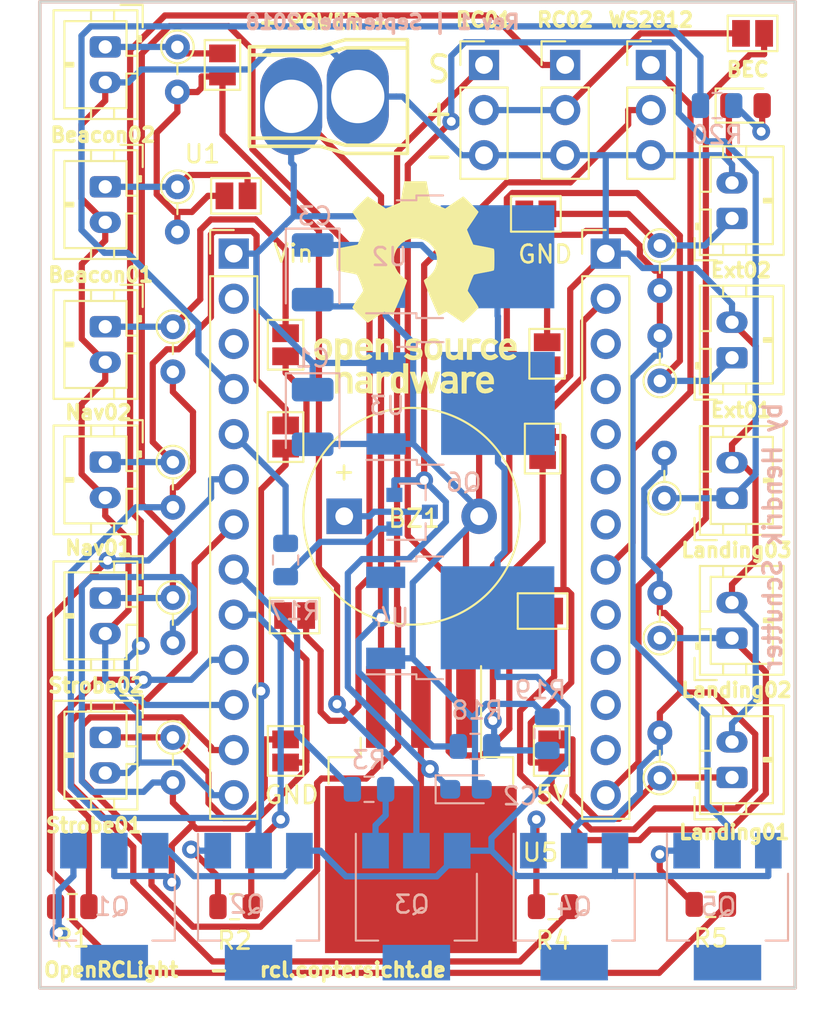
<source format=kicad_pcb>
(kicad_pcb (version 20171130) (host pcbnew 5.0.0)

  (general
    (thickness 1.6)
    (drawings 28)
    (tracks 576)
    (zones 0)
    (modules 64)
    (nets 42)
  )

  (page A4)
  (layers
    (0 F.Cu signal)
    (31 B.Cu signal)
    (32 B.Adhes user)
    (33 F.Adhes user)
    (34 B.Paste user)
    (35 F.Paste user)
    (36 B.SilkS user)
    (37 F.SilkS user)
    (38 B.Mask user)
    (39 F.Mask user)
    (40 Dwgs.User user)
    (41 Cmts.User user)
    (42 Eco1.User user)
    (43 Eco2.User user)
    (44 Edge.Cuts user)
    (45 Margin user)
    (46 B.CrtYd user)
    (47 F.CrtYd user)
    (48 B.Fab user)
    (49 F.Fab user)
  )

  (setup
    (last_trace_width 0.4)
    (trace_clearance 0.23)
    (zone_clearance 0.508)
    (zone_45_only no)
    (trace_min 0.2)
    (segment_width 0.2)
    (edge_width 0.15)
    (via_size 1)
    (via_drill 0.5)
    (via_min_size 0.4)
    (via_min_drill 0.3)
    (uvia_size 0.3)
    (uvia_drill 0.1)
    (uvias_allowed no)
    (uvia_min_size 0.2)
    (uvia_min_drill 0.1)
    (pcb_text_width 0.3)
    (pcb_text_size 1.5 1.5)
    (mod_edge_width 0.15)
    (mod_text_size 1 1)
    (mod_text_width 0.15)
    (pad_size 1 1.5)
    (pad_drill 0)
    (pad_to_mask_clearance 0.2)
    (aux_axis_origin 0 0)
    (visible_elements FFFFF77F)
    (pcbplotparams
      (layerselection 0x010f0_ffffffff)
      (usegerberextensions false)
      (usegerberattributes false)
      (usegerberadvancedattributes false)
      (creategerberjobfile false)
      (excludeedgelayer true)
      (linewidth 0.100000)
      (plotframeref false)
      (viasonmask false)
      (mode 1)
      (useauxorigin false)
      (hpglpennumber 1)
      (hpglpenspeed 20)
      (hpglpendiameter 15.000000)
      (psnegative false)
      (psa4output false)
      (plotreference true)
      (plotvalue true)
      (plotinvisibletext false)
      (padsonsilk false)
      (subtractmaskfromsilk false)
      (outputformat 1)
      (mirror false)
      (drillshape 0)
      (scaleselection 1)
      (outputdirectory "Gerber/"))
  )

  (net 0 "")
  (net 1 "Net-(BZ1-Pad1)")
  (net 2 GND)
  (net 3 VCC)
  (net 4 +3V3)
  (net 5 "Net-(D1-Pad2)")
  (net 6 "Net-(J1-Pad1)")
  (net 7 "Net-(J2-Pad1)")
  (net 8 "Net-(J3-Pad1)")
  (net 9 "Net-(J4-Pad1)")
  (net 10 "Net-(J5-Pad1)")
  (net 11 "Net-(J6-Pad1)")
  (net 12 "Net-(J7-Pad1)")
  (net 13 "Net-(J8-Pad1)")
  (net 14 "Net-(J9-Pad1)")
  (net 15 "Net-(J10-Pad1)")
  (net 16 "Net-(J11-Pad1)")
  (net 17 RcInput01)
  (net 18 "Net-(J12-Pad2)")
  (net 19 RcInput02)
  (net 20 +5V)
  (net 21 WS2812B)
  (net 22 "Net-(JP1-Pad1)")
  (net 23 "Net-(JP3-Pad1)")
  (net 24 "Net-(JP5-Pad1)")
  (net 25 "Net-(JP7-Pad1)")
  (net 26 "Net-(JP10-Pad1)")
  (net 27 RC_5V)
  (net 28 "Net-(Q1-Pad1)")
  (net 29 "Net-(Q2-Pad1)")
  (net 30 "Net-(Q3-Pad1)")
  (net 31 "Net-(Q4-Pad1)")
  (net 32 "Net-(Q5-Pad1)")
  (net 33 "Net-(Q6-Pad1)")
  (net 34 Strobe)
  (net 35 Nav)
  (net 36 Beacon)
  (net 37 Landing)
  (net 38 EXT)
  (net 39 Beeper)
  (net 40 A0)
  (net 41 "Net-(R20-Pad1)")

  (net_class Default "This is the default net class."
    (clearance 0.23)
    (trace_width 0.4)
    (via_dia 1)
    (via_drill 0.5)
    (uvia_dia 0.3)
    (uvia_drill 0.1)
    (add_net +3V3)
    (add_net +5V)
    (add_net A0)
    (add_net Beacon)
    (add_net Beeper)
    (add_net EXT)
    (add_net GND)
    (add_net Landing)
    (add_net Nav)
    (add_net "Net-(BZ1-Pad1)")
    (add_net "Net-(D1-Pad2)")
    (add_net "Net-(J1-Pad1)")
    (add_net "Net-(J10-Pad1)")
    (add_net "Net-(J11-Pad1)")
    (add_net "Net-(J12-Pad2)")
    (add_net "Net-(J2-Pad1)")
    (add_net "Net-(J3-Pad1)")
    (add_net "Net-(J4-Pad1)")
    (add_net "Net-(J5-Pad1)")
    (add_net "Net-(J6-Pad1)")
    (add_net "Net-(J7-Pad1)")
    (add_net "Net-(J8-Pad1)")
    (add_net "Net-(J9-Pad1)")
    (add_net "Net-(JP1-Pad1)")
    (add_net "Net-(JP10-Pad1)")
    (add_net "Net-(JP3-Pad1)")
    (add_net "Net-(JP5-Pad1)")
    (add_net "Net-(JP7-Pad1)")
    (add_net "Net-(Q1-Pad1)")
    (add_net "Net-(Q2-Pad1)")
    (add_net "Net-(Q3-Pad1)")
    (add_net "Net-(Q4-Pad1)")
    (add_net "Net-(Q5-Pad1)")
    (add_net "Net-(Q6-Pad1)")
    (add_net "Net-(R20-Pad1)")
    (add_net RC_5V)
    (add_net RcInput01)
    (add_net RcInput02)
    (add_net Strobe)
    (add_net VCC)
    (add_net WS2812B)
  )

  (module Resistor_THT:R_Axial_DIN0204_L3.6mm_D1.6mm_P2.54mm_Vertical (layer F.Cu) (tedit 5B9D5C41) (tstamp 5BBD3DF5)
    (at 104.902 124.46 90)
    (descr "Resistor, Axial_DIN0204 series, Axial, Vertical, pin pitch=2.54mm, 0.167W, length*diameter=3.6*1.6mm^2, http://cdn-reichelt.de/documents/datenblatt/B400/1_4W%23YAG.pdf")
    (tags "Resistor Axial_DIN0204 series Axial Vertical pin pitch 2.54mm 0.167W length 3.6mm diameter 1.6mm")
    (path /5BA1E52E)
    (fp_text reference R14 (at 1.27 -1.92 90) (layer F.SilkS) hide
      (effects (font (size 1 1) (thickness 0.15)))
    )
    (fp_text value R (at 1.27 1.92 90) (layer F.Fab)
      (effects (font (size 1 1) (thickness 0.15)))
    )
    (fp_circle (center 0 0) (end 0.8 0) (layer F.Fab) (width 0.1))
    (fp_circle (center 0 0) (end 0.92 0) (layer F.SilkS) (width 0.12))
    (fp_line (start 0 0) (end 2.54 0) (layer F.Fab) (width 0.1))
    (fp_line (start 0.92 0) (end 1.54 0) (layer F.SilkS) (width 0.12))
    (fp_line (start -1.05 -1.05) (end -1.05 1.05) (layer F.CrtYd) (width 0.05))
    (fp_line (start -1.05 1.05) (end 3.49 1.05) (layer F.CrtYd) (width 0.05))
    (fp_line (start 3.49 1.05) (end 3.49 -1.05) (layer F.CrtYd) (width 0.05))
    (fp_line (start 3.49 -1.05) (end -1.05 -1.05) (layer F.CrtYd) (width 0.05))
    (fp_text user %R (at 1.27 -1.92 90) (layer F.Fab)
      (effects (font (size 1 1) (thickness 0.15)))
    )
    (pad 1 thru_hole circle (at 0 0 90) (size 1.4 1.4) (drill 0.7) (layers *.Cu *.Mask)
      (net 14 "Net-(J9-Pad1)"))
    (pad 2 thru_hole oval (at 2.54 0 90) (size 1.4 1.4) (drill 0.7) (layers *.Cu *.Mask)
      (net 25 "Net-(JP7-Pad1)"))
    (model ${KISYS3DMOD}/Resistor_THT.3dshapes/R_Axial_DIN0204_L3.6mm_D1.6mm_P2.54mm_Vertical.wrl
      (at (xyz 0 0 0))
      (scale (xyz 1 1 1))
      (rotate (xyz 0 0 0))
    )
  )

  (module Buzzer_Beeper:Buzzer_12x9.5RM7.6 (layer F.Cu) (tedit 5A030281) (tstamp 5BBD3984)
    (at 86.868 125.476)
    (descr "Generic Buzzer, D12mm height 9.5mm with RM7.6mm")
    (tags buzzer)
    (path /5B9D7B6D)
    (fp_text reference BZ1 (at 3.937 0.127) (layer F.SilkS)
      (effects (font (size 1 1) (thickness 0.15)))
    )
    (fp_text value Buzzer (at 3.8 7.4) (layer F.Fab)
      (effects (font (size 1 1) (thickness 0.15)))
    )
    (fp_text user + (at -0.01 -2.54) (layer F.Fab)
      (effects (font (size 1 1) (thickness 0.15)))
    )
    (fp_text user + (at -0.01 -2.54) (layer F.SilkS)
      (effects (font (size 1 1) (thickness 0.15)))
    )
    (fp_text user %R (at 3.8 -4) (layer F.Fab)
      (effects (font (size 1 1) (thickness 0.15)))
    )
    (fp_circle (center 3.8 0) (end 10.05 0) (layer F.CrtYd) (width 0.05))
    (fp_circle (center 3.8 0) (end 9.8 0) (layer F.Fab) (width 0.1))
    (fp_circle (center 3.8 0) (end 4.8 0) (layer F.Fab) (width 0.1))
    (fp_circle (center 3.8 0) (end 9.9 0) (layer F.SilkS) (width 0.12))
    (pad 1 thru_hole rect (at 0 0) (size 2 2) (drill 1) (layers *.Cu *.Mask)
      (net 1 "Net-(BZ1-Pad1)"))
    (pad 2 thru_hole circle (at 7.6 0) (size 2 2) (drill 1) (layers *.Cu *.Mask)
      (net 2 GND))
    (model ${KISYS3DMOD}/Buzzer_Beeper.3dshapes/Buzzer_12x9.5RM7.6.wrl
      (at (xyz 0 0 0))
      (scale (xyz 1 1 1))
      (rotate (xyz 0 0 0))
    )
  )

  (module Capacitor_Tantalum_SMD:CP_EIA-3528-21_Kemet-B (layer B.Cu) (tedit 5B342532) (tstamp 5BBEA48E)
    (at 85.09 119.888 270)
    (descr "Tantalum Capacitor SMD Kemet-B (3528-21 Metric), IPC_7351 nominal, (Body size from: http://www.kemet.com/Lists/ProductCatalog/Attachments/253/KEM_TC101_STD.pdf), generated with kicad-footprint-generator")
    (tags "capacitor tantalum")
    (path /5B9CB632)
    (attr smd)
    (fp_text reference C1 (at -3.302 0) (layer B.SilkS)
      (effects (font (size 1 1) (thickness 0.15)) (justify mirror))
    )
    (fp_text value "22 µF" (at 0 -2.35 270) (layer B.Fab)
      (effects (font (size 1 1) (thickness 0.15)) (justify mirror))
    )
    (fp_text user %R (at 0 0 270) (layer B.Fab)
      (effects (font (size 0.88 0.88) (thickness 0.13)) (justify mirror))
    )
    (fp_line (start 2.45 -1.65) (end -2.45 -1.65) (layer B.CrtYd) (width 0.05))
    (fp_line (start 2.45 1.65) (end 2.45 -1.65) (layer B.CrtYd) (width 0.05))
    (fp_line (start -2.45 1.65) (end 2.45 1.65) (layer B.CrtYd) (width 0.05))
    (fp_line (start -2.45 -1.65) (end -2.45 1.65) (layer B.CrtYd) (width 0.05))
    (fp_line (start -2.46 -1.51) (end 1.75 -1.51) (layer B.SilkS) (width 0.12))
    (fp_line (start -2.46 1.51) (end -2.46 -1.51) (layer B.SilkS) (width 0.12))
    (fp_line (start 1.75 1.51) (end -2.46 1.51) (layer B.SilkS) (width 0.12))
    (fp_line (start 1.75 -1.4) (end 1.75 1.4) (layer B.Fab) (width 0.1))
    (fp_line (start -1.75 -1.4) (end 1.75 -1.4) (layer B.Fab) (width 0.1))
    (fp_line (start -1.75 0.7) (end -1.75 -1.4) (layer B.Fab) (width 0.1))
    (fp_line (start -1.05 1.4) (end -1.75 0.7) (layer B.Fab) (width 0.1))
    (fp_line (start 1.75 1.4) (end -1.05 1.4) (layer B.Fab) (width 0.1))
    (pad 2 smd roundrect (at 1.5375 0 270) (size 1.325 2.35) (layers B.Cu B.Paste B.Mask) (roundrect_rratio 0.188679)
      (net 2 GND))
    (pad 1 smd roundrect (at -1.5375 0 270) (size 1.325 2.35) (layers B.Cu B.Paste B.Mask) (roundrect_rratio 0.188679)
      (net 3 VCC))
    (model ${KISYS3DMOD}/Capacitor_Tantalum_SMD.3dshapes/CP_EIA-3528-21_Kemet-B.wrl
      (at (xyz 0 0 0))
      (scale (xyz 1 1 1))
      (rotate (xyz 0 0 0))
    )
  )

  (module Capacitor_Tantalum_SMD:CP_EIA-3528-21_Kemet-B (layer B.Cu) (tedit 5B342532) (tstamp 5BBEAD35)
    (at 85.09 111.746 270)
    (descr "Tantalum Capacitor SMD Kemet-B (3528-21 Metric), IPC_7351 nominal, (Body size from: http://www.kemet.com/Lists/ProductCatalog/Attachments/253/KEM_TC101_STD.pdf), generated with kicad-footprint-generator")
    (tags "capacitor tantalum")
    (path /5B9CB70E)
    (attr smd)
    (fp_text reference C3 (at -3.161 -0.127) (layer B.SilkS)
      (effects (font (size 1 1) (thickness 0.15)) (justify mirror))
    )
    (fp_text value "22 µF" (at -4.110001 -3.720999 270) (layer B.Fab)
      (effects (font (size 1 1) (thickness 0.15)) (justify mirror))
    )
    (fp_line (start 1.75 1.4) (end -1.05 1.4) (layer B.Fab) (width 0.1))
    (fp_line (start -1.05 1.4) (end -1.75 0.7) (layer B.Fab) (width 0.1))
    (fp_line (start -1.75 0.7) (end -1.75 -1.4) (layer B.Fab) (width 0.1))
    (fp_line (start -1.75 -1.4) (end 1.75 -1.4) (layer B.Fab) (width 0.1))
    (fp_line (start 1.75 -1.4) (end 1.75 1.4) (layer B.Fab) (width 0.1))
    (fp_line (start 1.75 1.51) (end -2.46 1.51) (layer B.SilkS) (width 0.12))
    (fp_line (start -2.46 1.51) (end -2.46 -1.51) (layer B.SilkS) (width 0.12))
    (fp_line (start -2.46 -1.51) (end 1.75 -1.51) (layer B.SilkS) (width 0.12))
    (fp_line (start -2.45 -1.65) (end -2.45 1.65) (layer B.CrtYd) (width 0.05))
    (fp_line (start -2.45 1.65) (end 2.45 1.65) (layer B.CrtYd) (width 0.05))
    (fp_line (start 2.45 1.65) (end 2.45 -1.65) (layer B.CrtYd) (width 0.05))
    (fp_line (start 2.45 -1.65) (end -2.45 -1.65) (layer B.CrtYd) (width 0.05))
    (fp_text user %R (at 0.254 -0.069044 270) (layer B.Fab)
      (effects (font (size 0.88 0.88) (thickness 0.13)) (justify mirror))
    )
    (pad 1 smd roundrect (at -1.5375 0 270) (size 1.325 2.35) (layers B.Cu B.Paste B.Mask) (roundrect_rratio 0.188679)
      (net 4 +3V3))
    (pad 2 smd roundrect (at 1.5375 0 270) (size 1.325 2.35) (layers B.Cu B.Paste B.Mask) (roundrect_rratio 0.188679)
      (net 2 GND))
    (model ${KISYS3DMOD}/Capacitor_Tantalum_SMD.3dshapes/CP_EIA-3528-21_Kemet-B.wrl
      (at (xyz 0 0 0))
      (scale (xyz 1 1 1))
      (rotate (xyz 0 0 0))
    )
  )

  (module LED_SMD:LED_0805_2012Metric (layer F.Cu) (tedit 5B9D5F63) (tstamp 5BBD39BD)
    (at 109.474 102.362)
    (descr "LED SMD 0805 (2012 Metric), square (rectangular) end terminal, IPC_7351 nominal, (Body size source: https://docs.google.com/spreadsheets/d/1BsfQQcO9C6DZCsRaXUlFlo91Tg2WpOkGARC1WS5S8t0/edit?usp=sharing), generated with kicad-footprint-generator")
    (tags diode)
    (path /5BAE9931)
    (attr smd)
    (fp_text reference D1 (at 3.937 -1.778) (layer F.SilkS) hide
      (effects (font (size 1 1) (thickness 0.15)))
    )
    (fp_text value LED (at -0.762 3.302) (layer F.Fab)
      (effects (font (size 1 1) (thickness 0.15)))
    )
    (fp_line (start 1 -0.6) (end -0.7 -0.6) (layer F.Fab) (width 0.1))
    (fp_line (start -0.7 -0.6) (end -1 -0.3) (layer F.Fab) (width 0.1))
    (fp_line (start -1 -0.3) (end -1 0.6) (layer F.Fab) (width 0.1))
    (fp_line (start -1 0.6) (end 1 0.6) (layer F.Fab) (width 0.1))
    (fp_line (start 1 0.6) (end 1 -0.6) (layer F.Fab) (width 0.1))
    (fp_line (start 1 -0.96) (end -1.685 -0.96) (layer F.SilkS) (width 0.12))
    (fp_line (start -1.685 -0.96) (end -1.685 0.96) (layer F.SilkS) (width 0.12))
    (fp_line (start -1.685 0.96) (end 1 0.96) (layer F.SilkS) (width 0.12))
    (fp_line (start -1.68 0.95) (end -1.68 -0.95) (layer F.CrtYd) (width 0.05))
    (fp_line (start -1.68 -0.95) (end 1.68 -0.95) (layer F.CrtYd) (width 0.05))
    (fp_line (start 1.68 -0.95) (end 1.68 0.95) (layer F.CrtYd) (width 0.05))
    (fp_line (start 1.68 0.95) (end -1.68 0.95) (layer F.CrtYd) (width 0.05))
    (fp_text user %R (at 0 0) (layer F.Fab)
      (effects (font (size 0.5 0.5) (thickness 0.08)))
    )
    (pad 1 smd roundrect (at -0.9375 0) (size 0.975 1.4) (layers F.Cu F.Paste F.Mask) (roundrect_rratio 0.25)
      (net 2 GND))
    (pad 2 smd roundrect (at 0.9375 0) (size 0.975 1.4) (layers F.Cu F.Paste F.Mask) (roundrect_rratio 0.25)
      (net 5 "Net-(D1-Pad2)"))
    (model ${KISYS3DMOD}/LED_SMD.3dshapes/LED_0805_2012Metric.wrl
      (at (xyz 0 0 0))
      (scale (xyz 1 1 1))
      (rotate (xyz 0 0 0))
    )
  )

  (module Connector_JST:JST_PH_B2B-PH-K_1x02_P2.00mm_Vertical (layer F.Cu) (tedit 5B9D5B14) (tstamp 5BBD39E7)
    (at 73.406 137.922 270)
    (descr "JST PH series connector, B2B-PH-K (http://www.jst-mfg.com/product/pdf/eng/ePH.pdf), generated with kicad-footprint-generator")
    (tags "connector JST PH side entry")
    (path /5B9CCE76)
    (fp_text reference J1 (at 1.397 4.572 270) (layer F.SilkS) hide
      (effects (font (size 1 1) (thickness 0.15)))
    )
    (fp_text value Strobe01 (at 1 4 270) (layer F.Fab)
      (effects (font (size 1 1) (thickness 0.15)))
    )
    (fp_text user %R (at 1 1.5 270) (layer F.Fab)
      (effects (font (size 1 1) (thickness 0.15)))
    )
    (fp_line (start 4.45 -2.2) (end -2.45 -2.2) (layer F.CrtYd) (width 0.05))
    (fp_line (start 4.45 3.3) (end 4.45 -2.2) (layer F.CrtYd) (width 0.05))
    (fp_line (start -2.45 3.3) (end 4.45 3.3) (layer F.CrtYd) (width 0.05))
    (fp_line (start -2.45 -2.2) (end -2.45 3.3) (layer F.CrtYd) (width 0.05))
    (fp_line (start 3.95 -1.7) (end -1.95 -1.7) (layer F.Fab) (width 0.1))
    (fp_line (start 3.95 2.8) (end 3.95 -1.7) (layer F.Fab) (width 0.1))
    (fp_line (start -1.95 2.8) (end 3.95 2.8) (layer F.Fab) (width 0.1))
    (fp_line (start -1.95 -1.7) (end -1.95 2.8) (layer F.Fab) (width 0.1))
    (fp_line (start -2.36 -2.11) (end -2.36 -0.86) (layer F.Fab) (width 0.1))
    (fp_line (start -1.11 -2.11) (end -2.36 -2.11) (layer F.Fab) (width 0.1))
    (fp_line (start -2.36 -2.11) (end -2.36 -0.86) (layer F.SilkS) (width 0.12))
    (fp_line (start -1.11 -2.11) (end -2.36 -2.11) (layer F.SilkS) (width 0.12))
    (fp_line (start 1 2.3) (end 1 1.8) (layer F.SilkS) (width 0.12))
    (fp_line (start 1.1 1.8) (end 1.1 2.3) (layer F.SilkS) (width 0.12))
    (fp_line (start 0.9 1.8) (end 1.1 1.8) (layer F.SilkS) (width 0.12))
    (fp_line (start 0.9 2.3) (end 0.9 1.8) (layer F.SilkS) (width 0.12))
    (fp_line (start 4.06 0.8) (end 3.45 0.8) (layer F.SilkS) (width 0.12))
    (fp_line (start 4.06 -0.5) (end 3.45 -0.5) (layer F.SilkS) (width 0.12))
    (fp_line (start -2.06 0.8) (end -1.45 0.8) (layer F.SilkS) (width 0.12))
    (fp_line (start -2.06 -0.5) (end -1.45 -0.5) (layer F.SilkS) (width 0.12))
    (fp_line (start 1.5 -1.2) (end 1.5 -1.81) (layer F.SilkS) (width 0.12))
    (fp_line (start 3.45 -1.2) (end 1.5 -1.2) (layer F.SilkS) (width 0.12))
    (fp_line (start 3.45 2.3) (end 3.45 -1.2) (layer F.SilkS) (width 0.12))
    (fp_line (start -1.45 2.3) (end 3.45 2.3) (layer F.SilkS) (width 0.12))
    (fp_line (start -1.45 -1.2) (end -1.45 2.3) (layer F.SilkS) (width 0.12))
    (fp_line (start 0.5 -1.2) (end -1.45 -1.2) (layer F.SilkS) (width 0.12))
    (fp_line (start 0.5 -1.81) (end 0.5 -1.2) (layer F.SilkS) (width 0.12))
    (fp_line (start -0.3 -1.91) (end -0.6 -1.91) (layer F.SilkS) (width 0.12))
    (fp_line (start -0.6 -2.01) (end -0.6 -1.81) (layer F.SilkS) (width 0.12))
    (fp_line (start -0.3 -2.01) (end -0.6 -2.01) (layer F.SilkS) (width 0.12))
    (fp_line (start -0.3 -1.81) (end -0.3 -2.01) (layer F.SilkS) (width 0.12))
    (fp_line (start 4.06 -1.81) (end -2.06 -1.81) (layer F.SilkS) (width 0.12))
    (fp_line (start 4.06 2.91) (end 4.06 -1.81) (layer F.SilkS) (width 0.12))
    (fp_line (start -2.06 2.91) (end 4.06 2.91) (layer F.SilkS) (width 0.12))
    (fp_line (start -2.06 -1.81) (end -2.06 2.91) (layer F.SilkS) (width 0.12))
    (pad 2 thru_hole oval (at 2 0 270) (size 1.2 1.75) (drill 0.75) (layers *.Cu *.Mask)
      (net 2 GND))
    (pad 1 thru_hole roundrect (at 0 0 270) (size 1.2 1.75) (drill 0.75) (layers *.Cu *.Mask) (roundrect_rratio 0.208333)
      (net 6 "Net-(J1-Pad1)"))
    (model ${KISYS3DMOD}/Connector_JST.3dshapes/JST_PH_B2B-PH-K_1x02_P2.00mm_Vertical.wrl
      (at (xyz 0 0 0))
      (scale (xyz 1 1 1))
      (rotate (xyz 0 0 0))
    )
  )

  (module Connector_JST:JST_PH_B2B-PH-K_1x02_P2.00mm_Vertical (layer F.Cu) (tedit 5B9D5B11) (tstamp 5BBD3A11)
    (at 73.406 130.08 270)
    (descr "JST PH series connector, B2B-PH-K (http://www.jst-mfg.com/product/pdf/eng/ePH.pdf), generated with kicad-footprint-generator")
    (tags "connector JST PH side entry")
    (path /5B9CF491)
    (fp_text reference J2 (at 0.984 4.572 270) (layer F.SilkS) hide
      (effects (font (size 1 1) (thickness 0.15)))
    )
    (fp_text value Strobe02 (at 1 4 270) (layer F.Fab)
      (effects (font (size 1 1) (thickness 0.15)))
    )
    (fp_line (start -2.06 -1.81) (end -2.06 2.91) (layer F.SilkS) (width 0.12))
    (fp_line (start -2.06 2.91) (end 4.06 2.91) (layer F.SilkS) (width 0.12))
    (fp_line (start 4.06 2.91) (end 4.06 -1.81) (layer F.SilkS) (width 0.12))
    (fp_line (start 4.06 -1.81) (end -2.06 -1.81) (layer F.SilkS) (width 0.12))
    (fp_line (start -0.3 -1.81) (end -0.3 -2.01) (layer F.SilkS) (width 0.12))
    (fp_line (start -0.3 -2.01) (end -0.6 -2.01) (layer F.SilkS) (width 0.12))
    (fp_line (start -0.6 -2.01) (end -0.6 -1.81) (layer F.SilkS) (width 0.12))
    (fp_line (start -0.3 -1.91) (end -0.6 -1.91) (layer F.SilkS) (width 0.12))
    (fp_line (start 0.5 -1.81) (end 0.5 -1.2) (layer F.SilkS) (width 0.12))
    (fp_line (start 0.5 -1.2) (end -1.45 -1.2) (layer F.SilkS) (width 0.12))
    (fp_line (start -1.45 -1.2) (end -1.45 2.3) (layer F.SilkS) (width 0.12))
    (fp_line (start -1.45 2.3) (end 3.45 2.3) (layer F.SilkS) (width 0.12))
    (fp_line (start 3.45 2.3) (end 3.45 -1.2) (layer F.SilkS) (width 0.12))
    (fp_line (start 3.45 -1.2) (end 1.5 -1.2) (layer F.SilkS) (width 0.12))
    (fp_line (start 1.5 -1.2) (end 1.5 -1.81) (layer F.SilkS) (width 0.12))
    (fp_line (start -2.06 -0.5) (end -1.45 -0.5) (layer F.SilkS) (width 0.12))
    (fp_line (start -2.06 0.8) (end -1.45 0.8) (layer F.SilkS) (width 0.12))
    (fp_line (start 4.06 -0.5) (end 3.45 -0.5) (layer F.SilkS) (width 0.12))
    (fp_line (start 4.06 0.8) (end 3.45 0.8) (layer F.SilkS) (width 0.12))
    (fp_line (start 0.9 2.3) (end 0.9 1.8) (layer F.SilkS) (width 0.12))
    (fp_line (start 0.9 1.8) (end 1.1 1.8) (layer F.SilkS) (width 0.12))
    (fp_line (start 1.1 1.8) (end 1.1 2.3) (layer F.SilkS) (width 0.12))
    (fp_line (start 1 2.3) (end 1 1.8) (layer F.SilkS) (width 0.12))
    (fp_line (start -1.11 -2.11) (end -2.36 -2.11) (layer F.SilkS) (width 0.12))
    (fp_line (start -2.36 -2.11) (end -2.36 -0.86) (layer F.SilkS) (width 0.12))
    (fp_line (start -1.11 -2.11) (end -2.36 -2.11) (layer F.Fab) (width 0.1))
    (fp_line (start -2.36 -2.11) (end -2.36 -0.86) (layer F.Fab) (width 0.1))
    (fp_line (start -1.95 -1.7) (end -1.95 2.8) (layer F.Fab) (width 0.1))
    (fp_line (start -1.95 2.8) (end 3.95 2.8) (layer F.Fab) (width 0.1))
    (fp_line (start 3.95 2.8) (end 3.95 -1.7) (layer F.Fab) (width 0.1))
    (fp_line (start 3.95 -1.7) (end -1.95 -1.7) (layer F.Fab) (width 0.1))
    (fp_line (start -2.45 -2.2) (end -2.45 3.3) (layer F.CrtYd) (width 0.05))
    (fp_line (start -2.45 3.3) (end 4.45 3.3) (layer F.CrtYd) (width 0.05))
    (fp_line (start 4.45 3.3) (end 4.45 -2.2) (layer F.CrtYd) (width 0.05))
    (fp_line (start 4.45 -2.2) (end -2.45 -2.2) (layer F.CrtYd) (width 0.05))
    (fp_text user %R (at 1 1.5 270) (layer F.Fab)
      (effects (font (size 1 1) (thickness 0.15)))
    )
    (pad 1 thru_hole roundrect (at 0 0 270) (size 1.2 1.75) (drill 0.75) (layers *.Cu *.Mask) (roundrect_rratio 0.208333)
      (net 7 "Net-(J2-Pad1)"))
    (pad 2 thru_hole oval (at 2 0 270) (size 1.2 1.75) (drill 0.75) (layers *.Cu *.Mask)
      (net 2 GND))
    (model ${KISYS3DMOD}/Connector_JST.3dshapes/JST_PH_B2B-PH-K_1x02_P2.00mm_Vertical.wrl
      (at (xyz 0 0 0))
      (scale (xyz 1 1 1))
      (rotate (xyz 0 0 0))
    )
  )

  (module Connector_JST:JST_PH_B2B-PH-K_1x02_P2.00mm_Vertical (layer F.Cu) (tedit 5B9D5B0D) (tstamp 5BBDC8D0)
    (at 73.406 122.428 270)
    (descr "JST PH series connector, B2B-PH-K (http://www.jst-mfg.com/product/pdf/eng/ePH.pdf), generated with kicad-footprint-generator")
    (tags "connector JST PH side entry")
    (path /5B9D35BE)
    (fp_text reference J3 (at 0.762 4.572 270) (layer F.SilkS) hide
      (effects (font (size 1 1) (thickness 0.15)))
    )
    (fp_text value Nav01 (at 1 4 270) (layer F.Fab)
      (effects (font (size 1 1) (thickness 0.15)))
    )
    (fp_line (start -2.06 -1.81) (end -2.06 2.91) (layer F.SilkS) (width 0.12))
    (fp_line (start -2.06 2.91) (end 4.06 2.91) (layer F.SilkS) (width 0.12))
    (fp_line (start 4.06 2.91) (end 4.06 -1.81) (layer F.SilkS) (width 0.12))
    (fp_line (start 4.06 -1.81) (end -2.06 -1.81) (layer F.SilkS) (width 0.12))
    (fp_line (start -0.3 -1.81) (end -0.3 -2.01) (layer F.SilkS) (width 0.12))
    (fp_line (start -0.3 -2.01) (end -0.6 -2.01) (layer F.SilkS) (width 0.12))
    (fp_line (start -0.6 -2.01) (end -0.6 -1.81) (layer F.SilkS) (width 0.12))
    (fp_line (start -0.3 -1.91) (end -0.6 -1.91) (layer F.SilkS) (width 0.12))
    (fp_line (start 0.5 -1.81) (end 0.5 -1.2) (layer F.SilkS) (width 0.12))
    (fp_line (start 0.5 -1.2) (end -1.45 -1.2) (layer F.SilkS) (width 0.12))
    (fp_line (start -1.45 -1.2) (end -1.45 2.3) (layer F.SilkS) (width 0.12))
    (fp_line (start -1.45 2.3) (end 3.45 2.3) (layer F.SilkS) (width 0.12))
    (fp_line (start 3.45 2.3) (end 3.45 -1.2) (layer F.SilkS) (width 0.12))
    (fp_line (start 3.45 -1.2) (end 1.5 -1.2) (layer F.SilkS) (width 0.12))
    (fp_line (start 1.5 -1.2) (end 1.5 -1.81) (layer F.SilkS) (width 0.12))
    (fp_line (start -2.06 -0.5) (end -1.45 -0.5) (layer F.SilkS) (width 0.12))
    (fp_line (start -2.06 0.8) (end -1.45 0.8) (layer F.SilkS) (width 0.12))
    (fp_line (start 4.06 -0.5) (end 3.45 -0.5) (layer F.SilkS) (width 0.12))
    (fp_line (start 4.06 0.8) (end 3.45 0.8) (layer F.SilkS) (width 0.12))
    (fp_line (start 0.9 2.3) (end 0.9 1.8) (layer F.SilkS) (width 0.12))
    (fp_line (start 0.9 1.8) (end 1.1 1.8) (layer F.SilkS) (width 0.12))
    (fp_line (start 1.1 1.8) (end 1.1 2.3) (layer F.SilkS) (width 0.12))
    (fp_line (start 1 2.3) (end 1 1.8) (layer F.SilkS) (width 0.12))
    (fp_line (start -1.11 -2.11) (end -2.36 -2.11) (layer F.SilkS) (width 0.12))
    (fp_line (start -2.36 -2.11) (end -2.36 -0.86) (layer F.SilkS) (width 0.12))
    (fp_line (start -1.11 -2.11) (end -2.36 -2.11) (layer F.Fab) (width 0.1))
    (fp_line (start -2.36 -2.11) (end -2.36 -0.86) (layer F.Fab) (width 0.1))
    (fp_line (start -1.95 -1.7) (end -1.95 2.8) (layer F.Fab) (width 0.1))
    (fp_line (start -1.95 2.8) (end 3.95 2.8) (layer F.Fab) (width 0.1))
    (fp_line (start 3.95 2.8) (end 3.95 -1.7) (layer F.Fab) (width 0.1))
    (fp_line (start 3.95 -1.7) (end -1.95 -1.7) (layer F.Fab) (width 0.1))
    (fp_line (start -2.45 -2.2) (end -2.45 3.3) (layer F.CrtYd) (width 0.05))
    (fp_line (start -2.45 3.3) (end 4.45 3.3) (layer F.CrtYd) (width 0.05))
    (fp_line (start 4.45 3.3) (end 4.45 -2.2) (layer F.CrtYd) (width 0.05))
    (fp_line (start 4.45 -2.2) (end -2.45 -2.2) (layer F.CrtYd) (width 0.05))
    (fp_text user %R (at -0.54 1.016 270) (layer F.Fab)
      (effects (font (size 1 1) (thickness 0.15)))
    )
    (pad 1 thru_hole roundrect (at 0 0 270) (size 1.2 1.75) (drill 0.75) (layers *.Cu *.Mask) (roundrect_rratio 0.208333)
      (net 8 "Net-(J3-Pad1)"))
    (pad 2 thru_hole oval (at 2 0 270) (size 1.2 1.75) (drill 0.75) (layers *.Cu *.Mask)
      (net 2 GND))
    (model ${KISYS3DMOD}/Connector_JST.3dshapes/JST_PH_B2B-PH-K_1x02_P2.00mm_Vertical.wrl
      (at (xyz 0 0 0))
      (scale (xyz 1 1 1))
      (rotate (xyz 0 0 0))
    )
  )

  (module Connector_JST:JST_PH_B2B-PH-K_1x02_P2.00mm_Vertical (layer F.Cu) (tedit 5B9D5B0A) (tstamp 5BBD3A65)
    (at 73.406 114.808 270)
    (descr "JST PH series connector, B2B-PH-K (http://www.jst-mfg.com/product/pdf/eng/ePH.pdf), generated with kicad-footprint-generator")
    (tags "connector JST PH side entry")
    (path /5B9D35EC)
    (fp_text reference J4 (at 0.889 4.826 270) (layer F.SilkS) hide
      (effects (font (size 1 1) (thickness 0.15)))
    )
    (fp_text value Nav02 (at 1 4 270) (layer F.Fab)
      (effects (font (size 1 1) (thickness 0.15)))
    )
    (fp_text user %R (at 1 1.5 270) (layer F.Fab)
      (effects (font (size 1 1) (thickness 0.15)))
    )
    (fp_line (start 4.45 -2.2) (end -2.45 -2.2) (layer F.CrtYd) (width 0.05))
    (fp_line (start 4.45 3.3) (end 4.45 -2.2) (layer F.CrtYd) (width 0.05))
    (fp_line (start -2.45 3.3) (end 4.45 3.3) (layer F.CrtYd) (width 0.05))
    (fp_line (start -2.45 -2.2) (end -2.45 3.3) (layer F.CrtYd) (width 0.05))
    (fp_line (start 3.95 -1.7) (end -1.95 -1.7) (layer F.Fab) (width 0.1))
    (fp_line (start 3.95 2.8) (end 3.95 -1.7) (layer F.Fab) (width 0.1))
    (fp_line (start -1.95 2.8) (end 3.95 2.8) (layer F.Fab) (width 0.1))
    (fp_line (start -1.95 -1.7) (end -1.95 2.8) (layer F.Fab) (width 0.1))
    (fp_line (start -2.36 -2.11) (end -2.36 -0.86) (layer F.Fab) (width 0.1))
    (fp_line (start -1.11 -2.11) (end -2.36 -2.11) (layer F.Fab) (width 0.1))
    (fp_line (start -2.36 -2.11) (end -2.36 -0.86) (layer F.SilkS) (width 0.12))
    (fp_line (start -1.11 -2.11) (end -2.36 -2.11) (layer F.SilkS) (width 0.12))
    (fp_line (start 1 2.3) (end 1 1.8) (layer F.SilkS) (width 0.12))
    (fp_line (start 1.1 1.8) (end 1.1 2.3) (layer F.SilkS) (width 0.12))
    (fp_line (start 0.9 1.8) (end 1.1 1.8) (layer F.SilkS) (width 0.12))
    (fp_line (start 0.9 2.3) (end 0.9 1.8) (layer F.SilkS) (width 0.12))
    (fp_line (start 4.06 0.8) (end 3.45 0.8) (layer F.SilkS) (width 0.12))
    (fp_line (start 4.06 -0.5) (end 3.45 -0.5) (layer F.SilkS) (width 0.12))
    (fp_line (start -2.06 0.8) (end -1.45 0.8) (layer F.SilkS) (width 0.12))
    (fp_line (start -2.06 -0.5) (end -1.45 -0.5) (layer F.SilkS) (width 0.12))
    (fp_line (start 1.5 -1.2) (end 1.5 -1.81) (layer F.SilkS) (width 0.12))
    (fp_line (start 3.45 -1.2) (end 1.5 -1.2) (layer F.SilkS) (width 0.12))
    (fp_line (start 3.45 2.3) (end 3.45 -1.2) (layer F.SilkS) (width 0.12))
    (fp_line (start -1.45 2.3) (end 3.45 2.3) (layer F.SilkS) (width 0.12))
    (fp_line (start -1.45 -1.2) (end -1.45 2.3) (layer F.SilkS) (width 0.12))
    (fp_line (start 0.5 -1.2) (end -1.45 -1.2) (layer F.SilkS) (width 0.12))
    (fp_line (start 0.5 -1.81) (end 0.5 -1.2) (layer F.SilkS) (width 0.12))
    (fp_line (start -0.3 -1.91) (end -0.6 -1.91) (layer F.SilkS) (width 0.12))
    (fp_line (start -0.6 -2.01) (end -0.6 -1.81) (layer F.SilkS) (width 0.12))
    (fp_line (start -0.3 -2.01) (end -0.6 -2.01) (layer F.SilkS) (width 0.12))
    (fp_line (start -0.3 -1.81) (end -0.3 -2.01) (layer F.SilkS) (width 0.12))
    (fp_line (start 4.06 -1.81) (end -2.06 -1.81) (layer F.SilkS) (width 0.12))
    (fp_line (start 4.06 2.91) (end 4.06 -1.81) (layer F.SilkS) (width 0.12))
    (fp_line (start -2.06 2.91) (end 4.06 2.91) (layer F.SilkS) (width 0.12))
    (fp_line (start -2.06 -1.81) (end -2.06 2.91) (layer F.SilkS) (width 0.12))
    (pad 2 thru_hole oval (at 2 0 270) (size 1.2 1.75) (drill 0.75) (layers *.Cu *.Mask)
      (net 2 GND))
    (pad 1 thru_hole roundrect (at 0 0 270) (size 1.2 1.75) (drill 0.75) (layers *.Cu *.Mask) (roundrect_rratio 0.208333)
      (net 9 "Net-(J4-Pad1)"))
    (model ${KISYS3DMOD}/Connector_JST.3dshapes/JST_PH_B2B-PH-K_1x02_P2.00mm_Vertical.wrl
      (at (xyz 0 0 0))
      (scale (xyz 1 1 1))
      (rotate (xyz 0 0 0))
    )
  )

  (module Connector_JST:JST_PH_B2B-PH-K_1x02_P2.00mm_Vertical (layer F.Cu) (tedit 5B9D5B07) (tstamp 5BBD3A8F)
    (at 73.406 106.934 270)
    (descr "JST PH series connector, B2B-PH-K (http://www.jst-mfg.com/product/pdf/eng/ePH.pdf), generated with kicad-footprint-generator")
    (tags "connector JST PH side entry")
    (path /5B9D5188)
    (fp_text reference J5 (at 1 5.207 270) (layer F.SilkS) hide
      (effects (font (size 1 1) (thickness 0.15)))
    )
    (fp_text value Beacon01 (at 1 4 270) (layer F.Fab)
      (effects (font (size 1 1) (thickness 0.15)))
    )
    (fp_line (start -2.06 -1.81) (end -2.06 2.91) (layer F.SilkS) (width 0.12))
    (fp_line (start -2.06 2.91) (end 4.06 2.91) (layer F.SilkS) (width 0.12))
    (fp_line (start 4.06 2.91) (end 4.06 -1.81) (layer F.SilkS) (width 0.12))
    (fp_line (start 4.06 -1.81) (end -2.06 -1.81) (layer F.SilkS) (width 0.12))
    (fp_line (start -0.3 -1.81) (end -0.3 -2.01) (layer F.SilkS) (width 0.12))
    (fp_line (start -0.3 -2.01) (end -0.6 -2.01) (layer F.SilkS) (width 0.12))
    (fp_line (start -0.6 -2.01) (end -0.6 -1.81) (layer F.SilkS) (width 0.12))
    (fp_line (start -0.3 -1.91) (end -0.6 -1.91) (layer F.SilkS) (width 0.12))
    (fp_line (start 0.5 -1.81) (end 0.5 -1.2) (layer F.SilkS) (width 0.12))
    (fp_line (start 0.5 -1.2) (end -1.45 -1.2) (layer F.SilkS) (width 0.12))
    (fp_line (start -1.45 -1.2) (end -1.45 2.3) (layer F.SilkS) (width 0.12))
    (fp_line (start -1.45 2.3) (end 3.45 2.3) (layer F.SilkS) (width 0.12))
    (fp_line (start 3.45 2.3) (end 3.45 -1.2) (layer F.SilkS) (width 0.12))
    (fp_line (start 3.45 -1.2) (end 1.5 -1.2) (layer F.SilkS) (width 0.12))
    (fp_line (start 1.5 -1.2) (end 1.5 -1.81) (layer F.SilkS) (width 0.12))
    (fp_line (start -2.06 -0.5) (end -1.45 -0.5) (layer F.SilkS) (width 0.12))
    (fp_line (start -2.06 0.8) (end -1.45 0.8) (layer F.SilkS) (width 0.12))
    (fp_line (start 4.06 -0.5) (end 3.45 -0.5) (layer F.SilkS) (width 0.12))
    (fp_line (start 4.06 0.8) (end 3.45 0.8) (layer F.SilkS) (width 0.12))
    (fp_line (start 0.9 2.3) (end 0.9 1.8) (layer F.SilkS) (width 0.12))
    (fp_line (start 0.9 1.8) (end 1.1 1.8) (layer F.SilkS) (width 0.12))
    (fp_line (start 1.1 1.8) (end 1.1 2.3) (layer F.SilkS) (width 0.12))
    (fp_line (start 1 2.3) (end 1 1.8) (layer F.SilkS) (width 0.12))
    (fp_line (start -1.11 -2.11) (end -2.36 -2.11) (layer F.SilkS) (width 0.12))
    (fp_line (start -2.36 -2.11) (end -2.36 -0.86) (layer F.SilkS) (width 0.12))
    (fp_line (start -1.11 -2.11) (end -2.36 -2.11) (layer F.Fab) (width 0.1))
    (fp_line (start -2.36 -2.11) (end -2.36 -0.86) (layer F.Fab) (width 0.1))
    (fp_line (start -1.95 -1.7) (end -1.95 2.8) (layer F.Fab) (width 0.1))
    (fp_line (start -1.95 2.8) (end 3.95 2.8) (layer F.Fab) (width 0.1))
    (fp_line (start 3.95 2.8) (end 3.95 -1.7) (layer F.Fab) (width 0.1))
    (fp_line (start 3.95 -1.7) (end -1.95 -1.7) (layer F.Fab) (width 0.1))
    (fp_line (start -2.45 -2.2) (end -2.45 3.3) (layer F.CrtYd) (width 0.05))
    (fp_line (start -2.45 3.3) (end 4.45 3.3) (layer F.CrtYd) (width 0.05))
    (fp_line (start 4.45 3.3) (end 4.45 -2.2) (layer F.CrtYd) (width 0.05))
    (fp_line (start 4.45 -2.2) (end -2.45 -2.2) (layer F.CrtYd) (width 0.05))
    (fp_text user %R (at 1 1.5 270) (layer F.Fab)
      (effects (font (size 1 1) (thickness 0.15)))
    )
    (pad 1 thru_hole roundrect (at 0 0 270) (size 1.2 1.75) (drill 0.75) (layers *.Cu *.Mask) (roundrect_rratio 0.208333)
      (net 10 "Net-(J5-Pad1)"))
    (pad 2 thru_hole oval (at 2 0 270) (size 1.2 1.75) (drill 0.75) (layers *.Cu *.Mask)
      (net 2 GND))
    (model ${KISYS3DMOD}/Connector_JST.3dshapes/JST_PH_B2B-PH-K_1x02_P2.00mm_Vertical.wrl
      (at (xyz 0 0 0))
      (scale (xyz 1 1 1))
      (rotate (xyz 0 0 0))
    )
  )

  (module Connector_JST:JST_PH_B2B-PH-K_1x02_P2.00mm_Vertical (layer F.Cu) (tedit 5B9D5B04) (tstamp 5BBD3AB9)
    (at 73.406 99.06 270)
    (descr "JST PH series connector, B2B-PH-K (http://www.jst-mfg.com/product/pdf/eng/ePH.pdf), generated with kicad-footprint-generator")
    (tags "connector JST PH side entry")
    (path /5B9D51B6)
    (fp_text reference J6 (at 1.016 5.969 270) (layer F.SilkS) hide
      (effects (font (size 1 1) (thickness 0.15)))
    )
    (fp_text value Beacon02 (at 2.286 5.08 270) (layer F.Fab)
      (effects (font (size 1 1) (thickness 0.15)))
    )
    (fp_text user %R (at 1 1.5 270) (layer F.Fab)
      (effects (font (size 1 1) (thickness 0.15)))
    )
    (fp_line (start 4.45 -2.2) (end -2.45 -2.2) (layer F.CrtYd) (width 0.05))
    (fp_line (start 4.45 3.3) (end 4.45 -2.2) (layer F.CrtYd) (width 0.05))
    (fp_line (start -2.45 3.3) (end 4.45 3.3) (layer F.CrtYd) (width 0.05))
    (fp_line (start -2.45 -2.2) (end -2.45 3.3) (layer F.CrtYd) (width 0.05))
    (fp_line (start 3.95 -1.7) (end -1.95 -1.7) (layer F.Fab) (width 0.1))
    (fp_line (start 3.95 2.8) (end 3.95 -1.7) (layer F.Fab) (width 0.1))
    (fp_line (start -1.95 2.8) (end 3.95 2.8) (layer F.Fab) (width 0.1))
    (fp_line (start -1.95 -1.7) (end -1.95 2.8) (layer F.Fab) (width 0.1))
    (fp_line (start -2.36 -2.11) (end -2.36 -0.86) (layer F.Fab) (width 0.1))
    (fp_line (start -1.11 -2.11) (end -2.36 -2.11) (layer F.Fab) (width 0.1))
    (fp_line (start -2.36 -2.11) (end -2.36 -0.86) (layer F.SilkS) (width 0.12))
    (fp_line (start -1.11 -2.11) (end -2.36 -2.11) (layer F.SilkS) (width 0.12))
    (fp_line (start 1 2.3) (end 1 1.8) (layer F.SilkS) (width 0.12))
    (fp_line (start 1.1 1.8) (end 1.1 2.3) (layer F.SilkS) (width 0.12))
    (fp_line (start 0.9 1.8) (end 1.1 1.8) (layer F.SilkS) (width 0.12))
    (fp_line (start 0.9 2.3) (end 0.9 1.8) (layer F.SilkS) (width 0.12))
    (fp_line (start 4.06 0.8) (end 3.45 0.8) (layer F.SilkS) (width 0.12))
    (fp_line (start 4.06 -0.5) (end 3.45 -0.5) (layer F.SilkS) (width 0.12))
    (fp_line (start -2.06 0.8) (end -1.45 0.8) (layer F.SilkS) (width 0.12))
    (fp_line (start -2.06 -0.5) (end -1.45 -0.5) (layer F.SilkS) (width 0.12))
    (fp_line (start 1.5 -1.2) (end 1.5 -1.81) (layer F.SilkS) (width 0.12))
    (fp_line (start 3.45 -1.2) (end 1.5 -1.2) (layer F.SilkS) (width 0.12))
    (fp_line (start 3.45 2.3) (end 3.45 -1.2) (layer F.SilkS) (width 0.12))
    (fp_line (start -1.45 2.3) (end 3.45 2.3) (layer F.SilkS) (width 0.12))
    (fp_line (start -1.45 -1.2) (end -1.45 2.3) (layer F.SilkS) (width 0.12))
    (fp_line (start 0.5 -1.2) (end -1.45 -1.2) (layer F.SilkS) (width 0.12))
    (fp_line (start 0.5 -1.81) (end 0.5 -1.2) (layer F.SilkS) (width 0.12))
    (fp_line (start -0.3 -1.91) (end -0.6 -1.91) (layer F.SilkS) (width 0.12))
    (fp_line (start -0.6 -2.01) (end -0.6 -1.81) (layer F.SilkS) (width 0.12))
    (fp_line (start -0.3 -2.01) (end -0.6 -2.01) (layer F.SilkS) (width 0.12))
    (fp_line (start -0.3 -1.81) (end -0.3 -2.01) (layer F.SilkS) (width 0.12))
    (fp_line (start 4.06 -1.81) (end -2.06 -1.81) (layer F.SilkS) (width 0.12))
    (fp_line (start 4.06 2.91) (end 4.06 -1.81) (layer F.SilkS) (width 0.12))
    (fp_line (start -2.06 2.91) (end 4.06 2.91) (layer F.SilkS) (width 0.12))
    (fp_line (start -2.06 -1.81) (end -2.06 2.91) (layer F.SilkS) (width 0.12))
    (pad 2 thru_hole oval (at 2 0 270) (size 1.2 1.75) (drill 0.75) (layers *.Cu *.Mask)
      (net 2 GND))
    (pad 1 thru_hole roundrect (at 0 0 270) (size 1.2 1.75) (drill 0.75) (layers *.Cu *.Mask) (roundrect_rratio 0.208333)
      (net 11 "Net-(J6-Pad1)"))
    (model ${KISYS3DMOD}/Connector_JST.3dshapes/JST_PH_B2B-PH-K_1x02_P2.00mm_Vertical.wrl
      (at (xyz 0 0 0))
      (scale (xyz 1 1 1))
      (rotate (xyz 0 0 0))
    )
  )

  (module Connector_JST:JST_PH_B2B-PH-K_1x02_P2.00mm_Vertical (layer F.Cu) (tedit 5B9D5C5B) (tstamp 5BBD3AE3)
    (at 108.712 140.176 90)
    (descr "JST PH series connector, B2B-PH-K (http://www.jst-mfg.com/product/pdf/eng/ePH.pdf), generated with kicad-footprint-generator")
    (tags "connector JST PH side entry")
    (path /5B9DFDCF)
    (fp_text reference J7 (at 1 -2.9 90) (layer F.SilkS) hide
      (effects (font (size 1 1) (thickness 0.15)))
    )
    (fp_text value Landing01 (at 1 4 90) (layer F.Fab)
      (effects (font (size 1 1) (thickness 0.15)))
    )
    (fp_line (start -2.06 -1.81) (end -2.06 2.91) (layer F.SilkS) (width 0.12))
    (fp_line (start -2.06 2.91) (end 4.06 2.91) (layer F.SilkS) (width 0.12))
    (fp_line (start 4.06 2.91) (end 4.06 -1.81) (layer F.SilkS) (width 0.12))
    (fp_line (start 4.06 -1.81) (end -2.06 -1.81) (layer F.SilkS) (width 0.12))
    (fp_line (start -0.3 -1.81) (end -0.3 -2.01) (layer F.SilkS) (width 0.12))
    (fp_line (start -0.3 -2.01) (end -0.6 -2.01) (layer F.SilkS) (width 0.12))
    (fp_line (start -0.6 -2.01) (end -0.6 -1.81) (layer F.SilkS) (width 0.12))
    (fp_line (start -0.3 -1.91) (end -0.6 -1.91) (layer F.SilkS) (width 0.12))
    (fp_line (start 0.5 -1.81) (end 0.5 -1.2) (layer F.SilkS) (width 0.12))
    (fp_line (start 0.5 -1.2) (end -1.45 -1.2) (layer F.SilkS) (width 0.12))
    (fp_line (start -1.45 -1.2) (end -1.45 2.3) (layer F.SilkS) (width 0.12))
    (fp_line (start -1.45 2.3) (end 3.45 2.3) (layer F.SilkS) (width 0.12))
    (fp_line (start 3.45 2.3) (end 3.45 -1.2) (layer F.SilkS) (width 0.12))
    (fp_line (start 3.45 -1.2) (end 1.5 -1.2) (layer F.SilkS) (width 0.12))
    (fp_line (start 1.5 -1.2) (end 1.5 -1.81) (layer F.SilkS) (width 0.12))
    (fp_line (start -2.06 -0.5) (end -1.45 -0.5) (layer F.SilkS) (width 0.12))
    (fp_line (start -2.06 0.8) (end -1.45 0.8) (layer F.SilkS) (width 0.12))
    (fp_line (start 4.06 -0.5) (end 3.45 -0.5) (layer F.SilkS) (width 0.12))
    (fp_line (start 4.06 0.8) (end 3.45 0.8) (layer F.SilkS) (width 0.12))
    (fp_line (start 0.9 2.3) (end 0.9 1.8) (layer F.SilkS) (width 0.12))
    (fp_line (start 0.9 1.8) (end 1.1 1.8) (layer F.SilkS) (width 0.12))
    (fp_line (start 1.1 1.8) (end 1.1 2.3) (layer F.SilkS) (width 0.12))
    (fp_line (start 1 2.3) (end 1 1.8) (layer F.SilkS) (width 0.12))
    (fp_line (start -1.11 -2.11) (end -2.36 -2.11) (layer F.SilkS) (width 0.12))
    (fp_line (start -2.36 -2.11) (end -2.36 -0.86) (layer F.SilkS) (width 0.12))
    (fp_line (start -1.11 -2.11) (end -2.36 -2.11) (layer F.Fab) (width 0.1))
    (fp_line (start -2.36 -2.11) (end -2.36 -0.86) (layer F.Fab) (width 0.1))
    (fp_line (start -1.95 -1.7) (end -1.95 2.8) (layer F.Fab) (width 0.1))
    (fp_line (start -1.95 2.8) (end 3.95 2.8) (layer F.Fab) (width 0.1))
    (fp_line (start 3.95 2.8) (end 3.95 -1.7) (layer F.Fab) (width 0.1))
    (fp_line (start 3.95 -1.7) (end -1.95 -1.7) (layer F.Fab) (width 0.1))
    (fp_line (start -2.45 -2.2) (end -2.45 3.3) (layer F.CrtYd) (width 0.05))
    (fp_line (start -2.45 3.3) (end 4.45 3.3) (layer F.CrtYd) (width 0.05))
    (fp_line (start 4.45 3.3) (end 4.45 -2.2) (layer F.CrtYd) (width 0.05))
    (fp_line (start 4.45 -2.2) (end -2.45 -2.2) (layer F.CrtYd) (width 0.05))
    (fp_text user %R (at 1.238 5.461 90) (layer F.Fab) hide
      (effects (font (size 1 1) (thickness 0.15)))
    )
    (pad 1 thru_hole roundrect (at 0 0 90) (size 1.2 1.75) (drill 0.75) (layers *.Cu *.Mask) (roundrect_rratio 0.208333)
      (net 12 "Net-(J7-Pad1)"))
    (pad 2 thru_hole oval (at 2 0 90) (size 1.2 1.75) (drill 0.75) (layers *.Cu *.Mask)
      (net 2 GND))
    (model ${KISYS3DMOD}/Connector_JST.3dshapes/JST_PH_B2B-PH-K_1x02_P2.00mm_Vertical.wrl
      (at (xyz 0 0 0))
      (scale (xyz 1 1 1))
      (rotate (xyz 0 0 0))
    )
  )

  (module Connector_JST:JST_PH_B2B-PH-K_1x02_P2.00mm_Vertical (layer F.Cu) (tedit 5B9D5C52) (tstamp 5BBDD476)
    (at 108.712 132.334 90)
    (descr "JST PH series connector, B2B-PH-K (http://www.jst-mfg.com/product/pdf/eng/ePH.pdf), generated with kicad-footprint-generator")
    (tags "connector JST PH side entry")
    (path /5B9DFDFD)
    (fp_text reference J8 (at 1 -2.9 90) (layer F.SilkS) hide
      (effects (font (size 1 1) (thickness 0.15)))
    )
    (fp_text value Landing02 (at 1 4 90) (layer F.Fab)
      (effects (font (size 1 1) (thickness 0.15)))
    )
    (fp_text user %R (at 1 5.588 180) (layer F.Fab) hide
      (effects (font (size 1 1) (thickness 0.15)))
    )
    (fp_line (start 4.45 -2.2) (end -2.45 -2.2) (layer F.CrtYd) (width 0.05))
    (fp_line (start 4.45 3.3) (end 4.45 -2.2) (layer F.CrtYd) (width 0.05))
    (fp_line (start -2.45 3.3) (end 4.45 3.3) (layer F.CrtYd) (width 0.05))
    (fp_line (start -2.45 -2.2) (end -2.45 3.3) (layer F.CrtYd) (width 0.05))
    (fp_line (start 3.95 -1.7) (end -1.95 -1.7) (layer F.Fab) (width 0.1))
    (fp_line (start 3.95 2.8) (end 3.95 -1.7) (layer F.Fab) (width 0.1))
    (fp_line (start -1.95 2.8) (end 3.95 2.8) (layer F.Fab) (width 0.1))
    (fp_line (start -1.95 -1.7) (end -1.95 2.8) (layer F.Fab) (width 0.1))
    (fp_line (start -2.36 -2.11) (end -2.36 -0.86) (layer F.Fab) (width 0.1))
    (fp_line (start -1.11 -2.11) (end -2.36 -2.11) (layer F.Fab) (width 0.1))
    (fp_line (start -2.36 -2.11) (end -2.36 -0.86) (layer F.SilkS) (width 0.12))
    (fp_line (start -1.11 -2.11) (end -2.36 -2.11) (layer F.SilkS) (width 0.12))
    (fp_line (start 1 2.3) (end 1 1.8) (layer F.SilkS) (width 0.12))
    (fp_line (start 1.1 1.8) (end 1.1 2.3) (layer F.SilkS) (width 0.12))
    (fp_line (start 0.9 1.8) (end 1.1 1.8) (layer F.SilkS) (width 0.12))
    (fp_line (start 0.9 2.3) (end 0.9 1.8) (layer F.SilkS) (width 0.12))
    (fp_line (start 4.06 0.8) (end 3.45 0.8) (layer F.SilkS) (width 0.12))
    (fp_line (start 4.06 -0.5) (end 3.45 -0.5) (layer F.SilkS) (width 0.12))
    (fp_line (start -2.06 0.8) (end -1.45 0.8) (layer F.SilkS) (width 0.12))
    (fp_line (start -2.06 -0.5) (end -1.45 -0.5) (layer F.SilkS) (width 0.12))
    (fp_line (start 1.5 -1.2) (end 1.5 -1.81) (layer F.SilkS) (width 0.12))
    (fp_line (start 3.45 -1.2) (end 1.5 -1.2) (layer F.SilkS) (width 0.12))
    (fp_line (start 3.45 2.3) (end 3.45 -1.2) (layer F.SilkS) (width 0.12))
    (fp_line (start -1.45 2.3) (end 3.45 2.3) (layer F.SilkS) (width 0.12))
    (fp_line (start -1.45 -1.2) (end -1.45 2.3) (layer F.SilkS) (width 0.12))
    (fp_line (start 0.5 -1.2) (end -1.45 -1.2) (layer F.SilkS) (width 0.12))
    (fp_line (start 0.5 -1.81) (end 0.5 -1.2) (layer F.SilkS) (width 0.12))
    (fp_line (start -0.3 -1.91) (end -0.6 -1.91) (layer F.SilkS) (width 0.12))
    (fp_line (start -0.6 -2.01) (end -0.6 -1.81) (layer F.SilkS) (width 0.12))
    (fp_line (start -0.3 -2.01) (end -0.6 -2.01) (layer F.SilkS) (width 0.12))
    (fp_line (start -0.3 -1.81) (end -0.3 -2.01) (layer F.SilkS) (width 0.12))
    (fp_line (start 4.06 -1.81) (end -2.06 -1.81) (layer F.SilkS) (width 0.12))
    (fp_line (start 4.06 2.91) (end 4.06 -1.81) (layer F.SilkS) (width 0.12))
    (fp_line (start -2.06 2.91) (end 4.06 2.91) (layer F.SilkS) (width 0.12))
    (fp_line (start -2.06 -1.81) (end -2.06 2.91) (layer F.SilkS) (width 0.12))
    (pad 2 thru_hole oval (at 2 0 90) (size 1.2 1.75) (drill 0.75) (layers *.Cu *.Mask)
      (net 2 GND))
    (pad 1 thru_hole roundrect (at 0 0 90) (size 1.2 1.75) (drill 0.75) (layers *.Cu *.Mask) (roundrect_rratio 0.208333)
      (net 13 "Net-(J8-Pad1)"))
    (model ${KISYS3DMOD}/Connector_JST.3dshapes/JST_PH_B2B-PH-K_1x02_P2.00mm_Vertical.wrl
      (at (xyz 0 0 0))
      (scale (xyz 1 1 1))
      (rotate (xyz 0 0 0))
    )
  )

  (module Connector_JST:JST_PH_B2B-PH-K_1x02_P2.00mm_Vertical (layer F.Cu) (tedit 5B9D5C46) (tstamp 5BBD3B37)
    (at 108.712 124.46 90)
    (descr "JST PH series connector, B2B-PH-K (http://www.jst-mfg.com/product/pdf/eng/ePH.pdf), generated with kicad-footprint-generator")
    (tags "connector JST PH side entry")
    (path /5BA1E522)
    (fp_text reference J9 (at 1 -2.9 90) (layer F.SilkS) hide
      (effects (font (size 1 1) (thickness 0.15)))
    )
    (fp_text value Landing03 (at 1 4 90) (layer F.Fab)
      (effects (font (size 1 1) (thickness 0.15)))
    )
    (fp_line (start -2.06 -1.81) (end -2.06 2.91) (layer F.SilkS) (width 0.12))
    (fp_line (start -2.06 2.91) (end 4.06 2.91) (layer F.SilkS) (width 0.12))
    (fp_line (start 4.06 2.91) (end 4.06 -1.81) (layer F.SilkS) (width 0.12))
    (fp_line (start 4.06 -1.81) (end -2.06 -1.81) (layer F.SilkS) (width 0.12))
    (fp_line (start -0.3 -1.81) (end -0.3 -2.01) (layer F.SilkS) (width 0.12))
    (fp_line (start -0.3 -2.01) (end -0.6 -2.01) (layer F.SilkS) (width 0.12))
    (fp_line (start -0.6 -2.01) (end -0.6 -1.81) (layer F.SilkS) (width 0.12))
    (fp_line (start -0.3 -1.91) (end -0.6 -1.91) (layer F.SilkS) (width 0.12))
    (fp_line (start 0.5 -1.81) (end 0.5 -1.2) (layer F.SilkS) (width 0.12))
    (fp_line (start 0.5 -1.2) (end -1.45 -1.2) (layer F.SilkS) (width 0.12))
    (fp_line (start -1.45 -1.2) (end -1.45 2.3) (layer F.SilkS) (width 0.12))
    (fp_line (start -1.45 2.3) (end 3.45 2.3) (layer F.SilkS) (width 0.12))
    (fp_line (start 3.45 2.3) (end 3.45 -1.2) (layer F.SilkS) (width 0.12))
    (fp_line (start 3.45 -1.2) (end 1.5 -1.2) (layer F.SilkS) (width 0.12))
    (fp_line (start 1.5 -1.2) (end 1.5 -1.81) (layer F.SilkS) (width 0.12))
    (fp_line (start -2.06 -0.5) (end -1.45 -0.5) (layer F.SilkS) (width 0.12))
    (fp_line (start -2.06 0.8) (end -1.45 0.8) (layer F.SilkS) (width 0.12))
    (fp_line (start 4.06 -0.5) (end 3.45 -0.5) (layer F.SilkS) (width 0.12))
    (fp_line (start 4.06 0.8) (end 3.45 0.8) (layer F.SilkS) (width 0.12))
    (fp_line (start 0.9 2.3) (end 0.9 1.8) (layer F.SilkS) (width 0.12))
    (fp_line (start 0.9 1.8) (end 1.1 1.8) (layer F.SilkS) (width 0.12))
    (fp_line (start 1.1 1.8) (end 1.1 2.3) (layer F.SilkS) (width 0.12))
    (fp_line (start 1 2.3) (end 1 1.8) (layer F.SilkS) (width 0.12))
    (fp_line (start -1.11 -2.11) (end -2.36 -2.11) (layer F.SilkS) (width 0.12))
    (fp_line (start -2.36 -2.11) (end -2.36 -0.86) (layer F.SilkS) (width 0.12))
    (fp_line (start -1.11 -2.11) (end -2.36 -2.11) (layer F.Fab) (width 0.1))
    (fp_line (start -2.36 -2.11) (end -2.36 -0.86) (layer F.Fab) (width 0.1))
    (fp_line (start -1.95 -1.7) (end -1.95 2.8) (layer F.Fab) (width 0.1))
    (fp_line (start -1.95 2.8) (end 3.95 2.8) (layer F.Fab) (width 0.1))
    (fp_line (start 3.95 2.8) (end 3.95 -1.7) (layer F.Fab) (width 0.1))
    (fp_line (start 3.95 -1.7) (end -1.95 -1.7) (layer F.Fab) (width 0.1))
    (fp_line (start -2.45 -2.2) (end -2.45 3.3) (layer F.CrtYd) (width 0.05))
    (fp_line (start -2.45 3.3) (end 4.45 3.3) (layer F.CrtYd) (width 0.05))
    (fp_line (start 4.45 3.3) (end 4.45 -2.2) (layer F.CrtYd) (width 0.05))
    (fp_line (start 4.45 -2.2) (end -2.45 -2.2) (layer F.CrtYd) (width 0.05))
    (fp_text user %R (at 1.016 5.588 90) (layer F.Fab) hide
      (effects (font (size 1 1) (thickness 0.15)))
    )
    (pad 1 thru_hole roundrect (at 0 0 90) (size 1.2 1.75) (drill 0.75) (layers *.Cu *.Mask) (roundrect_rratio 0.208333)
      (net 14 "Net-(J9-Pad1)"))
    (pad 2 thru_hole oval (at 2 0 90) (size 1.2 1.75) (drill 0.75) (layers *.Cu *.Mask)
      (net 2 GND))
    (model ${KISYS3DMOD}/Connector_JST.3dshapes/JST_PH_B2B-PH-K_1x02_P2.00mm_Vertical.wrl
      (at (xyz 0 0 0))
      (scale (xyz 1 1 1))
      (rotate (xyz 0 0 0))
    )
  )

  (module Connector_JST:JST_PH_B2B-PH-K_1x02_P2.00mm_Vertical (layer F.Cu) (tedit 5B9D5C31) (tstamp 5BBD3B61)
    (at 108.712 116.554 90)
    (descr "JST PH series connector, B2B-PH-K (http://www.jst-mfg.com/product/pdf/eng/ePH.pdf), generated with kicad-footprint-generator")
    (tags "connector JST PH side entry")
    (path /5B9E4103)
    (fp_text reference J10 (at 1 -2.9 90) (layer F.SilkS) hide
      (effects (font (size 1 1) (thickness 0.15)))
    )
    (fp_text value EXT01 (at 1 4 90) (layer F.Fab)
      (effects (font (size 1 1) (thickness 0.15)))
    )
    (fp_text user %R (at 1.492 5.842 90) (layer F.Fab) hide
      (effects (font (size 1 1) (thickness 0.15)))
    )
    (fp_line (start 4.45 -2.2) (end -2.45 -2.2) (layer F.CrtYd) (width 0.05))
    (fp_line (start 4.45 3.3) (end 4.45 -2.2) (layer F.CrtYd) (width 0.05))
    (fp_line (start -2.45 3.3) (end 4.45 3.3) (layer F.CrtYd) (width 0.05))
    (fp_line (start -2.45 -2.2) (end -2.45 3.3) (layer F.CrtYd) (width 0.05))
    (fp_line (start 3.95 -1.7) (end -1.95 -1.7) (layer F.Fab) (width 0.1))
    (fp_line (start 3.95 2.8) (end 3.95 -1.7) (layer F.Fab) (width 0.1))
    (fp_line (start -1.95 2.8) (end 3.95 2.8) (layer F.Fab) (width 0.1))
    (fp_line (start -1.95 -1.7) (end -1.95 2.8) (layer F.Fab) (width 0.1))
    (fp_line (start -2.36 -2.11) (end -2.36 -0.86) (layer F.Fab) (width 0.1))
    (fp_line (start -1.11 -2.11) (end -2.36 -2.11) (layer F.Fab) (width 0.1))
    (fp_line (start -2.36 -2.11) (end -2.36 -0.86) (layer F.SilkS) (width 0.12))
    (fp_line (start -1.11 -2.11) (end -2.36 -2.11) (layer F.SilkS) (width 0.12))
    (fp_line (start 1 2.3) (end 1 1.8) (layer F.SilkS) (width 0.12))
    (fp_line (start 1.1 1.8) (end 1.1 2.3) (layer F.SilkS) (width 0.12))
    (fp_line (start 0.9 1.8) (end 1.1 1.8) (layer F.SilkS) (width 0.12))
    (fp_line (start 0.9 2.3) (end 0.9 1.8) (layer F.SilkS) (width 0.12))
    (fp_line (start 4.06 0.8) (end 3.45 0.8) (layer F.SilkS) (width 0.12))
    (fp_line (start 4.06 -0.5) (end 3.45 -0.5) (layer F.SilkS) (width 0.12))
    (fp_line (start -2.06 0.8) (end -1.45 0.8) (layer F.SilkS) (width 0.12))
    (fp_line (start -2.06 -0.5) (end -1.45 -0.5) (layer F.SilkS) (width 0.12))
    (fp_line (start 1.5 -1.2) (end 1.5 -1.81) (layer F.SilkS) (width 0.12))
    (fp_line (start 3.45 -1.2) (end 1.5 -1.2) (layer F.SilkS) (width 0.12))
    (fp_line (start 3.45 2.3) (end 3.45 -1.2) (layer F.SilkS) (width 0.12))
    (fp_line (start -1.45 2.3) (end 3.45 2.3) (layer F.SilkS) (width 0.12))
    (fp_line (start -1.45 -1.2) (end -1.45 2.3) (layer F.SilkS) (width 0.12))
    (fp_line (start 0.5 -1.2) (end -1.45 -1.2) (layer F.SilkS) (width 0.12))
    (fp_line (start 0.5 -1.81) (end 0.5 -1.2) (layer F.SilkS) (width 0.12))
    (fp_line (start -0.3 -1.91) (end -0.6 -1.91) (layer F.SilkS) (width 0.12))
    (fp_line (start -0.6 -2.01) (end -0.6 -1.81) (layer F.SilkS) (width 0.12))
    (fp_line (start -0.3 -2.01) (end -0.6 -2.01) (layer F.SilkS) (width 0.12))
    (fp_line (start -0.3 -1.81) (end -0.3 -2.01) (layer F.SilkS) (width 0.12))
    (fp_line (start 4.06 -1.81) (end -2.06 -1.81) (layer F.SilkS) (width 0.12))
    (fp_line (start 4.06 2.91) (end 4.06 -1.81) (layer F.SilkS) (width 0.12))
    (fp_line (start -2.06 2.91) (end 4.06 2.91) (layer F.SilkS) (width 0.12))
    (fp_line (start -2.06 -1.81) (end -2.06 2.91) (layer F.SilkS) (width 0.12))
    (pad 2 thru_hole oval (at 2 0 90) (size 1.2 1.75) (drill 0.75) (layers *.Cu *.Mask)
      (net 2 GND))
    (pad 1 thru_hole roundrect (at 0 0 90) (size 1.2 1.75) (drill 0.75) (layers *.Cu *.Mask) (roundrect_rratio 0.208333)
      (net 15 "Net-(J10-Pad1)"))
    (model ${KISYS3DMOD}/Connector_JST.3dshapes/JST_PH_B2B-PH-K_1x02_P2.00mm_Vertical.wrl
      (at (xyz 0 0 0))
      (scale (xyz 1 1 1))
      (rotate (xyz 0 0 0))
    )
  )

  (module Connector_JST:JST_PH_B2B-PH-K_1x02_P2.00mm_Vertical (layer F.Cu) (tedit 5B9D5C28) (tstamp 5BBD3B8B)
    (at 108.712 108.712 90)
    (descr "JST PH series connector, B2B-PH-K (http://www.jst-mfg.com/product/pdf/eng/ePH.pdf), generated with kicad-footprint-generator")
    (tags "connector JST PH side entry")
    (path /5B9E4131)
    (fp_text reference J11 (at 1 -2.9 90) (layer F.SilkS) hide
      (effects (font (size 1 1) (thickness 0.15)))
    )
    (fp_text value EXT02 (at 1 4 90) (layer F.Fab)
      (effects (font (size 1 1) (thickness 0.15)))
    )
    (fp_line (start -2.06 -1.81) (end -2.06 2.91) (layer F.SilkS) (width 0.12))
    (fp_line (start -2.06 2.91) (end 4.06 2.91) (layer F.SilkS) (width 0.12))
    (fp_line (start 4.06 2.91) (end 4.06 -1.81) (layer F.SilkS) (width 0.12))
    (fp_line (start 4.06 -1.81) (end -2.06 -1.81) (layer F.SilkS) (width 0.12))
    (fp_line (start -0.3 -1.81) (end -0.3 -2.01) (layer F.SilkS) (width 0.12))
    (fp_line (start -0.3 -2.01) (end -0.6 -2.01) (layer F.SilkS) (width 0.12))
    (fp_line (start -0.6 -2.01) (end -0.6 -1.81) (layer F.SilkS) (width 0.12))
    (fp_line (start -0.3 -1.91) (end -0.6 -1.91) (layer F.SilkS) (width 0.12))
    (fp_line (start 0.5 -1.81) (end 0.5 -1.2) (layer F.SilkS) (width 0.12))
    (fp_line (start 0.5 -1.2) (end -1.45 -1.2) (layer F.SilkS) (width 0.12))
    (fp_line (start -1.45 -1.2) (end -1.45 2.3) (layer F.SilkS) (width 0.12))
    (fp_line (start -1.45 2.3) (end 3.45 2.3) (layer F.SilkS) (width 0.12))
    (fp_line (start 3.45 2.3) (end 3.45 -1.2) (layer F.SilkS) (width 0.12))
    (fp_line (start 3.45 -1.2) (end 1.5 -1.2) (layer F.SilkS) (width 0.12))
    (fp_line (start 1.5 -1.2) (end 1.5 -1.81) (layer F.SilkS) (width 0.12))
    (fp_line (start -2.06 -0.5) (end -1.45 -0.5) (layer F.SilkS) (width 0.12))
    (fp_line (start -2.06 0.8) (end -1.45 0.8) (layer F.SilkS) (width 0.12))
    (fp_line (start 4.06 -0.5) (end 3.45 -0.5) (layer F.SilkS) (width 0.12))
    (fp_line (start 4.06 0.8) (end 3.45 0.8) (layer F.SilkS) (width 0.12))
    (fp_line (start 0.9 2.3) (end 0.9 1.8) (layer F.SilkS) (width 0.12))
    (fp_line (start 0.9 1.8) (end 1.1 1.8) (layer F.SilkS) (width 0.12))
    (fp_line (start 1.1 1.8) (end 1.1 2.3) (layer F.SilkS) (width 0.12))
    (fp_line (start 1 2.3) (end 1 1.8) (layer F.SilkS) (width 0.12))
    (fp_line (start -1.11 -2.11) (end -2.36 -2.11) (layer F.SilkS) (width 0.12))
    (fp_line (start -2.36 -2.11) (end -2.36 -0.86) (layer F.SilkS) (width 0.12))
    (fp_line (start -1.11 -2.11) (end -2.36 -2.11) (layer F.Fab) (width 0.1))
    (fp_line (start -2.36 -2.11) (end -2.36 -0.86) (layer F.Fab) (width 0.1))
    (fp_line (start -1.95 -1.7) (end -1.95 2.8) (layer F.Fab) (width 0.1))
    (fp_line (start -1.95 2.8) (end 3.95 2.8) (layer F.Fab) (width 0.1))
    (fp_line (start 3.95 2.8) (end 3.95 -1.7) (layer F.Fab) (width 0.1))
    (fp_line (start 3.95 -1.7) (end -1.95 -1.7) (layer F.Fab) (width 0.1))
    (fp_line (start -2.45 -2.2) (end -2.45 3.3) (layer F.CrtYd) (width 0.05))
    (fp_line (start -2.45 3.3) (end 4.45 3.3) (layer F.CrtYd) (width 0.05))
    (fp_line (start 4.45 3.3) (end 4.45 -2.2) (layer F.CrtYd) (width 0.05))
    (fp_line (start 4.45 -2.2) (end -2.45 -2.2) (layer F.CrtYd) (width 0.05))
    (fp_text user %R (at 0.762 5.207 90) (layer F.Fab) hide
      (effects (font (size 1 1) (thickness 0.15)))
    )
    (pad 1 thru_hole roundrect (at 0 0 90) (size 1.2 1.75) (drill 0.75) (layers *.Cu *.Mask) (roundrect_rratio 0.208333)
      (net 16 "Net-(J11-Pad1)"))
    (pad 2 thru_hole oval (at 2 0 90) (size 1.2 1.75) (drill 0.75) (layers *.Cu *.Mask)
      (net 2 GND))
    (model ${KISYS3DMOD}/Connector_JST.3dshapes/JST_PH_B2B-PH-K_1x02_P2.00mm_Vertical.wrl
      (at (xyz 0 0 0))
      (scale (xyz 1 1 1))
      (rotate (xyz 0 0 0))
    )
  )

  (module Connector_PinHeader_2.54mm:PinHeader_1x03_P2.54mm_Vertical (layer F.Cu) (tedit 5B9D5AED) (tstamp 5BBD3BA2)
    (at 94.742 100.076)
    (descr "Through hole straight pin header, 1x03, 2.54mm pitch, single row")
    (tags "Through hole pin header THT 1x03 2.54mm single row")
    (path /5BA2F097)
    (fp_text reference J12 (at -0.127 -5.588) (layer F.SilkS) hide
      (effects (font (size 1 1) (thickness 0.15)))
    )
    (fp_text value RcInput01 (at 0 7.41) (layer F.Fab)
      (effects (font (size 1 1) (thickness 0.15)))
    )
    (fp_line (start -0.635 -1.27) (end 1.27 -1.27) (layer F.Fab) (width 0.1))
    (fp_line (start 1.27 -1.27) (end 1.27 6.35) (layer F.Fab) (width 0.1))
    (fp_line (start 1.27 6.35) (end -1.27 6.35) (layer F.Fab) (width 0.1))
    (fp_line (start -1.27 6.35) (end -1.27 -0.635) (layer F.Fab) (width 0.1))
    (fp_line (start -1.27 -0.635) (end -0.635 -1.27) (layer F.Fab) (width 0.1))
    (fp_line (start -1.33 6.41) (end 1.33 6.41) (layer F.SilkS) (width 0.12))
    (fp_line (start -1.33 1.27) (end -1.33 6.41) (layer F.SilkS) (width 0.12))
    (fp_line (start 1.33 1.27) (end 1.33 6.41) (layer F.SilkS) (width 0.12))
    (fp_line (start -1.33 1.27) (end 1.33 1.27) (layer F.SilkS) (width 0.12))
    (fp_line (start -1.33 0) (end -1.33 -1.33) (layer F.SilkS) (width 0.12))
    (fp_line (start -1.33 -1.33) (end 0 -1.33) (layer F.SilkS) (width 0.12))
    (fp_line (start -1.8 -1.8) (end -1.8 6.85) (layer F.CrtYd) (width 0.05))
    (fp_line (start -1.8 6.85) (end 1.8 6.85) (layer F.CrtYd) (width 0.05))
    (fp_line (start 1.8 6.85) (end 1.8 -1.8) (layer F.CrtYd) (width 0.05))
    (fp_line (start 1.8 -1.8) (end -1.8 -1.8) (layer F.CrtYd) (width 0.05))
    (fp_text user %R (at 0 2.54 90) (layer F.Fab)
      (effects (font (size 1 1) (thickness 0.15)))
    )
    (pad 1 thru_hole rect (at 0 0) (size 1.7 1.7) (drill 1) (layers *.Cu *.Mask)
      (net 17 RcInput01))
    (pad 2 thru_hole oval (at 0 2.54) (size 1.7 1.7) (drill 1) (layers *.Cu *.Mask)
      (net 18 "Net-(J12-Pad2)"))
    (pad 3 thru_hole oval (at 0 5.08) (size 1.7 1.7) (drill 1) (layers *.Cu *.Mask)
      (net 2 GND))
    (model ${KISYS3DMOD}/Connector_PinHeader_2.54mm.3dshapes/PinHeader_1x03_P2.54mm_Vertical.wrl
      (at (xyz 0 0 0))
      (scale (xyz 1 1 1))
      (rotate (xyz 0 0 0))
    )
  )

  (module Connector_PinHeader_2.54mm:PinHeader_1x03_P2.54mm_Vertical (layer F.Cu) (tedit 5B9D5AF1) (tstamp 5BBDF788)
    (at 99.314 100.076)
    (descr "Through hole straight pin header, 1x03, 2.54mm pitch, single row")
    (tags "Through hole pin header THT 1x03 2.54mm single row")
    (path /5BA37757)
    (fp_text reference J13 (at -0.127 -5.461) (layer F.SilkS) hide
      (effects (font (size 1 1) (thickness 0.15)))
    )
    (fp_text value RcInput02 (at 0.762 5.334) (layer F.Fab)
      (effects (font (size 1 1) (thickness 0.15)))
    )
    (fp_line (start -0.635 -1.27) (end 1.27 -1.27) (layer F.Fab) (width 0.1))
    (fp_line (start 1.27 -1.27) (end 1.27 6.35) (layer F.Fab) (width 0.1))
    (fp_line (start 1.27 6.35) (end -1.27 6.35) (layer F.Fab) (width 0.1))
    (fp_line (start -1.27 6.35) (end -1.27 -0.635) (layer F.Fab) (width 0.1))
    (fp_line (start -1.27 -0.635) (end -0.635 -1.27) (layer F.Fab) (width 0.1))
    (fp_line (start -1.33 6.41) (end 1.33 6.41) (layer F.SilkS) (width 0.12))
    (fp_line (start -1.33 1.27) (end -1.33 6.41) (layer F.SilkS) (width 0.12))
    (fp_line (start 1.33 1.27) (end 1.33 6.41) (layer F.SilkS) (width 0.12))
    (fp_line (start -1.33 1.27) (end 1.33 1.27) (layer F.SilkS) (width 0.12))
    (fp_line (start -1.33 0) (end -1.33 -1.33) (layer F.SilkS) (width 0.12))
    (fp_line (start -1.33 -1.33) (end 0 -1.33) (layer F.SilkS) (width 0.12))
    (fp_line (start -1.8 -1.8) (end -1.8 6.85) (layer F.CrtYd) (width 0.05))
    (fp_line (start -1.8 6.85) (end 1.8 6.85) (layer F.CrtYd) (width 0.05))
    (fp_line (start 1.8 6.85) (end 1.8 -1.8) (layer F.CrtYd) (width 0.05))
    (fp_line (start 1.8 -1.8) (end -1.8 -1.8) (layer F.CrtYd) (width 0.05))
    (fp_text user %R (at 1.27 2.286 90) (layer F.Fab)
      (effects (font (size 1 1) (thickness 0.15)))
    )
    (pad 1 thru_hole rect (at 0 0) (size 1.7 1.7) (drill 1) (layers *.Cu *.Mask)
      (net 19 RcInput02))
    (pad 2 thru_hole oval (at 0 2.54) (size 1.7 1.7) (drill 1) (layers *.Cu *.Mask)
      (net 18 "Net-(J12-Pad2)"))
    (pad 3 thru_hole oval (at 0 5.08) (size 1.7 1.7) (drill 1) (layers *.Cu *.Mask)
      (net 2 GND))
    (model ${KISYS3DMOD}/Connector_PinHeader_2.54mm.3dshapes/PinHeader_1x03_P2.54mm_Vertical.wrl
      (at (xyz 0 0 0))
      (scale (xyz 1 1 1))
      (rotate (xyz 0 0 0))
    )
  )

  (module Connector_PinHeader_2.54mm:PinHeader_1x03_P2.54mm_Vertical (layer F.Cu) (tedit 5B9D5AF3) (tstamp 5BBD3BD0)
    (at 104.14 100.076)
    (descr "Through hole straight pin header, 1x03, 2.54mm pitch, single row")
    (tags "Through hole pin header THT 1x03 2.54mm single row")
    (path /5BA1A85A)
    (fp_text reference J14 (at -0.127 -5.334) (layer F.SilkS) hide
      (effects (font (size 1 1) (thickness 0.15)))
    )
    (fp_text value WS2812B (at 0 7.41) (layer F.Fab)
      (effects (font (size 1 1) (thickness 0.15)))
    )
    (fp_text user %R (at 0 2.54 90) (layer F.Fab)
      (effects (font (size 1 1) (thickness 0.15)))
    )
    (fp_line (start 1.8 -1.8) (end -1.8 -1.8) (layer F.CrtYd) (width 0.05))
    (fp_line (start 1.8 6.85) (end 1.8 -1.8) (layer F.CrtYd) (width 0.05))
    (fp_line (start -1.8 6.85) (end 1.8 6.85) (layer F.CrtYd) (width 0.05))
    (fp_line (start -1.8 -1.8) (end -1.8 6.85) (layer F.CrtYd) (width 0.05))
    (fp_line (start -1.33 -1.33) (end 0 -1.33) (layer F.SilkS) (width 0.12))
    (fp_line (start -1.33 0) (end -1.33 -1.33) (layer F.SilkS) (width 0.12))
    (fp_line (start -1.33 1.27) (end 1.33 1.27) (layer F.SilkS) (width 0.12))
    (fp_line (start 1.33 1.27) (end 1.33 6.41) (layer F.SilkS) (width 0.12))
    (fp_line (start -1.33 1.27) (end -1.33 6.41) (layer F.SilkS) (width 0.12))
    (fp_line (start -1.33 6.41) (end 1.33 6.41) (layer F.SilkS) (width 0.12))
    (fp_line (start -1.27 -0.635) (end -0.635 -1.27) (layer F.Fab) (width 0.1))
    (fp_line (start -1.27 6.35) (end -1.27 -0.635) (layer F.Fab) (width 0.1))
    (fp_line (start 1.27 6.35) (end -1.27 6.35) (layer F.Fab) (width 0.1))
    (fp_line (start 1.27 -1.27) (end 1.27 6.35) (layer F.Fab) (width 0.1))
    (fp_line (start -0.635 -1.27) (end 1.27 -1.27) (layer F.Fab) (width 0.1))
    (pad 3 thru_hole oval (at 0 5.08) (size 1.7 1.7) (drill 1) (layers *.Cu *.Mask)
      (net 2 GND))
    (pad 2 thru_hole oval (at 0 2.54) (size 1.7 1.7) (drill 1) (layers *.Cu *.Mask)
      (net 20 +5V))
    (pad 1 thru_hole rect (at 0 0) (size 1.7 1.7) (drill 1) (layers *.Cu *.Mask)
      (net 21 WS2812B))
    (model ${KISYS3DMOD}/Connector_PinHeader_2.54mm.3dshapes/PinHeader_1x03_P2.54mm_Vertical.wrl
      (at (xyz 0 0 0))
      (scale (xyz 1 1 1))
      (rotate (xyz 0 0 0))
    )
  )

  (module own:Deans_mini-T_male (layer F.Cu) (tedit 5B9D6036) (tstamp 5BBD3BEE)
    (at 85.98 101.854)
    (tags "CONN DEV")
    (path /5B9E34AC)
    (fp_text reference J15 (at 0.253 -7.112 180) (layer F.SilkS) hide
      (effects (font (size 1 1) (thickness 0.2)))
    )
    (fp_text value "Power Input" (at 0 4.5) (layer F.SilkS) hide
      (effects (font (size 1 1) (thickness 0.2)))
    )
    (fp_text user M (at 5.2 2.5) (layer F.SilkS) hide
      (effects (font (size 1 1) (thickness 0.2)))
    )
    (fp_line (start -0.867337 0.031817) (end -3.367337 0.031817) (layer Dwgs.User) (width 0.2))
    (fp_line (start -3.367337 0.031817) (end -3.367337 1.031817) (layer Dwgs.User) (width 0.2))
    (fp_line (start -3.367337 1.031817) (end -0.867337 1.031817) (layer Dwgs.User) (width 0.2))
    (fp_line (start -0.867337 1.031817) (end -0.867337 0.031817) (layer Dwgs.User) (width 0.2))
    (fp_line (start 1.14966 1.251904) (end 2.14966 1.251904) (layer Dwgs.User) (width 0.2))
    (fp_line (start 1.14966 -1.248096) (end 1.14966 1.251904) (layer Dwgs.User) (width 0.2))
    (fp_line (start 2.14966 -1.248096) (end 1.14966 -1.248096) (layer Dwgs.User) (width 0.2))
    (fp_line (start 2.14966 1.251904) (end 2.14966 -1.248096) (layer Dwgs.User) (width 0.2))
    (fp_text user + (at 5.2 -2.75) (layer F.SilkS) hide
      (effects (font (size 1 1) (thickness 0.2)))
    )
    (fp_line (start -0.45 2.34) (end 0.95 2.74) (layer F.SilkS) (width 0.2))
    (fp_line (start -0.45 -2.34) (end 0.95 -2.74) (layer F.SilkS) (width 0.2))
    (fp_line (start 4.45 2.74) (end 0.95 2.74) (layer F.SilkS) (width 0.2))
    (fp_line (start 4.45 -2.74) (end 0.95 -2.74) (layer F.SilkS) (width 0.2))
    (fp_line (start -4.45 2.34) (end -0.45 2.34) (layer F.SilkS) (width 0.2))
    (fp_line (start -4.45 -2.34) (end -0.45 -2.34) (layer F.SilkS) (width 0.2))
    (fp_line (start 4.45 3.2) (end 0.95 3.2) (layer F.SilkS) (width 0.2))
    (fp_line (start 0.95 3.2) (end -0.45 2.8) (layer F.SilkS) (width 0.2))
    (fp_line (start 4.45 -3.2) (end 0.95 -3.2) (layer F.SilkS) (width 0.2))
    (fp_line (start 0.95 -3.2) (end -0.45 -2.8) (layer F.SilkS) (width 0.2))
    (fp_line (start 4.45 -3.2) (end 4.45 3.2) (layer F.SilkS) (width 0.2))
    (fp_line (start -4.45 -2.8) (end -4.45 2.8) (layer F.SilkS) (width 0.2))
    (fp_line (start -4.45 2.8) (end -0.45 2.8) (layer F.SilkS) (width 0.2))
    (fp_line (start -4.45 -2.8) (end -0.45 -2.8) (layer F.SilkS) (width 0.2))
    (pad 2 thru_hole oval (at 1.65 0) (size 3.5 5.5) (drill 3) (layers *.Cu *.Mask)
      (net 2 GND))
    (pad 1 thru_hole oval (at -2.1 0.55) (size 3.5 5.5) (drill 3) (layers *.Cu *.Mask)
      (net 3 VCC))
  )

  (module Jumper:SolderJumper-2_P1.3mm_Open_Pad1.0x1.5mm (layer F.Cu) (tedit 5B9D5B60) (tstamp 5BBD3BFC)
    (at 83.566 138.684 90)
    (descr "SMD Solder Jumper, 1x1.5mm Pads, 0.3mm gap, open")
    (tags "solder jumper open")
    (path /5B9CD01B)
    (attr virtual)
    (fp_text reference JP1 (at 0 -1.8 90) (layer F.SilkS) hide
      (effects (font (size 1 1) (thickness 0.15)))
    )
    (fp_text value Jumper (at 0 1.9 90) (layer F.Fab)
      (effects (font (size 1 1) (thickness 0.15)))
    )
    (fp_line (start 1.65 1.25) (end -1.65 1.25) (layer F.CrtYd) (width 0.05))
    (fp_line (start 1.65 1.25) (end 1.65 -1.25) (layer F.CrtYd) (width 0.05))
    (fp_line (start -1.65 -1.25) (end -1.65 1.25) (layer F.CrtYd) (width 0.05))
    (fp_line (start -1.65 -1.25) (end 1.65 -1.25) (layer F.CrtYd) (width 0.05))
    (fp_line (start -1.4 -1) (end 1.4 -1) (layer F.SilkS) (width 0.12))
    (fp_line (start 1.4 -1) (end 1.4 1) (layer F.SilkS) (width 0.12))
    (fp_line (start 1.4 1) (end -1.4 1) (layer F.SilkS) (width 0.12))
    (fp_line (start -1.4 1) (end -1.4 -1) (layer F.SilkS) (width 0.12))
    (pad 1 smd rect (at -0.65 0 90) (size 1 1.5) (layers F.Cu F.Mask)
      (net 22 "Net-(JP1-Pad1)"))
    (pad 2 smd rect (at 0.65 0 90) (size 1 1.5) (layers F.Cu F.Mask)
      (net 6 "Net-(J1-Pad1)"))
  )

  (module Jumper:SolderJumper-2_P1.3mm_Open_Pad1.0x1.5mm (layer F.Cu) (tedit 5B9D5B6F) (tstamp 5BBD3C0A)
    (at 84.074 131.064)
    (descr "SMD Solder Jumper, 1x1.5mm Pads, 0.3mm gap, open")
    (tags "solder jumper open")
    (path /5B9CF497)
    (attr virtual)
    (fp_text reference JP2 (at 0 -1.8) (layer F.SilkS) hide
      (effects (font (size 1 1) (thickness 0.15)))
    )
    (fp_text value Jumper (at 0 1.9) (layer F.Fab)
      (effects (font (size 1 1) (thickness 0.15)))
    )
    (fp_line (start 1.65 1.25) (end -1.65 1.25) (layer F.CrtYd) (width 0.05))
    (fp_line (start 1.65 1.25) (end 1.65 -1.25) (layer F.CrtYd) (width 0.05))
    (fp_line (start -1.65 -1.25) (end -1.65 1.25) (layer F.CrtYd) (width 0.05))
    (fp_line (start -1.65 -1.25) (end 1.65 -1.25) (layer F.CrtYd) (width 0.05))
    (fp_line (start -1.4 -1) (end 1.4 -1) (layer F.SilkS) (width 0.12))
    (fp_line (start 1.4 -1) (end 1.4 1) (layer F.SilkS) (width 0.12))
    (fp_line (start 1.4 1) (end -1.4 1) (layer F.SilkS) (width 0.12))
    (fp_line (start -1.4 1) (end -1.4 -1) (layer F.SilkS) (width 0.12))
    (pad 1 smd rect (at -0.65 0) (size 1 1.5) (layers F.Cu F.Mask)
      (net 22 "Net-(JP1-Pad1)"))
    (pad 2 smd rect (at 0.65 0) (size 1 1.5) (layers F.Cu F.Mask)
      (net 7 "Net-(J2-Pad1)"))
  )

  (module Jumper:SolderJumper-2_P1.3mm_Open_Pad1.0x1.5mm (layer F.Cu) (tedit 5B9D5B7A) (tstamp 5BBD3C18)
    (at 83.566 121.016 90)
    (descr "SMD Solder Jumper, 1x1.5mm Pads, 0.3mm gap, open")
    (tags "solder jumper open")
    (path /5B9D35C4)
    (attr virtual)
    (fp_text reference JP3 (at 0 -1.8 90) (layer F.SilkS) hide
      (effects (font (size 1 1) (thickness 0.15)))
    )
    (fp_text value Jumper (at 0 1.9 90) (layer F.Fab)
      (effects (font (size 1 1) (thickness 0.15)))
    )
    (fp_line (start -1.4 1) (end -1.4 -1) (layer F.SilkS) (width 0.12))
    (fp_line (start 1.4 1) (end -1.4 1) (layer F.SilkS) (width 0.12))
    (fp_line (start 1.4 -1) (end 1.4 1) (layer F.SilkS) (width 0.12))
    (fp_line (start -1.4 -1) (end 1.4 -1) (layer F.SilkS) (width 0.12))
    (fp_line (start -1.65 -1.25) (end 1.65 -1.25) (layer F.CrtYd) (width 0.05))
    (fp_line (start -1.65 -1.25) (end -1.65 1.25) (layer F.CrtYd) (width 0.05))
    (fp_line (start 1.65 1.25) (end 1.65 -1.25) (layer F.CrtYd) (width 0.05))
    (fp_line (start 1.65 1.25) (end -1.65 1.25) (layer F.CrtYd) (width 0.05))
    (pad 2 smd rect (at 0.65 0 90) (size 1 1.5) (layers F.Cu F.Mask)
      (net 8 "Net-(J3-Pad1)"))
    (pad 1 smd rect (at -0.65 0 90) (size 1 1.5) (layers F.Cu F.Mask)
      (net 23 "Net-(JP3-Pad1)"))
  )

  (module Jumper:SolderJumper-2_P1.3mm_Open_Pad1.0x1.5mm (layer F.Cu) (tedit 5B9D5B85) (tstamp 5BBD3C26)
    (at 83.566 115.824 90)
    (descr "SMD Solder Jumper, 1x1.5mm Pads, 0.3mm gap, open")
    (tags "solder jumper open")
    (path /5B9D35F2)
    (attr virtual)
    (fp_text reference JP4 (at 0 -1.8 90) (layer F.SilkS) hide
      (effects (font (size 1 1) (thickness 0.15)))
    )
    (fp_text value Jumper (at 0 1.9 90) (layer F.Fab)
      (effects (font (size 1 1) (thickness 0.15)))
    )
    (fp_line (start -1.4 1) (end -1.4 -1) (layer F.SilkS) (width 0.12))
    (fp_line (start 1.4 1) (end -1.4 1) (layer F.SilkS) (width 0.12))
    (fp_line (start 1.4 -1) (end 1.4 1) (layer F.SilkS) (width 0.12))
    (fp_line (start -1.4 -1) (end 1.4 -1) (layer F.SilkS) (width 0.12))
    (fp_line (start -1.65 -1.25) (end 1.65 -1.25) (layer F.CrtYd) (width 0.05))
    (fp_line (start -1.65 -1.25) (end -1.65 1.25) (layer F.CrtYd) (width 0.05))
    (fp_line (start 1.65 1.25) (end 1.65 -1.25) (layer F.CrtYd) (width 0.05))
    (fp_line (start 1.65 1.25) (end -1.65 1.25) (layer F.CrtYd) (width 0.05))
    (pad 2 smd rect (at 0.65 0 90) (size 1 1.5) (layers F.Cu F.Mask)
      (net 9 "Net-(J4-Pad1)"))
    (pad 1 smd rect (at -0.65 0 90) (size 1 1.5) (layers F.Cu F.Mask)
      (net 23 "Net-(JP3-Pad1)"))
  )

  (module Jumper:SolderJumper-2_P1.3mm_Open_Pad1.0x1.5mm (layer F.Cu) (tedit 5B9D5C0C) (tstamp 5BBD3C34)
    (at 80.772 107.442)
    (descr "SMD Solder Jumper, 1x1.5mm Pads, 0.3mm gap, open")
    (tags "solder jumper open")
    (path /5B9D518E)
    (attr virtual)
    (fp_text reference JP5 (at 0 -1.8) (layer F.SilkS) hide
      (effects (font (size 1 1) (thickness 0.15)))
    )
    (fp_text value Jumper (at 0 1.9) (layer F.Fab)
      (effects (font (size 1 1) (thickness 0.15)))
    )
    (fp_line (start -1.4 1) (end -1.4 -1) (layer F.SilkS) (width 0.12))
    (fp_line (start 1.4 1) (end -1.4 1) (layer F.SilkS) (width 0.12))
    (fp_line (start 1.4 -1) (end 1.4 1) (layer F.SilkS) (width 0.12))
    (fp_line (start -1.4 -1) (end 1.4 -1) (layer F.SilkS) (width 0.12))
    (fp_line (start -1.65 -1.25) (end 1.65 -1.25) (layer F.CrtYd) (width 0.05))
    (fp_line (start -1.65 -1.25) (end -1.65 1.25) (layer F.CrtYd) (width 0.05))
    (fp_line (start 1.65 1.25) (end 1.65 -1.25) (layer F.CrtYd) (width 0.05))
    (fp_line (start 1.65 1.25) (end -1.65 1.25) (layer F.CrtYd) (width 0.05))
    (pad 2 smd rect (at 0.65 0) (size 1 1.5) (layers F.Cu F.Mask)
      (net 10 "Net-(J5-Pad1)"))
    (pad 1 smd rect (at -0.65 0) (size 1 1.5) (layers F.Cu F.Mask)
      (net 24 "Net-(JP5-Pad1)"))
  )

  (module Jumper:SolderJumper-2_P1.3mm_Open_Pad1.0x1.5mm (layer F.Cu) (tedit 5B9D5C18) (tstamp 5BBD3C42)
    (at 80.01 100.076 90)
    (descr "SMD Solder Jumper, 1x1.5mm Pads, 0.3mm gap, open")
    (tags "solder jumper open")
    (path /5B9D51BC)
    (attr virtual)
    (fp_text reference JP6 (at 0 -1.8 90) (layer F.SilkS) hide
      (effects (font (size 1 1) (thickness 0.15)))
    )
    (fp_text value Jumper (at 0 1.9 90) (layer F.Fab)
      (effects (font (size 1 1) (thickness 0.15)))
    )
    (fp_line (start 1.65 1.25) (end -1.65 1.25) (layer F.CrtYd) (width 0.05))
    (fp_line (start 1.65 1.25) (end 1.65 -1.25) (layer F.CrtYd) (width 0.05))
    (fp_line (start -1.65 -1.25) (end -1.65 1.25) (layer F.CrtYd) (width 0.05))
    (fp_line (start -1.65 -1.25) (end 1.65 -1.25) (layer F.CrtYd) (width 0.05))
    (fp_line (start -1.4 -1) (end 1.4 -1) (layer F.SilkS) (width 0.12))
    (fp_line (start 1.4 -1) (end 1.4 1) (layer F.SilkS) (width 0.12))
    (fp_line (start 1.4 1) (end -1.4 1) (layer F.SilkS) (width 0.12))
    (fp_line (start -1.4 1) (end -1.4 -1) (layer F.SilkS) (width 0.12))
    (pad 1 smd rect (at -0.65 0 90) (size 1 1.5) (layers F.Cu F.Mask)
      (net 24 "Net-(JP5-Pad1)"))
    (pad 2 smd rect (at 0.65 0 90) (size 1 1.5) (layers F.Cu F.Mask)
      (net 11 "Net-(J6-Pad1)"))
  )

  (module Jumper:SolderJumper-2_P1.3mm_Open_Pad1.0x1.5mm (layer F.Cu) (tedit 5B9D5B68) (tstamp 5BBD3C50)
    (at 98.552 138.684 90)
    (descr "SMD Solder Jumper, 1x1.5mm Pads, 0.3mm gap, open")
    (tags "solder jumper open")
    (path /5B9DFDD5)
    (attr virtual)
    (fp_text reference JP7 (at 0 -1.8 90) (layer F.SilkS) hide
      (effects (font (size 1 1) (thickness 0.15)))
    )
    (fp_text value Jumper (at 0 1.9 90) (layer F.Fab)
      (effects (font (size 1 1) (thickness 0.15)))
    )
    (fp_line (start 1.65 1.25) (end -1.65 1.25) (layer F.CrtYd) (width 0.05))
    (fp_line (start 1.65 1.25) (end 1.65 -1.25) (layer F.CrtYd) (width 0.05))
    (fp_line (start -1.65 -1.25) (end -1.65 1.25) (layer F.CrtYd) (width 0.05))
    (fp_line (start -1.65 -1.25) (end 1.65 -1.25) (layer F.CrtYd) (width 0.05))
    (fp_line (start -1.4 -1) (end 1.4 -1) (layer F.SilkS) (width 0.12))
    (fp_line (start 1.4 -1) (end 1.4 1) (layer F.SilkS) (width 0.12))
    (fp_line (start 1.4 1) (end -1.4 1) (layer F.SilkS) (width 0.12))
    (fp_line (start -1.4 1) (end -1.4 -1) (layer F.SilkS) (width 0.12))
    (pad 1 smd rect (at -0.65 0 90) (size 1 1.5) (layers F.Cu F.Mask)
      (net 25 "Net-(JP7-Pad1)"))
    (pad 2 smd rect (at 0.65 0 90) (size 1 1.5) (layers F.Cu F.Mask)
      (net 12 "Net-(J7-Pad1)"))
  )

  (module Jumper:SolderJumper-2_P1.3mm_Open_Pad1.0x1.5mm (layer F.Cu) (tedit 5B9D5B75) (tstamp 5BBD3C5E)
    (at 98.044 130.81)
    (descr "SMD Solder Jumper, 1x1.5mm Pads, 0.3mm gap, open")
    (tags "solder jumper open")
    (path /5B9DFE03)
    (attr virtual)
    (fp_text reference JP8 (at 0 -1.8) (layer F.SilkS) hide
      (effects (font (size 1 1) (thickness 0.15)))
    )
    (fp_text value Jumper (at 0 1.9) (layer F.Fab)
      (effects (font (size 1 1) (thickness 0.15)))
    )
    (fp_line (start 1.65 1.25) (end -1.65 1.25) (layer F.CrtYd) (width 0.05))
    (fp_line (start 1.65 1.25) (end 1.65 -1.25) (layer F.CrtYd) (width 0.05))
    (fp_line (start -1.65 -1.25) (end -1.65 1.25) (layer F.CrtYd) (width 0.05))
    (fp_line (start -1.65 -1.25) (end 1.65 -1.25) (layer F.CrtYd) (width 0.05))
    (fp_line (start -1.4 -1) (end 1.4 -1) (layer F.SilkS) (width 0.12))
    (fp_line (start 1.4 -1) (end 1.4 1) (layer F.SilkS) (width 0.12))
    (fp_line (start 1.4 1) (end -1.4 1) (layer F.SilkS) (width 0.12))
    (fp_line (start -1.4 1) (end -1.4 -1) (layer F.SilkS) (width 0.12))
    (pad 1 smd rect (at -0.65 0) (size 1 1.5) (layers F.Cu F.Mask)
      (net 25 "Net-(JP7-Pad1)"))
    (pad 2 smd rect (at 0.65 0) (size 1 1.5) (layers F.Cu F.Mask)
      (net 13 "Net-(J8-Pad1)"))
  )

  (module Jumper:SolderJumper-2_P1.3mm_Open_Pad1.0x1.5mm (layer F.Cu) (tedit 5B9D5B7D) (tstamp 5BBD3C6C)
    (at 98.044 121.666 270)
    (descr "SMD Solder Jumper, 1x1.5mm Pads, 0.3mm gap, open")
    (tags "solder jumper open")
    (path /5BA1E528)
    (attr virtual)
    (fp_text reference JP9 (at 0 -1.8 270) (layer F.SilkS) hide
      (effects (font (size 1 1) (thickness 0.15)))
    )
    (fp_text value Jumper (at 0 1.9 270) (layer F.Fab)
      (effects (font (size 1 1) (thickness 0.15)))
    )
    (fp_line (start -1.4 1) (end -1.4 -1) (layer F.SilkS) (width 0.12))
    (fp_line (start 1.4 1) (end -1.4 1) (layer F.SilkS) (width 0.12))
    (fp_line (start 1.4 -1) (end 1.4 1) (layer F.SilkS) (width 0.12))
    (fp_line (start -1.4 -1) (end 1.4 -1) (layer F.SilkS) (width 0.12))
    (fp_line (start -1.65 -1.25) (end 1.65 -1.25) (layer F.CrtYd) (width 0.05))
    (fp_line (start -1.65 -1.25) (end -1.65 1.25) (layer F.CrtYd) (width 0.05))
    (fp_line (start 1.65 1.25) (end 1.65 -1.25) (layer F.CrtYd) (width 0.05))
    (fp_line (start 1.65 1.25) (end -1.65 1.25) (layer F.CrtYd) (width 0.05))
    (pad 2 smd rect (at 0.65 0 270) (size 1 1.5) (layers F.Cu F.Mask)
      (net 14 "Net-(J9-Pad1)"))
    (pad 1 smd rect (at -0.65 0 270) (size 1 1.5) (layers F.Cu F.Mask)
      (net 25 "Net-(JP7-Pad1)"))
  )

  (module Jumper:SolderJumper-2_P1.3mm_Open_Pad1.0x1.5mm (layer F.Cu) (tedit 5B9D5B81) (tstamp 5BBD3C7A)
    (at 98.298 116.332 270)
    (descr "SMD Solder Jumper, 1x1.5mm Pads, 0.3mm gap, open")
    (tags "solder jumper open")
    (path /5B9E4109)
    (attr virtual)
    (fp_text reference JP10 (at 0 -1.8 270) (layer F.SilkS) hide
      (effects (font (size 1 1) (thickness 0.15)))
    )
    (fp_text value Jumper (at 0 1.9 270) (layer F.Fab)
      (effects (font (size 1 1) (thickness 0.15)))
    )
    (fp_line (start -1.4 1) (end -1.4 -1) (layer F.SilkS) (width 0.12))
    (fp_line (start 1.4 1) (end -1.4 1) (layer F.SilkS) (width 0.12))
    (fp_line (start 1.4 -1) (end 1.4 1) (layer F.SilkS) (width 0.12))
    (fp_line (start -1.4 -1) (end 1.4 -1) (layer F.SilkS) (width 0.12))
    (fp_line (start -1.65 -1.25) (end 1.65 -1.25) (layer F.CrtYd) (width 0.05))
    (fp_line (start -1.65 -1.25) (end -1.65 1.25) (layer F.CrtYd) (width 0.05))
    (fp_line (start 1.65 1.25) (end 1.65 -1.25) (layer F.CrtYd) (width 0.05))
    (fp_line (start 1.65 1.25) (end -1.65 1.25) (layer F.CrtYd) (width 0.05))
    (pad 2 smd rect (at 0.65 0 270) (size 1 1.5) (layers F.Cu F.Mask)
      (net 15 "Net-(J10-Pad1)"))
    (pad 1 smd rect (at -0.65 0 270) (size 1 1.5) (layers F.Cu F.Mask)
      (net 26 "Net-(JP10-Pad1)"))
  )

  (module Jumper:SolderJumper-2_P1.3mm_Open_Pad1.0x1.5mm (layer F.Cu) (tedit 5B9D5BE8) (tstamp 5BBD3C88)
    (at 97.663 108.458)
    (descr "SMD Solder Jumper, 1x1.5mm Pads, 0.3mm gap, open")
    (tags "solder jumper open")
    (path /5B9E4137)
    (attr virtual)
    (fp_text reference JP11 (at 0 -1.8) (layer F.SilkS) hide
      (effects (font (size 1 1) (thickness 0.15)))
    )
    (fp_text value Jumper (at 0 1.9) (layer F.Fab)
      (effects (font (size 1 1) (thickness 0.15)))
    )
    (fp_line (start -1.4 1) (end -1.4 -1) (layer F.SilkS) (width 0.12))
    (fp_line (start 1.4 1) (end -1.4 1) (layer F.SilkS) (width 0.12))
    (fp_line (start 1.4 -1) (end 1.4 1) (layer F.SilkS) (width 0.12))
    (fp_line (start -1.4 -1) (end 1.4 -1) (layer F.SilkS) (width 0.12))
    (fp_line (start -1.65 -1.25) (end 1.65 -1.25) (layer F.CrtYd) (width 0.05))
    (fp_line (start -1.65 -1.25) (end -1.65 1.25) (layer F.CrtYd) (width 0.05))
    (fp_line (start 1.65 1.25) (end 1.65 -1.25) (layer F.CrtYd) (width 0.05))
    (fp_line (start 1.65 1.25) (end -1.65 1.25) (layer F.CrtYd) (width 0.05))
    (pad 2 smd rect (at 0.65 0) (size 1 1.5) (layers F.Cu F.Mask)
      (net 16 "Net-(J11-Pad1)"))
    (pad 1 smd rect (at -0.65 0) (size 1 1.5) (layers F.Cu F.Mask)
      (net 26 "Net-(JP10-Pad1)"))
  )

  (module Jumper:SolderJumper-2_P1.3mm_Open_Pad1.0x1.5mm (layer F.Cu) (tedit 5B9D5AF6) (tstamp 5BBD3C96)
    (at 109.87 98.298)
    (descr "SMD Solder Jumper, 1x1.5mm Pads, 0.3mm gap, open")
    (tags "solder jumper open")
    (path /5B9F912E)
    (attr virtual)
    (fp_text reference JP12 (at 0.112 -3.429) (layer F.SilkS) hide
      (effects (font (size 1 1) (thickness 0.15)))
    )
    (fp_text value Jumper (at 0 1.9) (layer F.Fab)
      (effects (font (size 1 1) (thickness 0.15)))
    )
    (fp_line (start 1.65 1.25) (end -1.65 1.25) (layer F.CrtYd) (width 0.05))
    (fp_line (start 1.65 1.25) (end 1.65 -1.25) (layer F.CrtYd) (width 0.05))
    (fp_line (start -1.65 -1.25) (end -1.65 1.25) (layer F.CrtYd) (width 0.05))
    (fp_line (start -1.65 -1.25) (end 1.65 -1.25) (layer F.CrtYd) (width 0.05))
    (fp_line (start -1.4 -1) (end 1.4 -1) (layer F.SilkS) (width 0.12))
    (fp_line (start 1.4 -1) (end 1.4 1) (layer F.SilkS) (width 0.12))
    (fp_line (start 1.4 1) (end -1.4 1) (layer F.SilkS) (width 0.12))
    (fp_line (start -1.4 1) (end -1.4 -1) (layer F.SilkS) (width 0.12))
    (pad 1 smd rect (at -0.65 0) (size 1 1.5) (layers F.Cu F.Mask)
      (net 18 "Net-(J12-Pad2)"))
    (pad 2 smd rect (at 0.65 0) (size 1 1.5) (layers F.Cu F.Mask)
      (net 27 RC_5V))
  )

  (module Package_TO_SOT_SMD:SOT-223 (layer B.Cu) (tedit 5A02FF57) (tstamp 5BBED91D)
    (at 73.914 147.447 270)
    (descr "module CMS SOT223 4 pins")
    (tags "CMS SOT")
    (path /5B9CC605)
    (attr smd)
    (fp_text reference Q1 (at 0 0.127) (layer B.SilkS)
      (effects (font (size 1 1) (thickness 0.15)) (justify mirror))
    )
    (fp_text value UP2855G-AA3-R (at 0 -4.5 270) (layer B.Fab)
      (effects (font (size 1 1) (thickness 0.15)) (justify mirror))
    )
    (fp_line (start 1.85 3.35) (end 1.85 -3.35) (layer B.Fab) (width 0.1))
    (fp_line (start -1.85 -3.35) (end 1.85 -3.35) (layer B.Fab) (width 0.1))
    (fp_line (start -4.1 3.41) (end 1.91 3.41) (layer B.SilkS) (width 0.12))
    (fp_line (start -0.8 3.35) (end 1.85 3.35) (layer B.Fab) (width 0.1))
    (fp_line (start -1.85 -3.41) (end 1.91 -3.41) (layer B.SilkS) (width 0.12))
    (fp_line (start -1.85 2.3) (end -1.85 -3.35) (layer B.Fab) (width 0.1))
    (fp_line (start -4.4 3.6) (end -4.4 -3.6) (layer B.CrtYd) (width 0.05))
    (fp_line (start -4.4 -3.6) (end 4.4 -3.6) (layer B.CrtYd) (width 0.05))
    (fp_line (start 4.4 -3.6) (end 4.4 3.6) (layer B.CrtYd) (width 0.05))
    (fp_line (start 4.4 3.6) (end -4.4 3.6) (layer B.CrtYd) (width 0.05))
    (fp_line (start 1.91 3.41) (end 1.91 2.15) (layer B.SilkS) (width 0.12))
    (fp_line (start 1.91 -3.41) (end 1.91 -2.15) (layer B.SilkS) (width 0.12))
    (fp_line (start -1.85 2.3) (end -0.8 3.35) (layer B.Fab) (width 0.1))
    (fp_text user %R (at 0 0 180) (layer B.Fab)
      (effects (font (size 0.8 0.8) (thickness 0.12)) (justify mirror))
    )
    (pad 1 smd rect (at -3.15 2.3 270) (size 2 1.5) (layers B.Cu B.Paste B.Mask)
      (net 28 "Net-(Q1-Pad1)"))
    (pad 3 smd rect (at -3.15 -2.3 270) (size 2 1.5) (layers B.Cu B.Paste B.Mask)
      (net 4 +3V3))
    (pad 2 smd rect (at -3.15 0 270) (size 2 1.5) (layers B.Cu B.Paste B.Mask)
      (net 22 "Net-(JP1-Pad1)"))
    (pad 4 smd rect (at 3.15 0 270) (size 2 3.8) (layers B.Cu B.Paste B.Mask))
    (model ${KISYS3DMOD}/Package_TO_SOT_SMD.3dshapes/SOT-223.wrl
      (at (xyz 0 0 0))
      (scale (xyz 1 1 1))
      (rotate (xyz 0 0 0))
    )
  )

  (module Package_TO_SOT_SMD:SOT-223 (layer B.Cu) (tedit 5A02FF57) (tstamp 5BBE6170)
    (at 82.042 147.447 270)
    (descr "module CMS SOT223 4 pins")
    (tags "CMS SOT")
    (path /5B9D35B1)
    (attr smd)
    (fp_text reference Q2 (at -0.127 0.635) (layer B.SilkS)
      (effects (font (size 1 1) (thickness 0.15)) (justify mirror))
    )
    (fp_text value UP2855G-AA3-R (at 0 -4.5 270) (layer B.Fab)
      (effects (font (size 1 1) (thickness 0.15)) (justify mirror))
    )
    (fp_line (start 1.85 3.35) (end 1.85 -3.35) (layer B.Fab) (width 0.1))
    (fp_line (start -1.85 -3.35) (end 1.85 -3.35) (layer B.Fab) (width 0.1))
    (fp_line (start -4.1 3.41) (end 1.91 3.41) (layer B.SilkS) (width 0.12))
    (fp_line (start -0.8 3.35) (end 1.85 3.35) (layer B.Fab) (width 0.1))
    (fp_line (start -1.85 -3.41) (end 1.91 -3.41) (layer B.SilkS) (width 0.12))
    (fp_line (start -1.85 2.3) (end -1.85 -3.35) (layer B.Fab) (width 0.1))
    (fp_line (start -4.4 3.6) (end -4.4 -3.6) (layer B.CrtYd) (width 0.05))
    (fp_line (start -4.4 -3.6) (end 4.4 -3.6) (layer B.CrtYd) (width 0.05))
    (fp_line (start 4.4 -3.6) (end 4.4 3.6) (layer B.CrtYd) (width 0.05))
    (fp_line (start 4.4 3.6) (end -4.4 3.6) (layer B.CrtYd) (width 0.05))
    (fp_line (start 1.91 3.41) (end 1.91 2.15) (layer B.SilkS) (width 0.12))
    (fp_line (start 1.91 -3.41) (end 1.91 -2.15) (layer B.SilkS) (width 0.12))
    (fp_line (start -1.85 2.3) (end -0.8 3.35) (layer B.Fab) (width 0.1))
    (fp_text user %R (at 0 0 180) (layer B.Fab)
      (effects (font (size 0.8 0.8) (thickness 0.12)) (justify mirror))
    )
    (pad 1 smd rect (at -3.15 2.3 270) (size 2 1.5) (layers B.Cu B.Paste B.Mask)
      (net 29 "Net-(Q2-Pad1)"))
    (pad 3 smd rect (at -3.15 -2.3 270) (size 2 1.5) (layers B.Cu B.Paste B.Mask)
      (net 4 +3V3))
    (pad 2 smd rect (at -3.15 0 270) (size 2 1.5) (layers B.Cu B.Paste B.Mask)
      (net 23 "Net-(JP3-Pad1)"))
    (pad 4 smd rect (at 3.15 0 270) (size 2 3.8) (layers B.Cu B.Paste B.Mask))
    (model ${KISYS3DMOD}/Package_TO_SOT_SMD.3dshapes/SOT-223.wrl
      (at (xyz 0 0 0))
      (scale (xyz 1 1 1))
      (rotate (xyz 0 0 0))
    )
  )

  (module Package_TO_SOT_SMD:SOT-223 (layer B.Cu) (tedit 5A02FF57) (tstamp 5BBD3CD8)
    (at 90.932 147.447 270)
    (descr "module CMS SOT223 4 pins")
    (tags "CMS SOT")
    (path /5B9D517B)
    (attr smd)
    (fp_text reference Q3 (at -0.127 0.254) (layer B.SilkS)
      (effects (font (size 1 1) (thickness 0.15)) (justify mirror))
    )
    (fp_text value UP2855G-AA3-R (at 0 -4.5 270) (layer B.Fab)
      (effects (font (size 1 1) (thickness 0.15)) (justify mirror))
    )
    (fp_text user %R (at 0 0 180) (layer B.Fab)
      (effects (font (size 0.8 0.8) (thickness 0.12)) (justify mirror))
    )
    (fp_line (start -1.85 2.3) (end -0.8 3.35) (layer B.Fab) (width 0.1))
    (fp_line (start 1.91 -3.41) (end 1.91 -2.15) (layer B.SilkS) (width 0.12))
    (fp_line (start 1.91 3.41) (end 1.91 2.15) (layer B.SilkS) (width 0.12))
    (fp_line (start 4.4 3.6) (end -4.4 3.6) (layer B.CrtYd) (width 0.05))
    (fp_line (start 4.4 -3.6) (end 4.4 3.6) (layer B.CrtYd) (width 0.05))
    (fp_line (start -4.4 -3.6) (end 4.4 -3.6) (layer B.CrtYd) (width 0.05))
    (fp_line (start -4.4 3.6) (end -4.4 -3.6) (layer B.CrtYd) (width 0.05))
    (fp_line (start -1.85 2.3) (end -1.85 -3.35) (layer B.Fab) (width 0.1))
    (fp_line (start -1.85 -3.41) (end 1.91 -3.41) (layer B.SilkS) (width 0.12))
    (fp_line (start -0.8 3.35) (end 1.85 3.35) (layer B.Fab) (width 0.1))
    (fp_line (start -4.1 3.41) (end 1.91 3.41) (layer B.SilkS) (width 0.12))
    (fp_line (start -1.85 -3.35) (end 1.85 -3.35) (layer B.Fab) (width 0.1))
    (fp_line (start 1.85 3.35) (end 1.85 -3.35) (layer B.Fab) (width 0.1))
    (pad 4 smd rect (at 3.15 0 270) (size 2 3.8) (layers B.Cu B.Paste B.Mask))
    (pad 2 smd rect (at -3.15 0 270) (size 2 1.5) (layers B.Cu B.Paste B.Mask)
      (net 24 "Net-(JP5-Pad1)"))
    (pad 3 smd rect (at -3.15 -2.3 270) (size 2 1.5) (layers B.Cu B.Paste B.Mask)
      (net 4 +3V3))
    (pad 1 smd rect (at -3.15 2.3 270) (size 2 1.5) (layers B.Cu B.Paste B.Mask)
      (net 30 "Net-(Q3-Pad1)"))
    (model ${KISYS3DMOD}/Package_TO_SOT_SMD.3dshapes/SOT-223.wrl
      (at (xyz 0 0 0))
      (scale (xyz 1 1 1))
      (rotate (xyz 0 0 0))
    )
  )

  (module Package_TO_SOT_SMD:SOT-223 (layer B.Cu) (tedit 5A02FF57) (tstamp 5BBD3CEE)
    (at 99.822 147.447 270)
    (descr "module CMS SOT223 4 pins")
    (tags "CMS SOT")
    (path /5B9DFDC2)
    (attr smd)
    (fp_text reference Q4 (at 0 0) (layer B.SilkS)
      (effects (font (size 1 1) (thickness 0.15)) (justify mirror))
    )
    (fp_text value UP2855G-AA3-R (at 0 -4.5 270) (layer B.Fab)
      (effects (font (size 1 1) (thickness 0.15)) (justify mirror))
    )
    (fp_text user %R (at 0 0 180) (layer B.Fab)
      (effects (font (size 0.8 0.8) (thickness 0.12)) (justify mirror))
    )
    (fp_line (start -1.85 2.3) (end -0.8 3.35) (layer B.Fab) (width 0.1))
    (fp_line (start 1.91 -3.41) (end 1.91 -2.15) (layer B.SilkS) (width 0.12))
    (fp_line (start 1.91 3.41) (end 1.91 2.15) (layer B.SilkS) (width 0.12))
    (fp_line (start 4.4 3.6) (end -4.4 3.6) (layer B.CrtYd) (width 0.05))
    (fp_line (start 4.4 -3.6) (end 4.4 3.6) (layer B.CrtYd) (width 0.05))
    (fp_line (start -4.4 -3.6) (end 4.4 -3.6) (layer B.CrtYd) (width 0.05))
    (fp_line (start -4.4 3.6) (end -4.4 -3.6) (layer B.CrtYd) (width 0.05))
    (fp_line (start -1.85 2.3) (end -1.85 -3.35) (layer B.Fab) (width 0.1))
    (fp_line (start -1.85 -3.41) (end 1.91 -3.41) (layer B.SilkS) (width 0.12))
    (fp_line (start -0.8 3.35) (end 1.85 3.35) (layer B.Fab) (width 0.1))
    (fp_line (start -4.1 3.41) (end 1.91 3.41) (layer B.SilkS) (width 0.12))
    (fp_line (start -1.85 -3.35) (end 1.85 -3.35) (layer B.Fab) (width 0.1))
    (fp_line (start 1.85 3.35) (end 1.85 -3.35) (layer B.Fab) (width 0.1))
    (pad 4 smd rect (at 3.15 0 270) (size 2 3.8) (layers B.Cu B.Paste B.Mask))
    (pad 2 smd rect (at -3.15 0 270) (size 2 1.5) (layers B.Cu B.Paste B.Mask)
      (net 25 "Net-(JP7-Pad1)"))
    (pad 3 smd rect (at -3.15 -2.3 270) (size 2 1.5) (layers B.Cu B.Paste B.Mask)
      (net 4 +3V3))
    (pad 1 smd rect (at -3.15 2.3 270) (size 2 1.5) (layers B.Cu B.Paste B.Mask)
      (net 31 "Net-(Q4-Pad1)"))
    (model ${KISYS3DMOD}/Package_TO_SOT_SMD.3dshapes/SOT-223.wrl
      (at (xyz 0 0 0))
      (scale (xyz 1 1 1))
      (rotate (xyz 0 0 0))
    )
  )

  (module Package_TO_SOT_SMD:SOT-223 (layer B.Cu) (tedit 5B9D2081) (tstamp 5BBEDCED)
    (at 108.458 147.447 270)
    (descr "module CMS SOT223 4 pins")
    (tags "CMS SOT")
    (path /5B9E40F6)
    (attr smd)
    (fp_text reference Q5 (at 0 0.508) (layer B.SilkS)
      (effects (font (size 1 1) (thickness 0.15)) (justify mirror))
    )
    (fp_text value UP2855G-AA3-R (at 0 -4.5 270) (layer B.Fab)
      (effects (font (size 1 1) (thickness 0.15)) (justify mirror))
    )
    (fp_text user %R (at 0 0 180) (layer B.Fab)
      (effects (font (size 0.8 0.8) (thickness 0.12)) (justify mirror))
    )
    (fp_line (start -1.85 2.3) (end -0.8 3.35) (layer B.Fab) (width 0.1))
    (fp_line (start 1.91 -3.41) (end 1.91 -2.15) (layer B.SilkS) (width 0.12))
    (fp_line (start 1.91 3.41) (end 1.91 2.15) (layer B.SilkS) (width 0.12))
    (fp_line (start 4.4 3.6) (end -4.4 3.6) (layer B.CrtYd) (width 0.05))
    (fp_line (start 4.4 -3.6) (end 4.4 3.6) (layer B.CrtYd) (width 0.05))
    (fp_line (start -4.4 -3.6) (end 4.4 -3.6) (layer B.CrtYd) (width 0.05))
    (fp_line (start -4.4 3.6) (end -4.4 -3.6) (layer B.CrtYd) (width 0.05))
    (fp_line (start -1.85 2.3) (end -1.85 -3.35) (layer B.Fab) (width 0.1))
    (fp_line (start -1.85 -3.41) (end 1.91 -3.41) (layer B.SilkS) (width 0.12))
    (fp_line (start -0.8 3.35) (end 1.85 3.35) (layer B.Fab) (width 0.1))
    (fp_line (start -4.1 3.41) (end 1.91 3.41) (layer B.SilkS) (width 0.12))
    (fp_line (start -1.85 -3.35) (end 1.85 -3.35) (layer B.Fab) (width 0.1))
    (fp_line (start 1.85 3.35) (end 1.85 -3.35) (layer B.Fab) (width 0.1))
    (pad 4 smd rect (at 3.15 0 270) (size 2 3.8) (layers B.Cu B.Paste B.Mask))
    (pad 2 smd rect (at -3.15 0 270) (size 2 1.5) (layers B.Cu B.Paste B.Mask)
      (net 26 "Net-(JP10-Pad1)"))
    (pad 3 smd rect (at -3.15 -2.3 270) (size 2 1.5) (layers B.Cu B.Paste B.Mask)
      (net 4 +3V3))
    (pad 1 smd rect (at -3.15 2.3 270) (size 2 1.5) (layers B.Cu B.Paste B.Mask)
      (net 32 "Net-(Q5-Pad1)"))
    (model ${KISYS3DMOD}/Package_TO_SOT_SMD.3dshapes/SOT-223.wrl
      (at (xyz 0 0 0))
      (scale (xyz 1 1 1))
      (rotate (xyz 0 0 0))
    )
  )

  (module Package_TO_SOT_SMD:SOT-23 (layer B.Cu) (tedit 5A02FF57) (tstamp 5BBE9F7B)
    (at 90.694 125.222)
    (descr "SOT-23, Standard")
    (tags SOT-23)
    (path /5B9D749A)
    (attr smd)
    (fp_text reference Q6 (at 2.905 -1.651) (layer B.SilkS)
      (effects (font (size 1 1) (thickness 0.15)) (justify mirror))
    )
    (fp_text value 2N3906 (at 0 -2.5) (layer B.Fab)
      (effects (font (size 1 1) (thickness 0.15)) (justify mirror))
    )
    (fp_text user %R (at -2.509001 -7.436999 -90) (layer B.Fab)
      (effects (font (size 0.5 0.5) (thickness 0.075)) (justify mirror))
    )
    (fp_line (start -0.7 0.95) (end -0.7 -1.5) (layer B.Fab) (width 0.1))
    (fp_line (start -0.15 1.52) (end 0.7 1.52) (layer B.Fab) (width 0.1))
    (fp_line (start -0.7 0.95) (end -0.15 1.52) (layer B.Fab) (width 0.1))
    (fp_line (start 0.7 1.52) (end 0.7 -1.52) (layer B.Fab) (width 0.1))
    (fp_line (start -0.7 -1.52) (end 0.7 -1.52) (layer B.Fab) (width 0.1))
    (fp_line (start 0.76 -1.58) (end 0.76 -0.65) (layer B.SilkS) (width 0.12))
    (fp_line (start 0.76 1.58) (end 0.76 0.65) (layer B.SilkS) (width 0.12))
    (fp_line (start -1.7 1.75) (end 1.7 1.75) (layer B.CrtYd) (width 0.05))
    (fp_line (start 1.7 1.75) (end 1.7 -1.75) (layer B.CrtYd) (width 0.05))
    (fp_line (start 1.7 -1.75) (end -1.7 -1.75) (layer B.CrtYd) (width 0.05))
    (fp_line (start -1.7 -1.75) (end -1.7 1.75) (layer B.CrtYd) (width 0.05))
    (fp_line (start 0.76 1.58) (end -1.4 1.58) (layer B.SilkS) (width 0.12))
    (fp_line (start 0.76 -1.58) (end -0.7 -1.58) (layer B.SilkS) (width 0.12))
    (pad 1 smd rect (at -1 0.95) (size 0.9 0.8) (layers B.Cu B.Paste B.Mask)
      (net 33 "Net-(Q6-Pad1)"))
    (pad 2 smd rect (at -1 -0.95) (size 0.9 0.8) (layers B.Cu B.Paste B.Mask)
      (net 20 +5V))
    (pad 3 smd rect (at 1 0) (size 0.9 0.8) (layers B.Cu B.Paste B.Mask)
      (net 1 "Net-(BZ1-Pad1)"))
    (model ${KISYS3DMOD}/Package_TO_SOT_SMD.3dshapes/SOT-23.wrl
      (at (xyz 0 0 0))
      (scale (xyz 1 1 1))
      (rotate (xyz 0 0 0))
    )
  )

  (module Resistor_SMD:R_0805_2012Metric (layer F.Cu) (tedit 5B36C52B) (tstamp 5BBD3D2A)
    (at 71.5495 147.447)
    (descr "Resistor SMD 0805 (2012 Metric), square (rectangular) end terminal, IPC_7351 nominal, (Body size source: https://docs.google.com/spreadsheets/d/1BsfQQcO9C6DZCsRaXUlFlo91Tg2WpOkGARC1WS5S8t0/edit?usp=sharing), generated with kicad-footprint-generator")
    (tags resistor)
    (path /5B9CE63F)
    (attr smd)
    (fp_text reference R1 (at 0 1.778) (layer F.SilkS)
      (effects (font (size 1 1) (thickness 0.15)))
    )
    (fp_text value "1 kΩ" (at 0 1.65) (layer F.Fab)
      (effects (font (size 1 1) (thickness 0.15)))
    )
    (fp_line (start -1 0.6) (end -1 -0.6) (layer F.Fab) (width 0.1))
    (fp_line (start -1 -0.6) (end 1 -0.6) (layer F.Fab) (width 0.1))
    (fp_line (start 1 -0.6) (end 1 0.6) (layer F.Fab) (width 0.1))
    (fp_line (start 1 0.6) (end -1 0.6) (layer F.Fab) (width 0.1))
    (fp_line (start -0.258578 -0.71) (end 0.258578 -0.71) (layer F.SilkS) (width 0.12))
    (fp_line (start -0.258578 0.71) (end 0.258578 0.71) (layer F.SilkS) (width 0.12))
    (fp_line (start -1.68 0.95) (end -1.68 -0.95) (layer F.CrtYd) (width 0.05))
    (fp_line (start -1.68 -0.95) (end 1.68 -0.95) (layer F.CrtYd) (width 0.05))
    (fp_line (start 1.68 -0.95) (end 1.68 0.95) (layer F.CrtYd) (width 0.05))
    (fp_line (start 1.68 0.95) (end -1.68 0.95) (layer F.CrtYd) (width 0.05))
    (fp_text user %R (at 0 0) (layer F.Fab)
      (effects (font (size 0.5 0.5) (thickness 0.08)))
    )
    (pad 1 smd roundrect (at -0.9375 0) (size 0.975 1.4) (layers F.Cu F.Paste F.Mask) (roundrect_rratio 0.25)
      (net 28 "Net-(Q1-Pad1)"))
    (pad 2 smd roundrect (at 0.9375 0) (size 0.975 1.4) (layers F.Cu F.Paste F.Mask) (roundrect_rratio 0.25)
      (net 34 Strobe))
    (model ${KISYS3DMOD}/Resistor_SMD.3dshapes/R_0805_2012Metric.wrl
      (at (xyz 0 0 0))
      (scale (xyz 1 1 1))
      (rotate (xyz 0 0 0))
    )
  )

  (module Resistor_SMD:R_0805_2012Metric (layer F.Cu) (tedit 5B36C52B) (tstamp 5BBD3D3B)
    (at 80.6935 147.447)
    (descr "Resistor SMD 0805 (2012 Metric), square (rectangular) end terminal, IPC_7351 nominal, (Body size source: https://docs.google.com/spreadsheets/d/1BsfQQcO9C6DZCsRaXUlFlo91Tg2WpOkGARC1WS5S8t0/edit?usp=sharing), generated with kicad-footprint-generator")
    (tags resistor)
    (path /5B9D35E5)
    (attr smd)
    (fp_text reference R2 (at 0 1.905) (layer F.SilkS)
      (effects (font (size 1 1) (thickness 0.15)))
    )
    (fp_text value "1 kΩ" (at 0 1.65) (layer F.Fab)
      (effects (font (size 1 1) (thickness 0.15)))
    )
    (fp_text user %R (at 0.127 -0.127) (layer F.Fab)
      (effects (font (size 0.5 0.5) (thickness 0.08)))
    )
    (fp_line (start 1.68 0.95) (end -1.68 0.95) (layer F.CrtYd) (width 0.05))
    (fp_line (start 1.68 -0.95) (end 1.68 0.95) (layer F.CrtYd) (width 0.05))
    (fp_line (start -1.68 -0.95) (end 1.68 -0.95) (layer F.CrtYd) (width 0.05))
    (fp_line (start -1.68 0.95) (end -1.68 -0.95) (layer F.CrtYd) (width 0.05))
    (fp_line (start -0.258578 0.71) (end 0.258578 0.71) (layer F.SilkS) (width 0.12))
    (fp_line (start -0.258578 -0.71) (end 0.258578 -0.71) (layer F.SilkS) (width 0.12))
    (fp_line (start 1 0.6) (end -1 0.6) (layer F.Fab) (width 0.1))
    (fp_line (start 1 -0.6) (end 1 0.6) (layer F.Fab) (width 0.1))
    (fp_line (start -1 -0.6) (end 1 -0.6) (layer F.Fab) (width 0.1))
    (fp_line (start -1 0.6) (end -1 -0.6) (layer F.Fab) (width 0.1))
    (pad 2 smd roundrect (at 0.9375 0) (size 0.975 1.4) (layers F.Cu F.Paste F.Mask) (roundrect_rratio 0.25)
      (net 35 Nav))
    (pad 1 smd roundrect (at -0.9375 0) (size 0.975 1.4) (layers F.Cu F.Paste F.Mask) (roundrect_rratio 0.25)
      (net 29 "Net-(Q2-Pad1)"))
    (model ${KISYS3DMOD}/Resistor_SMD.3dshapes/R_0805_2012Metric.wrl
      (at (xyz 0 0 0))
      (scale (xyz 1 1 1))
      (rotate (xyz 0 0 0))
    )
  )

  (module Resistor_SMD:R_0805_2012Metric (layer B.Cu) (tedit 5B36C52B) (tstamp 5BBD3D4C)
    (at 88.265 140.843 180)
    (descr "Resistor SMD 0805 (2012 Metric), square (rectangular) end terminal, IPC_7351 nominal, (Body size source: https://docs.google.com/spreadsheets/d/1BsfQQcO9C6DZCsRaXUlFlo91Tg2WpOkGARC1WS5S8t0/edit?usp=sharing), generated with kicad-footprint-generator")
    (tags resistor)
    (path /5B9D51AF)
    (attr smd)
    (fp_text reference R3 (at 0 1.65 180) (layer B.SilkS)
      (effects (font (size 1 1) (thickness 0.15)) (justify mirror))
    )
    (fp_text value "1 kΩ" (at 0 -1.65 180) (layer B.Fab)
      (effects (font (size 1 1) (thickness 0.15)) (justify mirror))
    )
    (fp_text user %R (at 0 0 180) (layer B.Fab)
      (effects (font (size 0.5 0.5) (thickness 0.08)) (justify mirror))
    )
    (fp_line (start 1.68 -0.95) (end -1.68 -0.95) (layer B.CrtYd) (width 0.05))
    (fp_line (start 1.68 0.95) (end 1.68 -0.95) (layer B.CrtYd) (width 0.05))
    (fp_line (start -1.68 0.95) (end 1.68 0.95) (layer B.CrtYd) (width 0.05))
    (fp_line (start -1.68 -0.95) (end -1.68 0.95) (layer B.CrtYd) (width 0.05))
    (fp_line (start -0.258578 -0.71) (end 0.258578 -0.71) (layer B.SilkS) (width 0.12))
    (fp_line (start -0.258578 0.71) (end 0.258578 0.71) (layer B.SilkS) (width 0.12))
    (fp_line (start 1 -0.6) (end -1 -0.6) (layer B.Fab) (width 0.1))
    (fp_line (start 1 0.6) (end 1 -0.6) (layer B.Fab) (width 0.1))
    (fp_line (start -1 0.6) (end 1 0.6) (layer B.Fab) (width 0.1))
    (fp_line (start -1 -0.6) (end -1 0.6) (layer B.Fab) (width 0.1))
    (pad 2 smd roundrect (at 0.9375 0 180) (size 0.975 1.4) (layers B.Cu B.Paste B.Mask) (roundrect_rratio 0.25)
      (net 36 Beacon))
    (pad 1 smd roundrect (at -0.9375 0 180) (size 0.975 1.4) (layers B.Cu B.Paste B.Mask) (roundrect_rratio 0.25)
      (net 30 "Net-(Q3-Pad1)"))
    (model ${KISYS3DMOD}/Resistor_SMD.3dshapes/R_0805_2012Metric.wrl
      (at (xyz 0 0 0))
      (scale (xyz 1 1 1))
      (rotate (xyz 0 0 0))
    )
  )

  (module Resistor_SMD:R_0805_2012Metric (layer F.Cu) (tedit 5B36C52B) (tstamp 5BBD3D5D)
    (at 98.6305 147.447)
    (descr "Resistor SMD 0805 (2012 Metric), square (rectangular) end terminal, IPC_7351 nominal, (Body size source: https://docs.google.com/spreadsheets/d/1BsfQQcO9C6DZCsRaXUlFlo91Tg2WpOkGARC1WS5S8t0/edit?usp=sharing), generated with kicad-footprint-generator")
    (tags resistor)
    (path /5B9DFDF6)
    (attr smd)
    (fp_text reference R4 (at 0 1.905) (layer F.SilkS)
      (effects (font (size 1 1) (thickness 0.15)))
    )
    (fp_text value "1 kΩ" (at 0 1.65) (layer F.Fab)
      (effects (font (size 1 1) (thickness 0.15)))
    )
    (fp_line (start -1 0.6) (end -1 -0.6) (layer F.Fab) (width 0.1))
    (fp_line (start -1 -0.6) (end 1 -0.6) (layer F.Fab) (width 0.1))
    (fp_line (start 1 -0.6) (end 1 0.6) (layer F.Fab) (width 0.1))
    (fp_line (start 1 0.6) (end -1 0.6) (layer F.Fab) (width 0.1))
    (fp_line (start -0.258578 -0.71) (end 0.258578 -0.71) (layer F.SilkS) (width 0.12))
    (fp_line (start -0.258578 0.71) (end 0.258578 0.71) (layer F.SilkS) (width 0.12))
    (fp_line (start -1.68 0.95) (end -1.68 -0.95) (layer F.CrtYd) (width 0.05))
    (fp_line (start -1.68 -0.95) (end 1.68 -0.95) (layer F.CrtYd) (width 0.05))
    (fp_line (start 1.68 -0.95) (end 1.68 0.95) (layer F.CrtYd) (width 0.05))
    (fp_line (start 1.68 0.95) (end -1.68 0.95) (layer F.CrtYd) (width 0.05))
    (fp_text user %R (at 0 0) (layer F.Fab)
      (effects (font (size 0.5 0.5) (thickness 0.08)))
    )
    (pad 1 smd roundrect (at -0.9375 0) (size 0.975 1.4) (layers F.Cu F.Paste F.Mask) (roundrect_rratio 0.25)
      (net 31 "Net-(Q4-Pad1)"))
    (pad 2 smd roundrect (at 0.9375 0) (size 0.975 1.4) (layers F.Cu F.Paste F.Mask) (roundrect_rratio 0.25)
      (net 37 Landing))
    (model ${KISYS3DMOD}/Resistor_SMD.3dshapes/R_0805_2012Metric.wrl
      (at (xyz 0 0 0))
      (scale (xyz 1 1 1))
      (rotate (xyz 0 0 0))
    )
  )

  (module Resistor_SMD:R_0805_2012Metric (layer F.Cu) (tedit 5B36C52B) (tstamp 5BBD3D6E)
    (at 107.52 147.32)
    (descr "Resistor SMD 0805 (2012 Metric), square (rectangular) end terminal, IPC_7351 nominal, (Body size source: https://docs.google.com/spreadsheets/d/1BsfQQcO9C6DZCsRaXUlFlo91Tg2WpOkGARC1WS5S8t0/edit?usp=sharing), generated with kicad-footprint-generator")
    (tags resistor)
    (path /5B9E412A)
    (attr smd)
    (fp_text reference R5 (at 0 1.905) (layer F.SilkS)
      (effects (font (size 1 1) (thickness 0.15)))
    )
    (fp_text value "1 kΩ" (at 0 1.65) (layer F.Fab)
      (effects (font (size 1 1) (thickness 0.15)))
    )
    (fp_text user %R (at 0 0) (layer F.Fab)
      (effects (font (size 0.5 0.5) (thickness 0.08)))
    )
    (fp_line (start 1.68 0.95) (end -1.68 0.95) (layer F.CrtYd) (width 0.05))
    (fp_line (start 1.68 -0.95) (end 1.68 0.95) (layer F.CrtYd) (width 0.05))
    (fp_line (start -1.68 -0.95) (end 1.68 -0.95) (layer F.CrtYd) (width 0.05))
    (fp_line (start -1.68 0.95) (end -1.68 -0.95) (layer F.CrtYd) (width 0.05))
    (fp_line (start -0.258578 0.71) (end 0.258578 0.71) (layer F.SilkS) (width 0.12))
    (fp_line (start -0.258578 -0.71) (end 0.258578 -0.71) (layer F.SilkS) (width 0.12))
    (fp_line (start 1 0.6) (end -1 0.6) (layer F.Fab) (width 0.1))
    (fp_line (start 1 -0.6) (end 1 0.6) (layer F.Fab) (width 0.1))
    (fp_line (start -1 -0.6) (end 1 -0.6) (layer F.Fab) (width 0.1))
    (fp_line (start -1 0.6) (end -1 -0.6) (layer F.Fab) (width 0.1))
    (pad 2 smd roundrect (at 0.9375 0) (size 0.975 1.4) (layers F.Cu F.Paste F.Mask) (roundrect_rratio 0.25)
      (net 38 EXT))
    (pad 1 smd roundrect (at -0.9375 0) (size 0.975 1.4) (layers F.Cu F.Paste F.Mask) (roundrect_rratio 0.25)
      (net 32 "Net-(Q5-Pad1)"))
    (model ${KISYS3DMOD}/Resistor_SMD.3dshapes/R_0805_2012Metric.wrl
      (at (xyz 0 0 0))
      (scale (xyz 1 1 1))
      (rotate (xyz 0 0 0))
    )
  )

  (module Resistor_THT:R_Axial_DIN0204_L3.6mm_D1.6mm_P2.54mm_Vertical (layer F.Cu) (tedit 5B9D5BF2) (tstamp 5BBD3D7D)
    (at 77.216 137.922 270)
    (descr "Resistor, Axial_DIN0204 series, Axial, Vertical, pin pitch=2.54mm, 0.167W, length*diameter=3.6*1.6mm^2, http://cdn-reichelt.de/documents/datenblatt/B400/1_4W%23YAG.pdf")
    (tags "Resistor Axial_DIN0204 series Axial Vertical pin pitch 2.54mm 0.167W length 3.6mm diameter 1.6mm")
    (path /5B9CD160)
    (fp_text reference R6 (at 1.27 -1.92 270) (layer F.SilkS) hide
      (effects (font (size 1 1) (thickness 0.15)))
    )
    (fp_text value R (at 1.27 1.92 270) (layer F.Fab)
      (effects (font (size 1 1) (thickness 0.15)))
    )
    (fp_circle (center 0 0) (end 0.8 0) (layer F.Fab) (width 0.1))
    (fp_circle (center 0 0) (end 0.92 0) (layer F.SilkS) (width 0.12))
    (fp_line (start 0 0) (end 2.54 0) (layer F.Fab) (width 0.1))
    (fp_line (start 0.92 0) (end 1.54 0) (layer F.SilkS) (width 0.12))
    (fp_line (start -1.05 -1.05) (end -1.05 1.05) (layer F.CrtYd) (width 0.05))
    (fp_line (start -1.05 1.05) (end 3.49 1.05) (layer F.CrtYd) (width 0.05))
    (fp_line (start 3.49 1.05) (end 3.49 -1.05) (layer F.CrtYd) (width 0.05))
    (fp_line (start 3.49 -1.05) (end -1.05 -1.05) (layer F.CrtYd) (width 0.05))
    (fp_text user %R (at 1.27 -1.92 270) (layer F.Fab)
      (effects (font (size 1 1) (thickness 0.15)))
    )
    (pad 1 thru_hole circle (at 0 0 270) (size 1.4 1.4) (drill 0.7) (layers *.Cu *.Mask)
      (net 6 "Net-(J1-Pad1)"))
    (pad 2 thru_hole oval (at 2.54 0 270) (size 1.4 1.4) (drill 0.7) (layers *.Cu *.Mask)
      (net 22 "Net-(JP1-Pad1)"))
    (model ${KISYS3DMOD}/Resistor_THT.3dshapes/R_Axial_DIN0204_L3.6mm_D1.6mm_P2.54mm_Vertical.wrl
      (at (xyz 0 0 0))
      (scale (xyz 1 1 1))
      (rotate (xyz 0 0 0))
    )
  )

  (module Resistor_THT:R_Axial_DIN0204_L3.6mm_D1.6mm_P2.54mm_Vertical (layer F.Cu) (tedit 5B9D5BF7) (tstamp 5BBD3D8C)
    (at 77.216 130.048 270)
    (descr "Resistor, Axial_DIN0204 series, Axial, Vertical, pin pitch=2.54mm, 0.167W, length*diameter=3.6*1.6mm^2, http://cdn-reichelt.de/documents/datenblatt/B400/1_4W%23YAG.pdf")
    (tags "Resistor Axial_DIN0204 series Axial Vertical pin pitch 2.54mm 0.167W length 3.6mm diameter 1.6mm")
    (path /5B9CF49D)
    (fp_text reference R7 (at 1.27 -1.92 270) (layer F.SilkS) hide
      (effects (font (size 1 1) (thickness 0.15)))
    )
    (fp_text value R (at 1.27 1.92 270) (layer F.Fab)
      (effects (font (size 1 1) (thickness 0.15)))
    )
    (fp_circle (center 0 0) (end 0.8 0) (layer F.Fab) (width 0.1))
    (fp_circle (center 0 0) (end 0.92 0) (layer F.SilkS) (width 0.12))
    (fp_line (start 0 0) (end 2.54 0) (layer F.Fab) (width 0.1))
    (fp_line (start 0.92 0) (end 1.54 0) (layer F.SilkS) (width 0.12))
    (fp_line (start -1.05 -1.05) (end -1.05 1.05) (layer F.CrtYd) (width 0.05))
    (fp_line (start -1.05 1.05) (end 3.49 1.05) (layer F.CrtYd) (width 0.05))
    (fp_line (start 3.49 1.05) (end 3.49 -1.05) (layer F.CrtYd) (width 0.05))
    (fp_line (start 3.49 -1.05) (end -1.05 -1.05) (layer F.CrtYd) (width 0.05))
    (fp_text user %R (at 1.27 -1.92 270) (layer F.Fab)
      (effects (font (size 1 1) (thickness 0.15)))
    )
    (pad 1 thru_hole circle (at 0 0 270) (size 1.4 1.4) (drill 0.7) (layers *.Cu *.Mask)
      (net 7 "Net-(J2-Pad1)"))
    (pad 2 thru_hole oval (at 2.54 0 270) (size 1.4 1.4) (drill 0.7) (layers *.Cu *.Mask)
      (net 22 "Net-(JP1-Pad1)"))
    (model ${KISYS3DMOD}/Resistor_THT.3dshapes/R_Axial_DIN0204_L3.6mm_D1.6mm_P2.54mm_Vertical.wrl
      (at (xyz 0 0 0))
      (scale (xyz 1 1 1))
      (rotate (xyz 0 0 0))
    )
  )

  (module Resistor_THT:R_Axial_DIN0204_L3.6mm_D1.6mm_P2.54mm_Vertical (layer F.Cu) (tedit 5B9D5BFC) (tstamp 5BBD3D9B)
    (at 77.216 122.428 270)
    (descr "Resistor, Axial_DIN0204 series, Axial, Vertical, pin pitch=2.54mm, 0.167W, length*diameter=3.6*1.6mm^2, http://cdn-reichelt.de/documents/datenblatt/B400/1_4W%23YAG.pdf")
    (tags "Resistor Axial_DIN0204 series Axial Vertical pin pitch 2.54mm 0.167W length 3.6mm diameter 1.6mm")
    (path /5B9D35CA)
    (fp_text reference R8 (at 1.27 -1.92 270) (layer F.SilkS) hide
      (effects (font (size 1 1) (thickness 0.15)))
    )
    (fp_text value R (at 1.27 1.92 270) (layer F.Fab)
      (effects (font (size 1 1) (thickness 0.15)))
    )
    (fp_text user %R (at 1.27 -1.92 270) (layer F.Fab)
      (effects (font (size 1 1) (thickness 0.15)))
    )
    (fp_line (start 3.49 -1.05) (end -1.05 -1.05) (layer F.CrtYd) (width 0.05))
    (fp_line (start 3.49 1.05) (end 3.49 -1.05) (layer F.CrtYd) (width 0.05))
    (fp_line (start -1.05 1.05) (end 3.49 1.05) (layer F.CrtYd) (width 0.05))
    (fp_line (start -1.05 -1.05) (end -1.05 1.05) (layer F.CrtYd) (width 0.05))
    (fp_line (start 0.92 0) (end 1.54 0) (layer F.SilkS) (width 0.12))
    (fp_line (start 0 0) (end 2.54 0) (layer F.Fab) (width 0.1))
    (fp_circle (center 0 0) (end 0.92 0) (layer F.SilkS) (width 0.12))
    (fp_circle (center 0 0) (end 0.8 0) (layer F.Fab) (width 0.1))
    (pad 2 thru_hole oval (at 2.54 0 270) (size 1.4 1.4) (drill 0.7) (layers *.Cu *.Mask)
      (net 23 "Net-(JP3-Pad1)"))
    (pad 1 thru_hole circle (at 0 0 270) (size 1.4 1.4) (drill 0.7) (layers *.Cu *.Mask)
      (net 8 "Net-(J3-Pad1)"))
    (model ${KISYS3DMOD}/Resistor_THT.3dshapes/R_Axial_DIN0204_L3.6mm_D1.6mm_P2.54mm_Vertical.wrl
      (at (xyz 0 0 0))
      (scale (xyz 1 1 1))
      (rotate (xyz 0 0 0))
    )
  )

  (module Resistor_THT:R_Axial_DIN0204_L3.6mm_D1.6mm_P2.54mm_Vertical (layer F.Cu) (tedit 5B9D5C03) (tstamp 5BBD3DAA)
    (at 77.216 114.808 270)
    (descr "Resistor, Axial_DIN0204 series, Axial, Vertical, pin pitch=2.54mm, 0.167W, length*diameter=3.6*1.6mm^2, http://cdn-reichelt.de/documents/datenblatt/B400/1_4W%23YAG.pdf")
    (tags "Resistor Axial_DIN0204 series Axial Vertical pin pitch 2.54mm 0.167W length 3.6mm diameter 1.6mm")
    (path /5B9D35F8)
    (fp_text reference R9 (at 1.27 -1.92 270) (layer F.SilkS) hide
      (effects (font (size 1 1) (thickness 0.15)))
    )
    (fp_text value R (at 1.27 1.92 270) (layer F.Fab)
      (effects (font (size 1 1) (thickness 0.15)))
    )
    (fp_text user %R (at 1.27 -1.92 270) (layer F.Fab)
      (effects (font (size 1 1) (thickness 0.15)))
    )
    (fp_line (start 3.49 -1.05) (end -1.05 -1.05) (layer F.CrtYd) (width 0.05))
    (fp_line (start 3.49 1.05) (end 3.49 -1.05) (layer F.CrtYd) (width 0.05))
    (fp_line (start -1.05 1.05) (end 3.49 1.05) (layer F.CrtYd) (width 0.05))
    (fp_line (start -1.05 -1.05) (end -1.05 1.05) (layer F.CrtYd) (width 0.05))
    (fp_line (start 0.92 0) (end 1.54 0) (layer F.SilkS) (width 0.12))
    (fp_line (start 0 0) (end 2.54 0) (layer F.Fab) (width 0.1))
    (fp_circle (center 0 0) (end 0.92 0) (layer F.SilkS) (width 0.12))
    (fp_circle (center 0 0) (end 0.8 0) (layer F.Fab) (width 0.1))
    (pad 2 thru_hole oval (at 2.54 0 270) (size 1.4 1.4) (drill 0.7) (layers *.Cu *.Mask)
      (net 23 "Net-(JP3-Pad1)"))
    (pad 1 thru_hole circle (at 0 0 270) (size 1.4 1.4) (drill 0.7) (layers *.Cu *.Mask)
      (net 9 "Net-(J4-Pad1)"))
    (model ${KISYS3DMOD}/Resistor_THT.3dshapes/R_Axial_DIN0204_L3.6mm_D1.6mm_P2.54mm_Vertical.wrl
      (at (xyz 0 0 0))
      (scale (xyz 1 1 1))
      (rotate (xyz 0 0 0))
    )
  )

  (module Resistor_THT:R_Axial_DIN0204_L3.6mm_D1.6mm_P2.54mm_Vertical (layer F.Cu) (tedit 5B9D5C08) (tstamp 5BBD3DB9)
    (at 77.47 106.934 270)
    (descr "Resistor, Axial_DIN0204 series, Axial, Vertical, pin pitch=2.54mm, 0.167W, length*diameter=3.6*1.6mm^2, http://cdn-reichelt.de/documents/datenblatt/B400/1_4W%23YAG.pdf")
    (tags "Resistor Axial_DIN0204 series Axial Vertical pin pitch 2.54mm 0.167W length 3.6mm diameter 1.6mm")
    (path /5B9D5194)
    (fp_text reference R10 (at 1.27 -1.92 270) (layer F.SilkS) hide
      (effects (font (size 1 1) (thickness 0.15)))
    )
    (fp_text value R (at 1.27 1.92 270) (layer F.Fab)
      (effects (font (size 1 1) (thickness 0.15)))
    )
    (fp_circle (center 0 0) (end 0.8 0) (layer F.Fab) (width 0.1))
    (fp_circle (center 0 0) (end 0.92 0) (layer F.SilkS) (width 0.12))
    (fp_line (start 0 0) (end 2.54 0) (layer F.Fab) (width 0.1))
    (fp_line (start 0.92 0) (end 1.54 0) (layer F.SilkS) (width 0.12))
    (fp_line (start -1.05 -1.05) (end -1.05 1.05) (layer F.CrtYd) (width 0.05))
    (fp_line (start -1.05 1.05) (end 3.49 1.05) (layer F.CrtYd) (width 0.05))
    (fp_line (start 3.49 1.05) (end 3.49 -1.05) (layer F.CrtYd) (width 0.05))
    (fp_line (start 3.49 -1.05) (end -1.05 -1.05) (layer F.CrtYd) (width 0.05))
    (fp_text user %R (at 1.27 -1.92 270) (layer F.Fab)
      (effects (font (size 1 1) (thickness 0.15)))
    )
    (pad 1 thru_hole circle (at 0 0 270) (size 1.4 1.4) (drill 0.7) (layers *.Cu *.Mask)
      (net 10 "Net-(J5-Pad1)"))
    (pad 2 thru_hole oval (at 2.54 0 270) (size 1.4 1.4) (drill 0.7) (layers *.Cu *.Mask)
      (net 24 "Net-(JP5-Pad1)"))
    (model ${KISYS3DMOD}/Resistor_THT.3dshapes/R_Axial_DIN0204_L3.6mm_D1.6mm_P2.54mm_Vertical.wrl
      (at (xyz 0 0 0))
      (scale (xyz 1 1 1))
      (rotate (xyz 0 0 0))
    )
  )

  (module Resistor_THT:R_Axial_DIN0204_L3.6mm_D1.6mm_P2.54mm_Vertical (layer F.Cu) (tedit 5B9D5C1B) (tstamp 5BBD3DC8)
    (at 77.47 99.06 270)
    (descr "Resistor, Axial_DIN0204 series, Axial, Vertical, pin pitch=2.54mm, 0.167W, length*diameter=3.6*1.6mm^2, http://cdn-reichelt.de/documents/datenblatt/B400/1_4W%23YAG.pdf")
    (tags "Resistor Axial_DIN0204 series Axial Vertical pin pitch 2.54mm 0.167W length 3.6mm diameter 1.6mm")
    (path /5B9D51C2)
    (fp_text reference R11 (at 1.27 -1.92 270) (layer F.SilkS) hide
      (effects (font (size 1 1) (thickness 0.15)))
    )
    (fp_text value R (at 1.27 1.92 270) (layer F.Fab)
      (effects (font (size 1 1) (thickness 0.15)))
    )
    (fp_circle (center 0 0) (end 0.8 0) (layer F.Fab) (width 0.1))
    (fp_circle (center 0 0) (end 0.92 0) (layer F.SilkS) (width 0.12))
    (fp_line (start 0 0) (end 2.54 0) (layer F.Fab) (width 0.1))
    (fp_line (start 0.92 0) (end 1.54 0) (layer F.SilkS) (width 0.12))
    (fp_line (start -1.05 -1.05) (end -1.05 1.05) (layer F.CrtYd) (width 0.05))
    (fp_line (start -1.05 1.05) (end 3.49 1.05) (layer F.CrtYd) (width 0.05))
    (fp_line (start 3.49 1.05) (end 3.49 -1.05) (layer F.CrtYd) (width 0.05))
    (fp_line (start 3.49 -1.05) (end -1.05 -1.05) (layer F.CrtYd) (width 0.05))
    (fp_text user %R (at 1.27 -1.92 270) (layer F.Fab)
      (effects (font (size 1 1) (thickness 0.15)))
    )
    (pad 1 thru_hole circle (at 0 0 270) (size 1.4 1.4) (drill 0.7) (layers *.Cu *.Mask)
      (net 11 "Net-(J6-Pad1)"))
    (pad 2 thru_hole oval (at 2.54 0 270) (size 1.4 1.4) (drill 0.7) (layers *.Cu *.Mask)
      (net 24 "Net-(JP5-Pad1)"))
    (model ${KISYS3DMOD}/Resistor_THT.3dshapes/R_Axial_DIN0204_L3.6mm_D1.6mm_P2.54mm_Vertical.wrl
      (at (xyz 0 0 0))
      (scale (xyz 1 1 1))
      (rotate (xyz 0 0 0))
    )
  )

  (module Resistor_THT:R_Axial_DIN0204_L3.6mm_D1.6mm_P2.54mm_Vertical (layer F.Cu) (tedit 5B9D5C57) (tstamp 5BBD3DD7)
    (at 104.648 140.208 90)
    (descr "Resistor, Axial_DIN0204 series, Axial, Vertical, pin pitch=2.54mm, 0.167W, length*diameter=3.6*1.6mm^2, http://cdn-reichelt.de/documents/datenblatt/B400/1_4W%23YAG.pdf")
    (tags "Resistor Axial_DIN0204 series Axial Vertical pin pitch 2.54mm 0.167W length 3.6mm diameter 1.6mm")
    (path /5B9DFDDB)
    (fp_text reference R12 (at 1.27 -1.92 90) (layer F.SilkS) hide
      (effects (font (size 1 1) (thickness 0.15)))
    )
    (fp_text value R (at 1.27 1.92 90) (layer F.Fab)
      (effects (font (size 1 1) (thickness 0.15)))
    )
    (fp_circle (center 0 0) (end 0.8 0) (layer F.Fab) (width 0.1))
    (fp_circle (center 0 0) (end 0.92 0) (layer F.SilkS) (width 0.12))
    (fp_line (start 0 0) (end 2.54 0) (layer F.Fab) (width 0.1))
    (fp_line (start 0.92 0) (end 1.54 0) (layer F.SilkS) (width 0.12))
    (fp_line (start -1.05 -1.05) (end -1.05 1.05) (layer F.CrtYd) (width 0.05))
    (fp_line (start -1.05 1.05) (end 3.49 1.05) (layer F.CrtYd) (width 0.05))
    (fp_line (start 3.49 1.05) (end 3.49 -1.05) (layer F.CrtYd) (width 0.05))
    (fp_line (start 3.49 -1.05) (end -1.05 -1.05) (layer F.CrtYd) (width 0.05))
    (fp_text user %R (at 1.27 -1.92 90) (layer F.Fab)
      (effects (font (size 1 1) (thickness 0.15)))
    )
    (pad 1 thru_hole circle (at 0 0 90) (size 1.4 1.4) (drill 0.7) (layers *.Cu *.Mask)
      (net 12 "Net-(J7-Pad1)"))
    (pad 2 thru_hole oval (at 2.54 0 90) (size 1.4 1.4) (drill 0.7) (layers *.Cu *.Mask)
      (net 25 "Net-(JP7-Pad1)"))
    (model ${KISYS3DMOD}/Resistor_THT.3dshapes/R_Axial_DIN0204_L3.6mm_D1.6mm_P2.54mm_Vertical.wrl
      (at (xyz 0 0 0))
      (scale (xyz 1 1 1))
      (rotate (xyz 0 0 0))
    )
  )

  (module Resistor_THT:R_Axial_DIN0204_L3.6mm_D1.6mm_P2.54mm_Vertical (layer F.Cu) (tedit 5B9D5C4F) (tstamp 5BBD3DE6)
    (at 104.648 132.334 90)
    (descr "Resistor, Axial_DIN0204 series, Axial, Vertical, pin pitch=2.54mm, 0.167W, length*diameter=3.6*1.6mm^2, http://cdn-reichelt.de/documents/datenblatt/B400/1_4W%23YAG.pdf")
    (tags "Resistor Axial_DIN0204 series Axial Vertical pin pitch 2.54mm 0.167W length 3.6mm diameter 1.6mm")
    (path /5B9DFE09)
    (fp_text reference R13 (at 1.27 -1.92 90) (layer F.SilkS) hide
      (effects (font (size 1 1) (thickness 0.15)))
    )
    (fp_text value R (at 1.27 1.92 90) (layer F.Fab)
      (effects (font (size 1 1) (thickness 0.15)))
    )
    (fp_text user %R (at 1.27 -1.92 90) (layer F.Fab)
      (effects (font (size 1 1) (thickness 0.15)))
    )
    (fp_line (start 3.49 -1.05) (end -1.05 -1.05) (layer F.CrtYd) (width 0.05))
    (fp_line (start 3.49 1.05) (end 3.49 -1.05) (layer F.CrtYd) (width 0.05))
    (fp_line (start -1.05 1.05) (end 3.49 1.05) (layer F.CrtYd) (width 0.05))
    (fp_line (start -1.05 -1.05) (end -1.05 1.05) (layer F.CrtYd) (width 0.05))
    (fp_line (start 0.92 0) (end 1.54 0) (layer F.SilkS) (width 0.12))
    (fp_line (start 0 0) (end 2.54 0) (layer F.Fab) (width 0.1))
    (fp_circle (center 0 0) (end 0.92 0) (layer F.SilkS) (width 0.12))
    (fp_circle (center 0 0) (end 0.8 0) (layer F.Fab) (width 0.1))
    (pad 2 thru_hole oval (at 2.54 0 90) (size 1.4 1.4) (drill 0.7) (layers *.Cu *.Mask)
      (net 25 "Net-(JP7-Pad1)"))
    (pad 1 thru_hole circle (at 0 0 90) (size 1.4 1.4) (drill 0.7) (layers *.Cu *.Mask)
      (net 13 "Net-(J8-Pad1)"))
    (model ${KISYS3DMOD}/Resistor_THT.3dshapes/R_Axial_DIN0204_L3.6mm_D1.6mm_P2.54mm_Vertical.wrl
      (at (xyz 0 0 0))
      (scale (xyz 1 1 1))
      (rotate (xyz 0 0 0))
    )
  )

  (module Resistor_THT:R_Axial_DIN0204_L3.6mm_D1.6mm_P2.54mm_Vertical (layer F.Cu) (tedit 5B9D5C36) (tstamp 5BBD900C)
    (at 104.648 117.856 90)
    (descr "Resistor, Axial_DIN0204 series, Axial, Vertical, pin pitch=2.54mm, 0.167W, length*diameter=3.6*1.6mm^2, http://cdn-reichelt.de/documents/datenblatt/B400/1_4W%23YAG.pdf")
    (tags "Resistor Axial_DIN0204 series Axial Vertical pin pitch 2.54mm 0.167W length 3.6mm diameter 1.6mm")
    (path /5B9E410F)
    (fp_text reference R15 (at 1.27 -1.92 90) (layer F.SilkS) hide
      (effects (font (size 1 1) (thickness 0.15)))
    )
    (fp_text value R (at 1.27 1.92 90) (layer F.Fab)
      (effects (font (size 1 1) (thickness 0.15)))
    )
    (fp_text user %R (at 1.27 -1.92 90) (layer F.Fab)
      (effects (font (size 1 1) (thickness 0.15)))
    )
    (fp_line (start 3.49 -1.05) (end -1.05 -1.05) (layer F.CrtYd) (width 0.05))
    (fp_line (start 3.49 1.05) (end 3.49 -1.05) (layer F.CrtYd) (width 0.05))
    (fp_line (start -1.05 1.05) (end 3.49 1.05) (layer F.CrtYd) (width 0.05))
    (fp_line (start -1.05 -1.05) (end -1.05 1.05) (layer F.CrtYd) (width 0.05))
    (fp_line (start 0.92 0) (end 1.54 0) (layer F.SilkS) (width 0.12))
    (fp_line (start 0 0) (end 2.54 0) (layer F.Fab) (width 0.1))
    (fp_circle (center 0 0) (end 0.92 0) (layer F.SilkS) (width 0.12))
    (fp_circle (center 0 0) (end 0.8 0) (layer F.Fab) (width 0.1))
    (pad 2 thru_hole oval (at 2.54 0 90) (size 1.4 1.4) (drill 0.7) (layers *.Cu *.Mask)
      (net 26 "Net-(JP10-Pad1)"))
    (pad 1 thru_hole circle (at 0 0 90) (size 1.4 1.4) (drill 0.7) (layers *.Cu *.Mask)
      (net 15 "Net-(J10-Pad1)"))
    (model ${KISYS3DMOD}/Resistor_THT.3dshapes/R_Axial_DIN0204_L3.6mm_D1.6mm_P2.54mm_Vertical.wrl
      (at (xyz 0 0 0))
      (scale (xyz 1 1 1))
      (rotate (xyz 0 0 0))
    )
  )

  (module Resistor_THT:R_Axial_DIN0204_L3.6mm_D1.6mm_P2.54mm_Vertical (layer F.Cu) (tedit 5B9D5C2D) (tstamp 5BBD3E13)
    (at 104.648 110.236 270)
    (descr "Resistor, Axial_DIN0204 series, Axial, Vertical, pin pitch=2.54mm, 0.167W, length*diameter=3.6*1.6mm^2, http://cdn-reichelt.de/documents/datenblatt/B400/1_4W%23YAG.pdf")
    (tags "Resistor Axial_DIN0204 series Axial Vertical pin pitch 2.54mm 0.167W length 3.6mm diameter 1.6mm")
    (path /5B9E413D)
    (fp_text reference R16 (at 1.27 -1.92 270) (layer F.SilkS) hide
      (effects (font (size 1 1) (thickness 0.15)))
    )
    (fp_text value R (at 1.27 1.92 270) (layer F.Fab)
      (effects (font (size 1 1) (thickness 0.15)))
    )
    (fp_text user %R (at 1.27 -1.92 270) (layer F.Fab)
      (effects (font (size 1 1) (thickness 0.15)))
    )
    (fp_line (start 3.49 -1.05) (end -1.05 -1.05) (layer F.CrtYd) (width 0.05))
    (fp_line (start 3.49 1.05) (end 3.49 -1.05) (layer F.CrtYd) (width 0.05))
    (fp_line (start -1.05 1.05) (end 3.49 1.05) (layer F.CrtYd) (width 0.05))
    (fp_line (start -1.05 -1.05) (end -1.05 1.05) (layer F.CrtYd) (width 0.05))
    (fp_line (start 0.92 0) (end 1.54 0) (layer F.SilkS) (width 0.12))
    (fp_line (start 0 0) (end 2.54 0) (layer F.Fab) (width 0.1))
    (fp_circle (center 0 0) (end 0.92 0) (layer F.SilkS) (width 0.12))
    (fp_circle (center 0 0) (end 0.8 0) (layer F.Fab) (width 0.1))
    (pad 2 thru_hole oval (at 2.54 0 270) (size 1.4 1.4) (drill 0.7) (layers *.Cu *.Mask)
      (net 26 "Net-(JP10-Pad1)"))
    (pad 1 thru_hole circle (at 0 0 270) (size 1.4 1.4) (drill 0.7) (layers *.Cu *.Mask)
      (net 16 "Net-(J11-Pad1)"))
    (model ${KISYS3DMOD}/Resistor_THT.3dshapes/R_Axial_DIN0204_L3.6mm_D1.6mm_P2.54mm_Vertical.wrl
      (at (xyz 0 0 0))
      (scale (xyz 1 1 1))
      (rotate (xyz 0 0 0))
    )
  )

  (module Resistor_SMD:R_0805_2012Metric (layer B.Cu) (tedit 5B36C52B) (tstamp 5BBD3E24)
    (at 83.566 127.938 90)
    (descr "Resistor SMD 0805 (2012 Metric), square (rectangular) end terminal, IPC_7351 nominal, (Body size source: https://docs.google.com/spreadsheets/d/1BsfQQcO9C6DZCsRaXUlFlo91Tg2WpOkGARC1WS5S8t0/edit?usp=sharing), generated with kicad-footprint-generator")
    (tags resistor)
    (path /5BB12684)
    (attr smd)
    (fp_text reference R17 (at -2.872 0.508 180) (layer B.SilkS)
      (effects (font (size 1 1) (thickness 0.15)) (justify mirror))
    )
    (fp_text value "1 kΩ" (at 0 -1.65 90) (layer B.Fab)
      (effects (font (size 1 1) (thickness 0.15)) (justify mirror))
    )
    (fp_line (start -1 -0.6) (end -1 0.6) (layer B.Fab) (width 0.1))
    (fp_line (start -1 0.6) (end 1 0.6) (layer B.Fab) (width 0.1))
    (fp_line (start 1 0.6) (end 1 -0.6) (layer B.Fab) (width 0.1))
    (fp_line (start 1 -0.6) (end -1 -0.6) (layer B.Fab) (width 0.1))
    (fp_line (start -0.258578 0.71) (end 0.258578 0.71) (layer B.SilkS) (width 0.12))
    (fp_line (start -0.258578 -0.71) (end 0.258578 -0.71) (layer B.SilkS) (width 0.12))
    (fp_line (start -1.68 -0.95) (end -1.68 0.95) (layer B.CrtYd) (width 0.05))
    (fp_line (start -1.68 0.95) (end 1.68 0.95) (layer B.CrtYd) (width 0.05))
    (fp_line (start 1.68 0.95) (end 1.68 -0.95) (layer B.CrtYd) (width 0.05))
    (fp_line (start 1.68 -0.95) (end -1.68 -0.95) (layer B.CrtYd) (width 0.05))
    (fp_text user %R (at 0 0 90) (layer B.Fab)
      (effects (font (size 0.5 0.5) (thickness 0.08)) (justify mirror))
    )
    (pad 1 smd roundrect (at -0.9375 0 90) (size 0.975 1.4) (layers B.Cu B.Paste B.Mask) (roundrect_rratio 0.25)
      (net 33 "Net-(Q6-Pad1)"))
    (pad 2 smd roundrect (at 0.9375 0 90) (size 0.975 1.4) (layers B.Cu B.Paste B.Mask) (roundrect_rratio 0.25)
      (net 39 Beeper))
    (model ${KISYS3DMOD}/Resistor_SMD.3dshapes/R_0805_2012Metric.wrl
      (at (xyz 0 0 0))
      (scale (xyz 1 1 1))
      (rotate (xyz 0 0 0))
    )
  )

  (module Resistor_SMD:R_0805_2012Metric (layer B.Cu) (tedit 5B36C52B) (tstamp 5BBD3E35)
    (at 94.234 138.43)
    (descr "Resistor SMD 0805 (2012 Metric), square (rectangular) end terminal, IPC_7351 nominal, (Body size source: https://docs.google.com/spreadsheets/d/1BsfQQcO9C6DZCsRaXUlFlo91Tg2WpOkGARC1WS5S8t0/edit?usp=sharing), generated with kicad-footprint-generator")
    (tags resistor)
    (path /5B9D94E7)
    (attr smd)
    (fp_text reference R18 (at 0.127 -2.032) (layer B.SilkS)
      (effects (font (size 1 1) (thickness 0.15)) (justify mirror))
    )
    (fp_text value "1k8 Ω" (at 0 -1.65) (layer B.Fab)
      (effects (font (size 1 1) (thickness 0.15)) (justify mirror))
    )
    (fp_line (start -1 -0.6) (end -1 0.6) (layer B.Fab) (width 0.1))
    (fp_line (start -1 0.6) (end 1 0.6) (layer B.Fab) (width 0.1))
    (fp_line (start 1 0.6) (end 1 -0.6) (layer B.Fab) (width 0.1))
    (fp_line (start 1 -0.6) (end -1 -0.6) (layer B.Fab) (width 0.1))
    (fp_line (start -0.258578 0.71) (end 0.258578 0.71) (layer B.SilkS) (width 0.12))
    (fp_line (start -0.258578 -0.71) (end 0.258578 -0.71) (layer B.SilkS) (width 0.12))
    (fp_line (start -1.68 -0.95) (end -1.68 0.95) (layer B.CrtYd) (width 0.05))
    (fp_line (start -1.68 0.95) (end 1.68 0.95) (layer B.CrtYd) (width 0.05))
    (fp_line (start 1.68 0.95) (end 1.68 -0.95) (layer B.CrtYd) (width 0.05))
    (fp_line (start 1.68 -0.95) (end -1.68 -0.95) (layer B.CrtYd) (width 0.05))
    (fp_text user %R (at 0 0) (layer B.Fab)
      (effects (font (size 0.5 0.5) (thickness 0.08)) (justify mirror))
    )
    (pad 1 smd roundrect (at -0.9375 0) (size 0.975 1.4) (layers B.Cu B.Paste B.Mask) (roundrect_rratio 0.25)
      (net 3 VCC))
    (pad 2 smd roundrect (at 0.9375 0) (size 0.975 1.4) (layers B.Cu B.Paste B.Mask) (roundrect_rratio 0.25)
      (net 40 A0))
    (model ${KISYS3DMOD}/Resistor_SMD.3dshapes/R_0805_2012Metric.wrl
      (at (xyz 0 0 0))
      (scale (xyz 1 1 1))
      (rotate (xyz 0 0 0))
    )
  )

  (module Resistor_SMD:R_0805_2012Metric (layer B.Cu) (tedit 5B36C52B) (tstamp 5BBD3E46)
    (at 98.298 137.716 90)
    (descr "Resistor SMD 0805 (2012 Metric), square (rectangular) end terminal, IPC_7351 nominal, (Body size source: https://docs.google.com/spreadsheets/d/1BsfQQcO9C6DZCsRaXUlFlo91Tg2WpOkGARC1WS5S8t0/edit?usp=sharing), generated with kicad-footprint-generator")
    (tags resistor)
    (path /5B9D914D)
    (attr smd)
    (fp_text reference R19 (at 2.461 -0.381 180) (layer B.SilkS)
      (effects (font (size 1 1) (thickness 0.15)) (justify mirror))
    )
    (fp_text value "560 Ω" (at 0 -1.65 90) (layer B.Fab)
      (effects (font (size 1 1) (thickness 0.15)) (justify mirror))
    )
    (fp_line (start -1 -0.6) (end -1 0.6) (layer B.Fab) (width 0.1))
    (fp_line (start -1 0.6) (end 1 0.6) (layer B.Fab) (width 0.1))
    (fp_line (start 1 0.6) (end 1 -0.6) (layer B.Fab) (width 0.1))
    (fp_line (start 1 -0.6) (end -1 -0.6) (layer B.Fab) (width 0.1))
    (fp_line (start -0.258578 0.71) (end 0.258578 0.71) (layer B.SilkS) (width 0.12))
    (fp_line (start -0.258578 -0.71) (end 0.258578 -0.71) (layer B.SilkS) (width 0.12))
    (fp_line (start -1.68 -0.95) (end -1.68 0.95) (layer B.CrtYd) (width 0.05))
    (fp_line (start -1.68 0.95) (end 1.68 0.95) (layer B.CrtYd) (width 0.05))
    (fp_line (start 1.68 0.95) (end 1.68 -0.95) (layer B.CrtYd) (width 0.05))
    (fp_line (start 1.68 -0.95) (end -1.68 -0.95) (layer B.CrtYd) (width 0.05))
    (fp_text user %R (at 0 0 90) (layer B.Fab)
      (effects (font (size 0.5 0.5) (thickness 0.08)) (justify mirror))
    )
    (pad 1 smd roundrect (at -0.9375 0 90) (size 0.975 1.4) (layers B.Cu B.Paste B.Mask) (roundrect_rratio 0.25)
      (net 40 A0))
    (pad 2 smd roundrect (at 0.9375 0 90) (size 0.975 1.4) (layers B.Cu B.Paste B.Mask) (roundrect_rratio 0.25)
      (net 2 GND))
    (model ${KISYS3DMOD}/Resistor_SMD.3dshapes/R_0805_2012Metric.wrl
      (at (xyz 0 0 0))
      (scale (xyz 1 1 1))
      (rotate (xyz 0 0 0))
    )
  )

  (module Resistor_SMD:R_0805_2012Metric (layer B.Cu) (tedit 5B36C52B) (tstamp 5BBD3E57)
    (at 107.872 102.362)
    (descr "Resistor SMD 0805 (2012 Metric), square (rectangular) end terminal, IPC_7351 nominal, (Body size source: https://docs.google.com/spreadsheets/d/1BsfQQcO9C6DZCsRaXUlFlo91Tg2WpOkGARC1WS5S8t0/edit?usp=sharing), generated with kicad-footprint-generator")
    (tags resistor)
    (path /5BAE9A6E)
    (attr smd)
    (fp_text reference R20 (at 0 1.65) (layer B.SilkS)
      (effects (font (size 1 1) (thickness 0.15)) (justify mirror))
    )
    (fp_text value "1 kΩ" (at 0 -1.65) (layer B.Fab)
      (effects (font (size 1 1) (thickness 0.15)) (justify mirror))
    )
    (fp_text user %R (at 0 0) (layer B.Fab)
      (effects (font (size 0.5 0.5) (thickness 0.08)) (justify mirror))
    )
    (fp_line (start 1.68 -0.95) (end -1.68 -0.95) (layer B.CrtYd) (width 0.05))
    (fp_line (start 1.68 0.95) (end 1.68 -0.95) (layer B.CrtYd) (width 0.05))
    (fp_line (start -1.68 0.95) (end 1.68 0.95) (layer B.CrtYd) (width 0.05))
    (fp_line (start -1.68 -0.95) (end -1.68 0.95) (layer B.CrtYd) (width 0.05))
    (fp_line (start -0.258578 -0.71) (end 0.258578 -0.71) (layer B.SilkS) (width 0.12))
    (fp_line (start -0.258578 0.71) (end 0.258578 0.71) (layer B.SilkS) (width 0.12))
    (fp_line (start 1 -0.6) (end -1 -0.6) (layer B.Fab) (width 0.1))
    (fp_line (start 1 0.6) (end 1 -0.6) (layer B.Fab) (width 0.1))
    (fp_line (start -1 0.6) (end 1 0.6) (layer B.Fab) (width 0.1))
    (fp_line (start -1 -0.6) (end -1 0.6) (layer B.Fab) (width 0.1))
    (pad 2 smd roundrect (at 0.9375 0) (size 0.975 1.4) (layers B.Cu B.Paste B.Mask) (roundrect_rratio 0.25)
      (net 5 "Net-(D1-Pad2)"))
    (pad 1 smd roundrect (at -0.9375 0) (size 0.975 1.4) (layers B.Cu B.Paste B.Mask) (roundrect_rratio 0.25)
      (net 41 "Net-(R20-Pad1)"))
    (model ${KISYS3DMOD}/Resistor_SMD.3dshapes/R_0805_2012Metric.wrl
      (at (xyz 0 0 0))
      (scale (xyz 1 1 1))
      (rotate (xyz 0 0 0))
    )
  )

  (module Package_TO_SOT_SMD:TO-252-2 (layer B.Cu) (tedit 5A70A390) (tstamp 5BBD3EBC)
    (at 93.404 110.871)
    (descr "TO-252 / DPAK SMD package, http://www.infineon.com/cms/en/product/packages/PG-TO252/PG-TO252-3-1/")
    (tags "DPAK TO-252 DPAK-3 TO-252-3 SOT-428")
    (path /5B9C425E)
    (attr smd)
    (fp_text reference U2 (at -3.996 0) (layer B.SilkS)
      (effects (font (size 1 1) (thickness 0.15)) (justify mirror))
    )
    (fp_text value UZ1085L-33-TN3-R (at 0 -4.5) (layer B.Fab)
      (effects (font (size 1 1) (thickness 0.15)) (justify mirror))
    )
    (fp_line (start 3.95 2.7) (end 4.95 2.7) (layer B.Fab) (width 0.1))
    (fp_line (start 4.95 2.7) (end 4.95 -2.7) (layer B.Fab) (width 0.1))
    (fp_line (start 4.95 -2.7) (end 3.95 -2.7) (layer B.Fab) (width 0.1))
    (fp_line (start 3.95 3.25) (end 3.95 -3.25) (layer B.Fab) (width 0.1))
    (fp_line (start 3.95 -3.25) (end -2.27 -3.25) (layer B.Fab) (width 0.1))
    (fp_line (start -2.27 -3.25) (end -2.27 2.25) (layer B.Fab) (width 0.1))
    (fp_line (start -2.27 2.25) (end -1.27 3.25) (layer B.Fab) (width 0.1))
    (fp_line (start -1.27 3.25) (end 3.95 3.25) (layer B.Fab) (width 0.1))
    (fp_line (start -1.865 2.655) (end -4.97 2.655) (layer B.Fab) (width 0.1))
    (fp_line (start -4.97 2.655) (end -4.97 1.905) (layer B.Fab) (width 0.1))
    (fp_line (start -4.97 1.905) (end -2.27 1.905) (layer B.Fab) (width 0.1))
    (fp_line (start -2.27 -1.905) (end -4.97 -1.905) (layer B.Fab) (width 0.1))
    (fp_line (start -4.97 -1.905) (end -4.97 -2.655) (layer B.Fab) (width 0.1))
    (fp_line (start -4.97 -2.655) (end -2.27 -2.655) (layer B.Fab) (width 0.1))
    (fp_line (start -0.97 3.45) (end -2.47 3.45) (layer B.SilkS) (width 0.12))
    (fp_line (start -2.47 3.45) (end -2.47 3.18) (layer B.SilkS) (width 0.12))
    (fp_line (start -2.47 3.18) (end -5.3 3.18) (layer B.SilkS) (width 0.12))
    (fp_line (start -0.97 -3.45) (end -2.47 -3.45) (layer B.SilkS) (width 0.12))
    (fp_line (start -2.47 -3.45) (end -2.47 -3.18) (layer B.SilkS) (width 0.12))
    (fp_line (start -2.47 -3.18) (end -3.57 -3.18) (layer B.SilkS) (width 0.12))
    (fp_line (start -5.55 3.5) (end -5.55 -3.5) (layer B.CrtYd) (width 0.05))
    (fp_line (start -5.55 -3.5) (end 5.55 -3.5) (layer B.CrtYd) (width 0.05))
    (fp_line (start 5.55 -3.5) (end 5.55 3.5) (layer B.CrtYd) (width 0.05))
    (fp_line (start 5.55 3.5) (end -5.55 3.5) (layer B.CrtYd) (width 0.05))
    (fp_text user %R (at 0 0) (layer B.Fab)
      (effects (font (size 1 1) (thickness 0.15)) (justify mirror))
    )
    (pad 1 smd rect (at -4.2 2.28) (size 2.2 1.2) (layers B.Cu B.Paste B.Mask)
      (net 2 GND))
    (pad 3 smd rect (at -4.2 -2.28) (size 2.2 1.2) (layers B.Cu B.Paste B.Mask)
      (net 3 VCC))
    (pad 2 smd rect (at 2.1 0) (size 6.4 5.8) (layers B.Cu B.Mask)
      (net 4 +3V3))
    (pad "" smd rect (at 3.775 -1.525) (size 3.05 2.75) (layers B.Paste))
    (pad "" smd rect (at 0.425 1.525) (size 3.05 2.75) (layers B.Paste))
    (pad "" smd rect (at 3.775 1.525) (size 3.05 2.75) (layers B.Paste))
    (pad "" smd rect (at 0.425 -1.525) (size 3.05 2.75) (layers B.Paste))
    (model ${KISYS3DMOD}/Package_TO_SOT_SMD.3dshapes/TO-252-2.wrl
      (at (xyz 0 0 0))
      (scale (xyz 1 1 1))
      (rotate (xyz 0 0 0))
    )
  )

  (module Package_TO_SOT_SMD:TO-252-2 (layer B.Cu) (tedit 5A70A390) (tstamp 5BBD3EE0)
    (at 93.428 119.125)
    (descr "TO-252 / DPAK SMD package, http://www.infineon.com/cms/en/product/packages/PG-TO252/PG-TO252-3-1/")
    (tags "DPAK TO-252 DPAK-3 TO-252-3 SOT-428")
    (path /5B9CAFAC)
    (attr smd)
    (fp_text reference U3 (at -4.147 0.128) (layer B.SilkS)
      (effects (font (size 1 1) (thickness 0.15)) (justify mirror))
    )
    (fp_text value UZ1085L-33-TN3-R (at 0 -4.5) (layer B.Fab)
      (effects (font (size 1 1) (thickness 0.15)) (justify mirror))
    )
    (fp_text user %R (at 0 0) (layer B.Fab)
      (effects (font (size 1 1) (thickness 0.15)) (justify mirror))
    )
    (fp_line (start 5.55 3.5) (end -5.55 3.5) (layer B.CrtYd) (width 0.05))
    (fp_line (start 5.55 -3.5) (end 5.55 3.5) (layer B.CrtYd) (width 0.05))
    (fp_line (start -5.55 -3.5) (end 5.55 -3.5) (layer B.CrtYd) (width 0.05))
    (fp_line (start -5.55 3.5) (end -5.55 -3.5) (layer B.CrtYd) (width 0.05))
    (fp_line (start -2.47 -3.18) (end -3.57 -3.18) (layer B.SilkS) (width 0.12))
    (fp_line (start -2.47 -3.45) (end -2.47 -3.18) (layer B.SilkS) (width 0.12))
    (fp_line (start -0.97 -3.45) (end -2.47 -3.45) (layer B.SilkS) (width 0.12))
    (fp_line (start -2.47 3.18) (end -5.3 3.18) (layer B.SilkS) (width 0.12))
    (fp_line (start -2.47 3.45) (end -2.47 3.18) (layer B.SilkS) (width 0.12))
    (fp_line (start -0.97 3.45) (end -2.47 3.45) (layer B.SilkS) (width 0.12))
    (fp_line (start -4.97 -2.655) (end -2.27 -2.655) (layer B.Fab) (width 0.1))
    (fp_line (start -4.97 -1.905) (end -4.97 -2.655) (layer B.Fab) (width 0.1))
    (fp_line (start -2.27 -1.905) (end -4.97 -1.905) (layer B.Fab) (width 0.1))
    (fp_line (start -4.97 1.905) (end -2.27 1.905) (layer B.Fab) (width 0.1))
    (fp_line (start -4.97 2.655) (end -4.97 1.905) (layer B.Fab) (width 0.1))
    (fp_line (start -1.865 2.655) (end -4.97 2.655) (layer B.Fab) (width 0.1))
    (fp_line (start -1.27 3.25) (end 3.95 3.25) (layer B.Fab) (width 0.1))
    (fp_line (start -2.27 2.25) (end -1.27 3.25) (layer B.Fab) (width 0.1))
    (fp_line (start -2.27 -3.25) (end -2.27 2.25) (layer B.Fab) (width 0.1))
    (fp_line (start 3.95 -3.25) (end -2.27 -3.25) (layer B.Fab) (width 0.1))
    (fp_line (start 3.95 3.25) (end 3.95 -3.25) (layer B.Fab) (width 0.1))
    (fp_line (start 4.95 -2.7) (end 3.95 -2.7) (layer B.Fab) (width 0.1))
    (fp_line (start 4.95 2.7) (end 4.95 -2.7) (layer B.Fab) (width 0.1))
    (fp_line (start 3.95 2.7) (end 4.95 2.7) (layer B.Fab) (width 0.1))
    (pad "" smd rect (at 0.425 -1.525) (size 3.05 2.75) (layers B.Paste))
    (pad "" smd rect (at 3.775 1.525) (size 3.05 2.75) (layers B.Paste))
    (pad "" smd rect (at 0.425 1.525) (size 3.05 2.75) (layers B.Paste))
    (pad "" smd rect (at 3.775 -1.525) (size 3.05 2.75) (layers B.Paste))
    (pad 2 smd rect (at 2.1 0) (size 6.4 5.8) (layers B.Cu B.Mask)
      (net 4 +3V3))
    (pad 3 smd rect (at -4.2 -2.28) (size 2.2 1.2) (layers B.Cu B.Paste B.Mask)
      (net 3 VCC))
    (pad 1 smd rect (at -4.2 2.28) (size 2.2 1.2) (layers B.Cu B.Paste B.Mask)
      (net 2 GND))
    (model ${KISYS3DMOD}/Package_TO_SOT_SMD.3dshapes/TO-252-2.wrl
      (at (xyz 0 0 0))
      (scale (xyz 1 1 1))
      (rotate (xyz 0 0 0))
    )
  )

  (module Package_TO_SOT_SMD:TO-252-2 (layer B.Cu) (tedit 5A70A390) (tstamp 5BBD3F04)
    (at 93.404 131.191)
    (descr "TO-252 / DPAK SMD package, http://www.infineon.com/cms/en/product/packages/PG-TO252/PG-TO252-3-1/")
    (tags "DPAK TO-252 DPAK-3 TO-252-3 SOT-428")
    (path /5B9CAFFE)
    (attr smd)
    (fp_text reference U4 (at -3.869 0) (layer B.SilkS)
      (effects (font (size 1 1) (thickness 0.15)) (justify mirror))
    )
    (fp_text value UZ1085L-33-TN3-R (at 0 -4.5) (layer B.Fab)
      (effects (font (size 1 1) (thickness 0.15)) (justify mirror))
    )
    (fp_line (start 3.95 2.7) (end 4.95 2.7) (layer B.Fab) (width 0.1))
    (fp_line (start 4.95 2.7) (end 4.95 -2.7) (layer B.Fab) (width 0.1))
    (fp_line (start 4.95 -2.7) (end 3.95 -2.7) (layer B.Fab) (width 0.1))
    (fp_line (start 3.95 3.25) (end 3.95 -3.25) (layer B.Fab) (width 0.1))
    (fp_line (start 3.95 -3.25) (end -2.27 -3.25) (layer B.Fab) (width 0.1))
    (fp_line (start -2.27 -3.25) (end -2.27 2.25) (layer B.Fab) (width 0.1))
    (fp_line (start -2.27 2.25) (end -1.27 3.25) (layer B.Fab) (width 0.1))
    (fp_line (start -1.27 3.25) (end 3.95 3.25) (layer B.Fab) (width 0.1))
    (fp_line (start -1.865 2.655) (end -4.97 2.655) (layer B.Fab) (width 0.1))
    (fp_line (start -4.97 2.655) (end -4.97 1.905) (layer B.Fab) (width 0.1))
    (fp_line (start -4.97 1.905) (end -2.27 1.905) (layer B.Fab) (width 0.1))
    (fp_line (start -2.27 -1.905) (end -4.97 -1.905) (layer B.Fab) (width 0.1))
    (fp_line (start -4.97 -1.905) (end -4.97 -2.655) (layer B.Fab) (width 0.1))
    (fp_line (start -4.97 -2.655) (end -2.27 -2.655) (layer B.Fab) (width 0.1))
    (fp_line (start -0.97 3.45) (end -2.47 3.45) (layer B.SilkS) (width 0.12))
    (fp_line (start -2.47 3.45) (end -2.47 3.18) (layer B.SilkS) (width 0.12))
    (fp_line (start -2.47 3.18) (end -5.3 3.18) (layer B.SilkS) (width 0.12))
    (fp_line (start -0.97 -3.45) (end -2.47 -3.45) (layer B.SilkS) (width 0.12))
    (fp_line (start -2.47 -3.45) (end -2.47 -3.18) (layer B.SilkS) (width 0.12))
    (fp_line (start -2.47 -3.18) (end -3.57 -3.18) (layer B.SilkS) (width 0.12))
    (fp_line (start -5.55 3.5) (end -5.55 -3.5) (layer B.CrtYd) (width 0.05))
    (fp_line (start -5.55 -3.5) (end 5.55 -3.5) (layer B.CrtYd) (width 0.05))
    (fp_line (start 5.55 -3.5) (end 5.55 3.5) (layer B.CrtYd) (width 0.05))
    (fp_line (start 5.55 3.5) (end -5.55 3.5) (layer B.CrtYd) (width 0.05))
    (fp_text user %R (at 0 0) (layer B.Fab)
      (effects (font (size 1 1) (thickness 0.15)) (justify mirror))
    )
    (pad 1 smd rect (at -4.2 2.28) (size 2.2 1.2) (layers B.Cu B.Paste B.Mask)
      (net 2 GND))
    (pad 3 smd rect (at -4.2 -2.28) (size 2.2 1.2) (layers B.Cu B.Paste B.Mask)
      (net 3 VCC))
    (pad 2 smd rect (at 2.1 0) (size 6.4 5.8) (layers B.Cu B.Mask)
      (net 4 +3V3))
    (pad "" smd rect (at 3.775 -1.525) (size 3.05 2.75) (layers B.Paste))
    (pad "" smd rect (at 0.425 1.525) (size 3.05 2.75) (layers B.Paste))
    (pad "" smd rect (at 3.775 1.525) (size 3.05 2.75) (layers B.Paste))
    (pad "" smd rect (at 0.425 -1.525) (size 3.05 2.75) (layers B.Paste))
    (model ${KISYS3DMOD}/Package_TO_SOT_SMD.3dshapes/TO-252-2.wrl
      (at (xyz 0 0 0))
      (scale (xyz 1 1 1))
      (rotate (xyz 0 0 0))
    )
  )

  (module Capacitor_Tantalum_SMD:CP_EIA-2012-12_Kemet-R (layer B.Cu) (tedit 5B301BBE) (tstamp 5BA94FB5)
    (at 93.7275 140.843)
    (descr "Tantalum Capacitor SMD Kemet-R (2012-12 Metric), IPC_7351 nominal, (Body size from: https://www.vishay.com/docs/40182/tmch.pdf), generated with kicad-footprint-generator")
    (tags "capacitor tantalum")
    (path /5B9E25E0)
    (attr smd)
    (fp_text reference C2 (at 3.0465 0.381) (layer B.SilkS)
      (effects (font (size 1 1) (thickness 0.15)) (justify mirror))
    )
    (fp_text value "10 µF" (at 0 -1.58) (layer B.Fab)
      (effects (font (size 1 1) (thickness 0.15)) (justify mirror))
    )
    (fp_line (start 1 0.625) (end -0.6875 0.625) (layer B.Fab) (width 0.1))
    (fp_line (start -0.6875 0.625) (end -1 0.3125) (layer B.Fab) (width 0.1))
    (fp_line (start -1 0.3125) (end -1 -0.625) (layer B.Fab) (width 0.1))
    (fp_line (start -1 -0.625) (end 1 -0.625) (layer B.Fab) (width 0.1))
    (fp_line (start 1 -0.625) (end 1 0.625) (layer B.Fab) (width 0.1))
    (fp_line (start 1 0.785) (end -1.71 0.785) (layer B.SilkS) (width 0.12))
    (fp_line (start -1.71 0.785) (end -1.71 -0.785) (layer B.SilkS) (width 0.12))
    (fp_line (start -1.71 -0.785) (end 1 -0.785) (layer B.SilkS) (width 0.12))
    (fp_line (start -1.7 -0.88) (end -1.7 0.88) (layer B.CrtYd) (width 0.05))
    (fp_line (start -1.7 0.88) (end 1.7 0.88) (layer B.CrtYd) (width 0.05))
    (fp_line (start 1.7 0.88) (end 1.7 -0.88) (layer B.CrtYd) (width 0.05))
    (fp_line (start 1.7 -0.88) (end -1.7 -0.88) (layer B.CrtYd) (width 0.05))
    (fp_text user %R (at 0 0) (layer B.Fab)
      (effects (font (size 0.5 0.5) (thickness 0.08)) (justify mirror))
    )
    (pad 1 smd roundrect (at -0.8875 0) (size 1.125 1.05) (layers B.Cu B.Paste B.Mask) (roundrect_rratio 0.238095)
      (net 20 +5V))
    (pad 2 smd roundrect (at 0.8875 0) (size 1.125 1.05) (layers B.Cu B.Paste B.Mask) (roundrect_rratio 0.238095)
      (net 2 GND))
    (model ${KISYS3DMOD}/Capacitor_Tantalum_SMD.3dshapes/CP_EIA-2012-12_Kemet-R.wrl
      (at (xyz 0 0 0))
      (scale (xyz 1 1 1))
      (rotate (xyz 0 0 0))
    )
  )

  (module Package_TO_SOT_SMD:TO-263-3_TabPin2 (layer F.Cu) (tedit 5A70FB8C) (tstamp 5BA94FDD)
    (at 91.186 141.986 270)
    (descr "TO-263 / D2PAK / DDPAK SMD package, http://www.infineon.com/cms/en/product/packages/PG-TO263/PG-TO263-3-1/")
    (tags "D2PAK DDPAK TO-263 D2PAK-3 TO-263-3 SOT-404")
    (path /5B9E156F)
    (attr smd)
    (fp_text reference U5 (at 2.413 -6.731) (layer F.SilkS)
      (effects (font (size 1 1) (thickness 0.15)))
    )
    (fp_text value AMS1084CM-5.0 (at 0 6.65 270) (layer F.Fab)
      (effects (font (size 1 1) (thickness 0.15)))
    )
    (fp_line (start 6.5 -5) (end 7.5 -5) (layer F.Fab) (width 0.1))
    (fp_line (start 7.5 -5) (end 7.5 5) (layer F.Fab) (width 0.1))
    (fp_line (start 7.5 5) (end 6.5 5) (layer F.Fab) (width 0.1))
    (fp_line (start 6.5 -5) (end 6.5 5) (layer F.Fab) (width 0.1))
    (fp_line (start 6.5 5) (end -2.75 5) (layer F.Fab) (width 0.1))
    (fp_line (start -2.75 5) (end -2.75 -4) (layer F.Fab) (width 0.1))
    (fp_line (start -2.75 -4) (end -1.75 -5) (layer F.Fab) (width 0.1))
    (fp_line (start -1.75 -5) (end 6.5 -5) (layer F.Fab) (width 0.1))
    (fp_line (start -2.75 -3.04) (end -7.45 -3.04) (layer F.Fab) (width 0.1))
    (fp_line (start -7.45 -3.04) (end -7.45 -2.04) (layer F.Fab) (width 0.1))
    (fp_line (start -7.45 -2.04) (end -2.75 -2.04) (layer F.Fab) (width 0.1))
    (fp_line (start -2.75 -0.5) (end -7.45 -0.5) (layer F.Fab) (width 0.1))
    (fp_line (start -7.45 -0.5) (end -7.45 0.5) (layer F.Fab) (width 0.1))
    (fp_line (start -7.45 0.5) (end -2.75 0.5) (layer F.Fab) (width 0.1))
    (fp_line (start -2.75 2.04) (end -7.45 2.04) (layer F.Fab) (width 0.1))
    (fp_line (start -7.45 2.04) (end -7.45 3.04) (layer F.Fab) (width 0.1))
    (fp_line (start -7.45 3.04) (end -2.75 3.04) (layer F.Fab) (width 0.1))
    (fp_line (start -1.45 -5.2) (end -2.95 -5.2) (layer F.SilkS) (width 0.12))
    (fp_line (start -2.95 -5.2) (end -2.95 -3.39) (layer F.SilkS) (width 0.12))
    (fp_line (start -2.95 -3.39) (end -8.075 -3.39) (layer F.SilkS) (width 0.12))
    (fp_line (start -1.45 5.2) (end -2.95 5.2) (layer F.SilkS) (width 0.12))
    (fp_line (start -2.95 5.2) (end -2.95 3.39) (layer F.SilkS) (width 0.12))
    (fp_line (start -2.95 3.39) (end -4.05 3.39) (layer F.SilkS) (width 0.12))
    (fp_line (start -8.32 -5.65) (end -8.32 5.65) (layer F.CrtYd) (width 0.05))
    (fp_line (start -8.32 5.65) (end 8.32 5.65) (layer F.CrtYd) (width 0.05))
    (fp_line (start 8.32 5.65) (end 8.32 -5.65) (layer F.CrtYd) (width 0.05))
    (fp_line (start 8.32 -5.65) (end -8.32 -5.65) (layer F.CrtYd) (width 0.05))
    (fp_text user %R (at 0 0 270) (layer F.Fab)
      (effects (font (size 1 1) (thickness 0.15)))
    )
    (pad 1 smd rect (at -5.775 -2.54 270) (size 4.6 1.1) (layers F.Cu F.Paste F.Mask)
      (net 2 GND))
    (pad 2 smd rect (at -5.775 0 270) (size 4.6 1.1) (layers F.Cu F.Paste F.Mask)
      (net 20 +5V))
    (pad 3 smd rect (at -5.775 2.54 270) (size 4.6 1.1) (layers F.Cu F.Paste F.Mask)
      (net 3 VCC))
    (pad 2 smd rect (at 3.375 0 270) (size 9.4 10.8) (layers F.Cu F.Mask)
      (net 20 +5V))
    (pad "" smd rect (at 5.8 2.775 270) (size 4.55 5.25) (layers F.Paste))
    (pad "" smd rect (at 0.95 -2.775 270) (size 4.55 5.25) (layers F.Paste))
    (pad "" smd rect (at 5.8 -2.775 270) (size 4.55 5.25) (layers F.Paste))
    (pad "" smd rect (at 0.95 2.775 270) (size 4.55 5.25) (layers F.Paste))
    (model ${KISYS3DMOD}/Package_TO_SOT_SMD.3dshapes/TO-263-3_TabPin2.wrl
      (at (xyz 0 0 0))
      (scale (xyz 1 1 1))
      (rotate (xyz 0 0 0))
    )
  )

  (module own:DevBoardV3 (layer F.Cu) (tedit 5BA68A8C) (tstamp 5BB2896C)
    (at 91.1225 125.92)
    (descr "Through hole straight pin header, 1x13, 2.54mm pitch, single row")
    (tags "Through hole pin header THT 1x13 2.54mm single row")
    (path /5B9C1814)
    (fp_text reference U1 (at -12.2428 -20.828) (layer F.SilkS)
      (effects (font (size 1 1) (thickness 0.15)))
    )
    (fp_text value DevBoardV3 (at -0.3556 -19.4564) (layer F.Fab)
      (effects (font (size 1 1) (thickness 0.15)))
    )
    (fp_line (start 9.8425 -16.495) (end 11.7475 -16.495) (layer F.Fab) (width 0.1))
    (fp_line (start 11.7475 -16.495) (end 11.7475 16.525) (layer F.Fab) (width 0.1))
    (fp_line (start 11.7475 16.525) (end 9.2075 16.525) (layer F.Fab) (width 0.1))
    (fp_line (start 9.2075 16.525) (end 9.2075 -15.86) (layer F.Fab) (width 0.1))
    (fp_line (start 9.2075 -15.86) (end 9.8425 -16.495) (layer F.Fab) (width 0.1))
    (fp_line (start 9.1475 16.585) (end 11.8075 16.585) (layer F.SilkS) (width 0.12))
    (fp_line (start 9.1475 -13.955) (end 9.1475 16.585) (layer F.SilkS) (width 0.12))
    (fp_line (start 11.8075 -13.955) (end 11.8075 16.585) (layer F.SilkS) (width 0.12))
    (fp_line (start 9.1475 -13.955) (end 11.8075 -13.955) (layer F.SilkS) (width 0.12))
    (fp_line (start 9.1475 -15.225) (end 9.1475 -16.555) (layer F.SilkS) (width 0.12))
    (fp_line (start 9.1475 -16.555) (end 10.4775 -16.555) (layer F.SilkS) (width 0.12))
    (fp_line (start 8.6775 -17.025) (end 8.6775 17.025) (layer F.CrtYd) (width 0.05))
    (fp_line (start -1.8 17.65625) (end 1.8 17.65625) (layer F.CrtYd) (width 0.05))
    (fp_line (start 12.2775 17.025) (end 12.2775 -17.025) (layer F.CrtYd) (width 0.05))
    (fp_line (start 12.2775 -17.025) (end 8.6775 -17.025) (layer F.CrtYd) (width 0.05))
    (fp_text user %R (at 10.4775 0.015 90) (layer F.Fab)
      (effects (font (size 1 1) (thickness 0.15)))
    )
    (fp_text user %R (at -10.4775 0.015 90) (layer F.Fab)
      (effects (font (size 1 1) (thickness 0.15)))
    )
    (fp_line (start -11.8075 -13.955) (end -9.1475 -13.955) (layer F.SilkS) (width 0.12))
    (fp_line (start -9.1475 -13.955) (end -9.1475 16.585) (layer F.SilkS) (width 0.12))
    (fp_line (start -11.7475 -15.86) (end -11.1125 -16.495) (layer F.Fab) (width 0.1))
    (fp_line (start -11.7475 16.525) (end -11.7475 -15.86) (layer F.Fab) (width 0.1))
    (fp_line (start -11.8075 -13.955) (end -11.8075 16.585) (layer F.SilkS) (width 0.12))
    (fp_line (start -11.1125 -16.495) (end -9.2075 -16.495) (layer F.Fab) (width 0.1))
    (fp_line (start -11.8075 16.585) (end -9.1475 16.585) (layer F.SilkS) (width 0.12))
    (fp_line (start -8.6775 17.025) (end -8.6775 -17.025) (layer F.CrtYd) (width 0.05))
    (fp_line (start -9.2075 -16.495) (end -9.2075 16.525) (layer F.Fab) (width 0.1))
    (fp_line (start -9.2075 16.525) (end -11.7475 16.525) (layer F.Fab) (width 0.1))
    (fp_line (start -12.2775 -17.025) (end -12.2775 17.025) (layer F.CrtYd) (width 0.05))
    (fp_line (start -11.8075 -16.555) (end -10.4775 -16.555) (layer F.SilkS) (width 0.12))
    (fp_line (start -11.8075 -15.225) (end -11.8075 -16.555) (layer F.SilkS) (width 0.12))
    (fp_line (start -8.6775 -17.025) (end -12.2775 -17.025) (layer F.CrtYd) (width 0.05))
    (fp_text user GND (at -7.2136 15.24) (layer F.SilkS)
      (effects (font (size 1 1) (thickness 0.15)))
    )
    (fp_text user 5V (at 7.4676 15.24) (layer F.SilkS)
      (effects (font (size 1 1) (thickness 0.15)))
    )
    (fp_text user Vin (at -7.112 -15.24) (layer F.SilkS)
      (effects (font (size 1 1) (thickness 0.15)))
    )
    (fp_text user GND (at 7.0612 -15.1892) (layer F.SilkS)
      (effects (font (size 1 1) (thickness 0.15)))
    )
    (fp_text user FCC (at 0 -15.1892) (layer F.CrtYd)
      (effects (font (size 1 1) (thickness 0.15)))
    )
    (pad 14 thru_hole rect (at 10.4775 -15.225) (size 1.7 1.7) (drill 1) (layers *.Cu *.Mask)
      (net 2 GND))
    (pad 15 thru_hole oval (at 10.4775 -12.685) (size 1.7 1.7) (drill 1) (layers *.Cu *.Mask)
      (net 40 A0))
    (pad 16 thru_hole oval (at 10.4775 -10.145) (size 1.7 1.7) (drill 1) (layers *.Cu *.Mask))
    (pad 17 thru_hole oval (at 10.4775 -7.605) (size 1.7 1.7) (drill 1) (layers *.Cu *.Mask))
    (pad 18 thru_hole oval (at 10.4775 -5.065) (size 1.7 1.7) (drill 1) (layers *.Cu *.Mask))
    (pad 19 thru_hole oval (at 10.4775 -2.525) (size 1.7 1.7) (drill 1) (layers *.Cu *.Mask))
    (pad 20 thru_hole oval (at 10.4775 0.015) (size 1.7 1.7) (drill 1) (layers *.Cu *.Mask))
    (pad 21 thru_hole oval (at 10.4775 2.555) (size 1.7 1.7) (drill 1) (layers *.Cu *.Mask)
      (net 21 WS2812B))
    (pad 22 thru_hole oval (at 10.4775 5.095) (size 1.7 1.7) (drill 1) (layers *.Cu *.Mask))
    (pad 23 thru_hole oval (at 10.4775 7.635) (size 1.7 1.7) (drill 1) (layers *.Cu *.Mask))
    (pad 24 thru_hole oval (at 10.4775 10.175) (size 1.7 1.7) (drill 1) (layers *.Cu *.Mask))
    (pad 25 thru_hole oval (at 10.4775 12.715) (size 1.7 1.7) (drill 1) (layers *.Cu *.Mask))
    (pad 26 thru_hole oval (at 10.4775 15.255) (size 1.7 1.7) (drill 1) (layers *.Cu *.Mask)
      (net 27 RC_5V))
    (pad 8 thru_hole oval (at -10.4775 -2.525) (size 1.7 1.7) (drill 1) (layers *.Cu *.Mask)
      (net 38 EXT))
    (pad 7 thru_hole oval (at -10.4775 0.015) (size 1.7 1.7) (drill 1) (layers *.Cu *.Mask)
      (net 37 Landing))
    (pad 11 thru_hole oval (at -10.4775 -10.145) (size 1.7 1.7) (drill 1) (layers *.Cu *.Mask))
    (pad 1 thru_hole oval (at -10.4775 15.255) (size 1.7 1.7) (drill 1) (layers *.Cu *.Mask)
      (net 2 GND))
    (pad 9 thru_hole oval (at -10.4775 -5.065) (size 1.7 1.7) (drill 1) (layers *.Cu *.Mask)
      (net 39 Beeper))
    (pad 4 thru_hole oval (at -10.4775 7.635) (size 1.7 1.7) (drill 1) (layers *.Cu *.Mask)
      (net 34 Strobe))
    (pad 13 thru_hole rect (at -10.4775 -15.225) (size 1.7 1.7) (drill 1) (layers *.Cu *.Mask)
      (net 3 VCC))
    (pad 3 thru_hole oval (at -10.4775 10.175) (size 1.7 1.7) (drill 1) (layers *.Cu *.Mask)
      (net 19 RcInput02))
    (pad 2 thru_hole oval (at -10.4775 12.715) (size 1.7 1.7) (drill 1) (layers *.Cu *.Mask)
      (net 17 RcInput01))
    (pad 6 thru_hole oval (at -10.4775 2.555) (size 1.7 1.7) (drill 1) (layers *.Cu *.Mask)
      (net 36 Beacon))
    (pad 12 thru_hole oval (at -10.4775 -12.685) (size 1.7 1.7) (drill 1) (layers *.Cu *.Mask))
    (pad 10 thru_hole oval (at -10.4775 -7.605) (size 1.7 1.7) (drill 1) (layers *.Cu *.Mask)
      (net 41 "Net-(R20-Pad1)"))
    (pad 5 thru_hole oval (at -10.4775 5.095) (size 1.7 1.7) (drill 1) (layers *.Cu *.Mask)
      (net 35 Nav))
    (model ${KISYS3DMOD}/Connector_PinHeader_2.54mm.3dshapes/PinHeader_1x13_P2.54mm_Vertical.wrl
      (at (xyz 0 0 0))
      (scale (xyz 1 1 1))
      (rotate (xyz 0 0 0))
    )
  )

  (module Symbol:OSHW-Logo_11.4x12mm_SilkScreen (layer F.Cu) (tedit 0) (tstamp 5BA6AF2D)
    (at 90.8685 112.5855)
    (descr "Open Source Hardware Logo")
    (tags "Logo OSHW")
    (attr virtual)
    (fp_text reference REF** (at 0 0) (layer F.SilkS) hide
      (effects (font (size 1 1) (thickness 0.15)))
    )
    (fp_text value OSHW-Logo_11.4x12mm_SilkScreen (at 0.75 0) (layer F.Fab) hide
      (effects (font (size 1 1) (thickness 0.15)))
    )
    (fp_poly (pts (xy 0.746535 -5.366828) (xy 0.859117 -4.769637) (xy 1.274531 -4.59839) (xy 1.689944 -4.427143)
      (xy 2.188302 -4.766022) (xy 2.327868 -4.860378) (xy 2.454028 -4.944625) (xy 2.560895 -5.014917)
      (xy 2.642582 -5.067408) (xy 2.693201 -5.098251) (xy 2.706986 -5.104902) (xy 2.73182 -5.087797)
      (xy 2.784888 -5.040511) (xy 2.86024 -4.969083) (xy 2.951929 -4.879555) (xy 3.054007 -4.777966)
      (xy 3.160526 -4.670357) (xy 3.265536 -4.562768) (xy 3.363091 -4.46124) (xy 3.447242 -4.371814)
      (xy 3.51204 -4.300529) (xy 3.551538 -4.253427) (xy 3.56098 -4.237663) (xy 3.547391 -4.208602)
      (xy 3.509293 -4.144934) (xy 3.450694 -4.052888) (xy 3.375597 -3.938691) (xy 3.288009 -3.808571)
      (xy 3.237254 -3.734354) (xy 3.144745 -3.598833) (xy 3.06254 -3.476539) (xy 2.99463 -3.37356)
      (xy 2.945 -3.295982) (xy 2.91764 -3.249894) (xy 2.913529 -3.240208) (xy 2.922849 -3.212681)
      (xy 2.948254 -3.148527) (xy 2.985911 -3.056765) (xy 3.031986 -2.946416) (xy 3.082646 -2.8265)
      (xy 3.134059 -2.706036) (xy 3.182389 -2.594046) (xy 3.223806 -2.499548) (xy 3.254474 -2.431563)
      (xy 3.270562 -2.399112) (xy 3.271511 -2.397835) (xy 3.296772 -2.391638) (xy 3.364046 -2.377815)
      (xy 3.46636 -2.357723) (xy 3.596741 -2.332721) (xy 3.748216 -2.304169) (xy 3.836594 -2.287704)
      (xy 3.998452 -2.256886) (xy 4.144649 -2.227561) (xy 4.267787 -2.201334) (xy 4.360469 -2.179809)
      (xy 4.415301 -2.16459) (xy 4.426323 -2.159762) (xy 4.437119 -2.127081) (xy 4.445829 -2.05327)
      (xy 4.45246 -1.946963) (xy 4.457018 -1.816788) (xy 4.459509 -1.671379) (xy 4.459938 -1.519365)
      (xy 4.458311 -1.369378) (xy 4.454635 -1.230049) (xy 4.448915 -1.11001) (xy 4.441158 -1.01789)
      (xy 4.431368 -0.962323) (xy 4.425496 -0.950755) (xy 4.390399 -0.93689) (xy 4.316028 -0.917067)
      (xy 4.212223 -0.893616) (xy 4.088819 -0.868864) (xy 4.045741 -0.860857) (xy 3.838047 -0.822814)
      (xy 3.673984 -0.792176) (xy 3.54813 -0.767726) (xy 3.455065 -0.748246) (xy 3.389367 -0.732519)
      (xy 3.345617 -0.719327) (xy 3.318392 -0.707451) (xy 3.302272 -0.695675) (xy 3.300017 -0.693347)
      (xy 3.277503 -0.655855) (xy 3.243158 -0.58289) (xy 3.200411 -0.483388) (xy 3.152692 -0.366282)
      (xy 3.10343 -0.240507) (xy 3.056055 -0.114998) (xy 3.013995 0.00131) (xy 2.98068 0.099484)
      (xy 2.959541 0.170588) (xy 2.954005 0.205687) (xy 2.954466 0.206917) (xy 2.973223 0.235606)
      (xy 3.015776 0.29873) (xy 3.077653 0.389718) (xy 3.154382 0.502) (xy 3.241491 0.629005)
      (xy 3.266299 0.665098) (xy 3.354753 0.795948) (xy 3.432588 0.915336) (xy 3.495566 1.016407)
      (xy 3.539445 1.092304) (xy 3.559985 1.136172) (xy 3.56098 1.141562) (xy 3.543722 1.169889)
      (xy 3.496036 1.226006) (xy 3.42405 1.303882) (xy 3.333897 1.397485) (xy 3.231705 1.500786)
      (xy 3.123606 1.607751) (xy 3.015728 1.712351) (xy 2.914204 1.808554) (xy 2.825162 1.890329)
      (xy 2.754733 1.951645) (xy 2.709047 1.986471) (xy 2.696409 1.992157) (xy 2.666991 1.978765)
      (xy 2.606761 1.942644) (xy 2.52553 1.889881) (xy 2.46303 1.847412) (xy 2.349785 1.769485)
      (xy 2.215674 1.677729) (xy 2.081155 1.58612) (xy 2.008833 1.537091) (xy 1.764038 1.371515)
      (xy 1.558551 1.48262) (xy 1.464936 1.531293) (xy 1.38533 1.569126) (xy 1.331467 1.590703)
      (xy 1.317757 1.593706) (xy 1.30127 1.571538) (xy 1.268745 1.508894) (xy 1.222609 1.411554)
      (xy 1.16529 1.285294) (xy 1.099216 1.135895) (xy 1.026815 0.969133) (xy 0.950516 0.790787)
      (xy 0.872746 0.606636) (xy 0.795934 0.422457) (xy 0.722506 0.24403) (xy 0.654892 0.077132)
      (xy 0.59552 -0.072458) (xy 0.546816 -0.198962) (xy 0.51121 -0.296601) (xy 0.49113 -0.359598)
      (xy 0.4879 -0.381234) (xy 0.513496 -0.408831) (xy 0.569539 -0.45363) (xy 0.644311 -0.506321)
      (xy 0.650587 -0.51049) (xy 0.843845 -0.665186) (xy 0.999674 -0.845664) (xy 1.116724 -1.046153)
      (xy 1.193645 -1.260881) (xy 1.229086 -1.484078) (xy 1.221697 -1.709974) (xy 1.170127 -1.932796)
      (xy 1.073026 -2.146776) (xy 1.044458 -2.193591) (xy 0.895868 -2.382637) (xy 0.720327 -2.534443)
      (xy 0.52391 -2.648221) (xy 0.312693 -2.72318) (xy 0.092753 -2.758533) (xy -0.129837 -2.753488)
      (xy -0.348999 -2.707256) (xy -0.558658 -2.619049) (xy -0.752739 -2.488076) (xy -0.812774 -2.434918)
      (xy -0.965565 -2.268516) (xy -1.076903 -2.093343) (xy -1.153277 -1.896989) (xy -1.195813 -1.702538)
      (xy -1.206314 -1.483913) (xy -1.171299 -1.264203) (xy -1.094327 -1.050835) (xy -0.978953 -0.851233)
      (xy -0.828734 -0.672826) (xy -0.647227 -0.523038) (xy -0.623373 -0.507249) (xy -0.547799 -0.455543)
      (xy -0.490349 -0.410743) (xy -0.462883 -0.382138) (xy -0.462483 -0.381234) (xy -0.46838 -0.350291)
      (xy -0.491755 -0.280064) (xy -0.530179 -0.17633) (xy -0.581223 -0.044865) (xy -0.642458 0.108552)
      (xy -0.711456 0.278146) (xy -0.785786 0.458138) (xy -0.863022 0.642753) (xy -0.940732 0.826213)
      (xy -1.016489 1.002741) (xy -1.087863 1.166559) (xy -1.152426 1.311892) (xy -1.207748 1.432962)
      (xy -1.2514 1.523992) (xy -1.280954 1.579205) (xy -1.292856 1.593706) (xy -1.329223 1.582414)
      (xy -1.39727 1.55213) (xy -1.485263 1.508265) (xy -1.533649 1.48262) (xy -1.739137 1.371515)
      (xy -1.983932 1.537091) (xy -2.108894 1.621915) (xy -2.245705 1.715261) (xy -2.373911 1.803153)
      (xy -2.438129 1.847412) (xy -2.528449 1.908063) (xy -2.604929 1.956126) (xy -2.657593 1.985515)
      (xy -2.674698 1.991727) (xy -2.699595 1.974968) (xy -2.754695 1.928181) (xy -2.834657 1.856225)
      (xy -2.934139 1.763957) (xy -3.0478 1.656235) (xy -3.119685 1.587071) (xy -3.245449 1.463502)
      (xy -3.354137 1.352979) (xy -3.441355 1.26023) (xy -3.502711 1.189982) (xy -3.533809 1.146965)
      (xy -3.536792 1.138235) (xy -3.522947 1.105029) (xy -3.484688 1.037887) (xy -3.426258 0.943608)
      (xy -3.351903 0.82899) (xy -3.265865 0.700828) (xy -3.241397 0.665098) (xy -3.152245 0.535234)
      (xy -3.072262 0.418314) (xy -3.00592 0.320907) (xy -2.957689 0.249584) (xy -2.932043 0.210915)
      (xy -2.929565 0.206917) (xy -2.933271 0.1761) (xy -2.952939 0.108344) (xy -2.98514 0.012584)
      (xy -3.026445 -0.102246) (xy -3.073425 -0.227211) (xy -3.122651 -0.353376) (xy -3.170692 -0.471807)
      (xy -3.214119 -0.57357) (xy -3.249504 -0.649729) (xy -3.273416 -0.691351) (xy -3.275116 -0.693347)
      (xy -3.289738 -0.705242) (xy -3.314435 -0.717005) (xy -3.354628 -0.729854) (xy -3.415737 -0.745006)
      (xy -3.503183 -0.763679) (xy -3.622388 -0.78709) (xy -3.778773 -0.816458) (xy -3.977757 -0.853)
      (xy -4.02084 -0.860857) (xy -4.148529 -0.885528) (xy -4.259847 -0.909662) (xy -4.344955 -0.930931)
      (xy -4.394017 -0.947007) (xy -4.400595 -0.950755) (xy -4.411436 -0.983982) (xy -4.420247 -1.058234)
      (xy -4.427024 -1.164879) (xy -4.43176 -1.295288) (xy -4.43445 -1.440828) (xy -4.435087 -1.592869)
      (xy -4.433666 -1.742779) (xy -4.43018 -1.881927) (xy -4.424624 -2.001683) (xy -4.416992 -2.093414)
      (xy -4.407278 -2.148489) (xy -4.401422 -2.159762) (xy -4.36882 -2.171132) (xy -4.294582 -2.189631)
      (xy -4.186104 -2.213653) (xy -4.050783 -2.241593) (xy -3.896015 -2.271847) (xy -3.811692 -2.287704)
      (xy -3.651704 -2.317611) (xy -3.509033 -2.344705) (xy -3.390652 -2.367624) (xy -3.303535 -2.385012)
      (xy -3.254655 -2.395508) (xy -3.24661 -2.397835) (xy -3.233013 -2.424069) (xy -3.204271 -2.48726)
      (xy -3.164215 -2.578378) (xy -3.116676 -2.688398) (xy -3.065485 -2.80829) (xy -3.014474 -2.929028)
      (xy -2.967474 -3.041584) (xy -2.928316 -3.136929) (xy -2.900831 -3.206038) (xy -2.888851 -3.239881)
      (xy -2.888628 -3.24136) (xy -2.902209 -3.268058) (xy -2.940285 -3.329495) (xy -2.998853 -3.419566)
      (xy -3.073912 -3.532165) (xy -3.16146 -3.661185) (xy -3.212353 -3.735294) (xy -3.305091 -3.871178)
      (xy -3.387459 -3.994546) (xy -3.455439 -4.099158) (xy -3.505012 -4.178772) (xy -3.532158 -4.227148)
      (xy -3.536079 -4.237993) (xy -3.519225 -4.263235) (xy -3.472632 -4.317131) (xy -3.402251 -4.393642)
      (xy -3.314035 -4.486732) (xy -3.213935 -4.59036) (xy -3.107902 -4.698491) (xy -3.001889 -4.805085)
      (xy -2.901848 -4.904105) (xy -2.81373 -4.989513) (xy -2.743487 -5.05527) (xy -2.697072 -5.095339)
      (xy -2.681544 -5.104902) (xy -2.656261 -5.091455) (xy -2.595789 -5.05368) (xy -2.506008 -4.99542)
      (xy -2.392797 -4.920521) (xy -2.262036 -4.83283) (xy -2.1634 -4.766022) (xy -1.665043 -4.427143)
      (xy -1.249629 -4.59839) (xy -0.834216 -4.769637) (xy -0.721634 -5.366828) (xy -0.609051 -5.96402)
      (xy 0.633952 -5.96402) (xy 0.746535 -5.366828)) (layer F.SilkS) (width 0.01))
    (fp_poly (pts (xy 3.563637 2.887472) (xy 3.64929 2.913641) (xy 3.704437 2.946707) (xy 3.722401 2.972855)
      (xy 3.717457 3.003852) (xy 3.685372 3.052547) (xy 3.658243 3.087035) (xy 3.602317 3.149383)
      (xy 3.560299 3.175615) (xy 3.52448 3.173903) (xy 3.418224 3.146863) (xy 3.340189 3.148091)
      (xy 3.27682 3.178735) (xy 3.255546 3.19667) (xy 3.187451 3.259779) (xy 3.187451 4.083922)
      (xy 2.913529 4.083922) (xy 2.913529 2.888628) (xy 3.05049 2.888628) (xy 3.132719 2.891879)
      (xy 3.175144 2.903426) (xy 3.187445 2.925952) (xy 3.187451 2.92662) (xy 3.19326 2.950215)
      (xy 3.219531 2.947138) (xy 3.255931 2.930115) (xy 3.331111 2.898439) (xy 3.392158 2.879381)
      (xy 3.470708 2.874496) (xy 3.563637 2.887472)) (layer F.SilkS) (width 0.01))
    (fp_poly (pts (xy -1.49324 2.909199) (xy -1.431264 2.938802) (xy -1.371241 2.981561) (xy -1.325514 3.030775)
      (xy -1.292207 3.093544) (xy -1.269445 3.176971) (xy -1.255353 3.288159) (xy -1.248058 3.434209)
      (xy -1.245682 3.622223) (xy -1.245645 3.641912) (xy -1.245098 4.083922) (xy -1.51902 4.083922)
      (xy -1.51902 3.676435) (xy -1.519215 3.525471) (xy -1.520564 3.416056) (xy -1.524212 3.339933)
      (xy -1.531304 3.288848) (xy -1.542987 3.254545) (xy -1.560406 3.228768) (xy -1.584671 3.203298)
      (xy -1.669565 3.148571) (xy -1.762239 3.138416) (xy -1.850527 3.173017) (xy -1.88123 3.19877)
      (xy -1.903771 3.222982) (xy -1.919954 3.248912) (xy -1.930832 3.284708) (xy -1.937458 3.338519)
      (xy -1.940885 3.418493) (xy -1.942166 3.532779) (xy -1.942353 3.671907) (xy -1.942353 4.083922)
      (xy -2.216275 4.083922) (xy -2.216275 2.888628) (xy -2.079314 2.888628) (xy -1.997084 2.891879)
      (xy -1.95466 2.903426) (xy -1.942359 2.925952) (xy -1.942353 2.92662) (xy -1.936646 2.948681)
      (xy -1.911473 2.946177) (xy -1.861422 2.921937) (xy -1.747906 2.886271) (xy -1.618055 2.882305)
      (xy -1.49324 2.909199)) (layer F.SilkS) (width 0.01))
    (fp_poly (pts (xy 5.303287 2.884355) (xy 5.367051 2.899845) (xy 5.4893 2.956569) (xy 5.593834 3.043202)
      (xy 5.66618 3.147074) (xy 5.676119 3.170396) (xy 5.689754 3.231484) (xy 5.699298 3.321853)
      (xy 5.702549 3.41319) (xy 5.702549 3.585882) (xy 5.34147 3.585882) (xy 5.192546 3.586445)
      (xy 5.087632 3.589864) (xy 5.020937 3.598731) (xy 4.986666 3.615641) (xy 4.979028 3.643189)
      (xy 4.992229 3.683968) (xy 5.015877 3.731683) (xy 5.081843 3.811314) (xy 5.173512 3.850987)
      (xy 5.285555 3.849695) (xy 5.412472 3.806514) (xy 5.522158 3.753224) (xy 5.613173 3.825191)
      (xy 5.704188 3.897157) (xy 5.618563 3.976269) (xy 5.50425 4.051017) (xy 5.363666 4.096084)
      (xy 5.212449 4.108696) (xy 5.066236 4.086079) (xy 5.042647 4.078405) (xy 4.914141 4.011296)
      (xy 4.818551 3.911247) (xy 4.753861 3.775271) (xy 4.718057 3.60038) (xy 4.71764 3.596632)
      (xy 4.714434 3.406032) (xy 4.727393 3.338035) (xy 4.980392 3.338035) (xy 5.003627 3.348491)
      (xy 5.06671 3.3565) (xy 5.159706 3.361073) (xy 5.218638 3.361765) (xy 5.328537 3.361332)
      (xy 5.397252 3.358578) (xy 5.433405 3.351321) (xy 5.445615 3.337376) (xy 5.442504 3.314562)
      (xy 5.439894 3.305735) (xy 5.395344 3.2228) (xy 5.325279 3.15596) (xy 5.263446 3.126589)
      (xy 5.181301 3.128362) (xy 5.098062 3.16499) (xy 5.028238 3.225634) (xy 4.986337 3.299456)
      (xy 4.980392 3.338035) (xy 4.727393 3.338035) (xy 4.746385 3.238395) (xy 4.809773 3.097711)
      (xy 4.900878 2.987974) (xy 5.015978 2.913174) (xy 5.151355 2.877304) (xy 5.303287 2.884355)) (layer F.SilkS) (width 0.01))
    (fp_poly (pts (xy 4.390976 2.899056) (xy 4.535256 2.960348) (xy 4.580699 2.990185) (xy 4.638779 3.036036)
      (xy 4.675238 3.072089) (xy 4.681568 3.083832) (xy 4.663693 3.109889) (xy 4.61795 3.154105)
      (xy 4.581328 3.184965) (xy 4.481088 3.26552) (xy 4.401935 3.198918) (xy 4.340769 3.155921)
      (xy 4.281129 3.141079) (xy 4.212872 3.144704) (xy 4.104482 3.171652) (xy 4.029872 3.227587)
      (xy 3.98453 3.318014) (xy 3.963947 3.448435) (xy 3.963942 3.448517) (xy 3.965722 3.59429)
      (xy 3.993387 3.701245) (xy 4.048571 3.774064) (xy 4.086192 3.798723) (xy 4.186105 3.829431)
      (xy 4.292822 3.829449) (xy 4.385669 3.799655) (xy 4.407647 3.785098) (xy 4.462765 3.747914)
      (xy 4.505859 3.74182) (xy 4.552335 3.769496) (xy 4.603716 3.819205) (xy 4.685046 3.903116)
      (xy 4.594749 3.977546) (xy 4.455236 4.061549) (xy 4.297912 4.102947) (xy 4.133503 4.09995)
      (xy 4.025531 4.0725) (xy 3.899331 4.00462) (xy 3.798401 3.897831) (xy 3.752548 3.822451)
      (xy 3.71541 3.714297) (xy 3.696827 3.577318) (xy 3.696684 3.428864) (xy 3.714865 3.286281)
      (xy 3.751255 3.166918) (xy 3.756987 3.15468) (xy 3.841865 3.034655) (xy 3.956782 2.947267)
      (xy 4.092659 2.894329) (xy 4.240417 2.877654) (xy 4.390976 2.899056)) (layer F.SilkS) (width 0.01))
    (fp_poly (pts (xy 1.967254 3.276245) (xy 1.969608 3.458879) (xy 1.978207 3.5976) (xy 1.99536 3.698147)
      (xy 2.023374 3.766254) (xy 2.064557 3.807659) (xy 2.121217 3.828097) (xy 2.191372 3.833318)
      (xy 2.264848 3.827468) (xy 2.320657 3.806093) (xy 2.361109 3.763458) (xy 2.388509 3.693825)
      (xy 2.405167 3.59146) (xy 2.413389 3.450624) (xy 2.41549 3.276245) (xy 2.41549 2.888628)
      (xy 2.689411 2.888628) (xy 2.689411 4.083922) (xy 2.552451 4.083922) (xy 2.469884 4.080576)
      (xy 2.427368 4.068826) (xy 2.41549 4.04652) (xy 2.408336 4.026654) (xy 2.379865 4.030857)
      (xy 2.322476 4.058971) (xy 2.190945 4.102342) (xy 2.051438 4.09927) (xy 1.917765 4.052174)
      (xy 1.854108 4.014971) (xy 1.805553 3.974691) (xy 1.770081 3.924291) (xy 1.745674 3.856729)
      (xy 1.730313 3.764965) (xy 1.721982 3.641955) (xy 1.718662 3.480659) (xy 1.718235 3.355928)
      (xy 1.718235 2.888628) (xy 1.967254 2.888628) (xy 1.967254 3.276245)) (layer F.SilkS) (width 0.01))
    (fp_poly (pts (xy 1.209547 2.903364) (xy 1.335502 2.971959) (xy 1.434047 3.080245) (xy 1.480478 3.168315)
      (xy 1.500412 3.246101) (xy 1.513328 3.356993) (xy 1.518863 3.484738) (xy 1.516654 3.613084)
      (xy 1.506337 3.725779) (xy 1.494286 3.785969) (xy 1.453634 3.868311) (xy 1.38323 3.95577)
      (xy 1.298382 4.032251) (xy 1.214397 4.081655) (xy 1.212349 4.082439) (xy 1.108134 4.104027)
      (xy 0.984627 4.104562) (xy 0.867261 4.084908) (xy 0.821942 4.069155) (xy 0.70522 4.002966)
      (xy 0.621624 3.916246) (xy 0.566701 3.801438) (xy 0.535995 3.650982) (xy 0.529047 3.572173)
      (xy 0.529933 3.473145) (xy 0.796862 3.473145) (xy 0.805854 3.617645) (xy 0.831736 3.72776)
      (xy 0.872868 3.798116) (xy 0.902172 3.818235) (xy 0.977251 3.832265) (xy 1.066494 3.828111)
      (xy 1.14365 3.807922) (xy 1.163883 3.796815) (xy 1.217265 3.732123) (xy 1.2525 3.633119)
      (xy 1.267498 3.512632) (xy 1.260172 3.383494) (xy 1.243799 3.305775) (xy 1.19679 3.215771)
      (xy 1.122582 3.159509) (xy 1.033209 3.140057) (xy 0.940707 3.160481) (xy 0.869653 3.210437)
      (xy 0.832312 3.251655) (xy 0.810518 3.292281) (xy 0.80013 3.347264) (xy 0.797006 3.431549)
      (xy 0.796862 3.473145) (xy 0.529933 3.473145) (xy 0.53093 3.361874) (xy 0.56518 3.189423)
      (xy 0.631802 3.054814) (xy 0.730799 2.95804) (xy 0.862175 2.899094) (xy 0.890385 2.892259)
      (xy 1.059926 2.876213) (xy 1.209547 2.903364)) (layer F.SilkS) (width 0.01))
    (fp_poly (pts (xy 0.027759 2.884345) (xy 0.122059 2.902229) (xy 0.21989 2.939633) (xy 0.230343 2.944402)
      (xy 0.304531 2.983412) (xy 0.35591 3.019664) (xy 0.372517 3.042887) (xy 0.356702 3.080761)
      (xy 0.318288 3.136644) (xy 0.301237 3.157505) (xy 0.230969 3.239618) (xy 0.140379 3.186168)
      (xy 0.054164 3.150561) (xy -0.045451 3.131529) (xy -0.140981 3.130326) (xy -0.214939 3.14821)
      (xy -0.232688 3.159373) (xy -0.266488 3.210553) (xy -0.270596 3.269509) (xy -0.245304 3.315567)
      (xy -0.230344 3.324499) (xy -0.185514 3.335592) (xy -0.106714 3.34863) (xy -0.009574 3.361088)
      (xy 0.008346 3.363042) (xy 0.164365 3.39003) (xy 0.277523 3.435873) (xy 0.352569 3.504803)
      (xy 0.394253 3.601054) (xy 0.407238 3.718617) (xy 0.389299 3.852254) (xy 0.33105 3.957195)
      (xy 0.232255 4.03363) (xy 0.092682 4.081748) (xy -0.062255 4.100732) (xy -0.188602 4.100504)
      (xy -0.291087 4.083262) (xy -0.361079 4.059457) (xy -0.449517 4.017978) (xy -0.531246 3.969842)
      (xy -0.560295 3.948655) (xy -0.635 3.887676) (xy -0.544902 3.796508) (xy -0.454804 3.705339)
      (xy -0.352368 3.773128) (xy -0.249626 3.824042) (xy -0.139913 3.850673) (xy -0.034449 3.853483)
      (xy 0.055546 3.832935) (xy 0.118854 3.789493) (xy 0.139296 3.752838) (xy 0.136229 3.694053)
      (xy 0.085434 3.649099) (xy -0.012952 3.618057) (xy -0.120744 3.60371) (xy -0.286635 3.576337)
      (xy -0.409876 3.524693) (xy -0.492114 3.447266) (xy -0.534999 3.342544) (xy -0.54094 3.218387)
      (xy -0.511594 3.088702) (xy -0.444691 2.990677) (xy -0.339629 2.923866) (xy -0.19581 2.88782)
      (xy -0.089262 2.880754) (xy 0.027759 2.884345)) (layer F.SilkS) (width 0.01))
    (fp_poly (pts (xy -2.686796 2.916354) (xy -2.661981 2.928037) (xy -2.576094 2.990951) (xy -2.494879 3.082769)
      (xy -2.434236 3.183868) (xy -2.416988 3.230349) (xy -2.401251 3.313376) (xy -2.391867 3.413713)
      (xy -2.390728 3.455147) (xy -2.390589 3.585882) (xy -3.143047 3.585882) (xy -3.127007 3.654363)
      (xy -3.087637 3.735355) (xy -3.018806 3.805351) (xy -2.936919 3.850441) (xy -2.884737 3.859804)
      (xy -2.813971 3.848441) (xy -2.72954 3.819943) (xy -2.700858 3.806831) (xy -2.594791 3.753858)
      (xy -2.504272 3.822901) (xy -2.452039 3.869597) (xy -2.424247 3.90814) (xy -2.42284 3.919452)
      (xy -2.447668 3.946868) (xy -2.502083 3.988532) (xy -2.551472 4.021037) (xy -2.684748 4.079468)
      (xy -2.834161 4.105915) (xy -2.982249 4.099039) (xy -3.100295 4.063096) (xy -3.221982 3.986101)
      (xy -3.30846 3.884728) (xy -3.362559 3.75357) (xy -3.387109 3.587224) (xy -3.389286 3.511108)
      (xy -3.380573 3.336685) (xy -3.379503 3.331611) (xy -3.130173 3.331611) (xy -3.123306 3.347968)
      (xy -3.095083 3.356988) (xy -3.036873 3.360854) (xy -2.940042 3.361749) (xy -2.902757 3.361765)
      (xy -2.789317 3.360413) (xy -2.717378 3.355505) (xy -2.678687 3.34576) (xy -2.664995 3.329899)
      (xy -2.66451 3.324805) (xy -2.680137 3.284326) (xy -2.719247 3.227621) (xy -2.736061 3.207766)
      (xy -2.798481 3.151611) (xy -2.863547 3.129532) (xy -2.898603 3.127686) (xy -2.993442 3.150766)
      (xy -3.072973 3.212759) (xy -3.123423 3.302802) (xy -3.124317 3.305735) (xy -3.130173 3.331611)
      (xy -3.379503 3.331611) (xy -3.351601 3.199343) (xy -3.29941 3.089461) (xy -3.235579 3.011461)
      (xy -3.117567 2.926882) (xy -2.978842 2.881686) (xy -2.83129 2.8776) (xy -2.686796 2.916354)) (layer F.SilkS) (width 0.01))
    (fp_poly (pts (xy -5.026753 2.901568) (xy -4.896478 2.959163) (xy -4.797581 3.055334) (xy -4.729918 3.190229)
      (xy -4.693345 3.363996) (xy -4.690724 3.391126) (xy -4.68867 3.582408) (xy -4.715301 3.750073)
      (xy -4.768999 3.885967) (xy -4.797753 3.929681) (xy -4.897909 4.022198) (xy -5.025463 4.082119)
      (xy -5.168163 4.106985) (xy -5.31376 4.094339) (xy -5.424438 4.055391) (xy -5.519616 3.989755)
      (xy -5.597406 3.903699) (xy -5.598751 3.901685) (xy -5.630343 3.84857) (xy -5.650873 3.79516)
      (xy -5.663305 3.727754) (xy -5.670603 3.632653) (xy -5.673818 3.554666) (xy -5.675156 3.483944)
      (xy -5.426186 3.483944) (xy -5.423753 3.554348) (xy -5.41492 3.648068) (xy -5.399336 3.708214)
      (xy -5.371234 3.751006) (xy -5.344914 3.776002) (xy -5.251608 3.828338) (xy -5.15398 3.835333)
      (xy -5.063058 3.797676) (xy -5.017598 3.755479) (xy -4.984838 3.712956) (xy -4.965677 3.672267)
      (xy -4.957267 3.619314) (xy -4.956763 3.539997) (xy -4.959355 3.46695) (xy -4.964929 3.362601)
      (xy -4.973766 3.29492) (xy -4.989693 3.250774) (xy -5.016538 3.217031) (xy -5.037811 3.197746)
      (xy -5.126794 3.147086) (xy -5.222789 3.14456) (xy -5.303281 3.174567) (xy -5.371947 3.237231)
      (xy -5.412856 3.340168) (xy -5.426186 3.483944) (xy -5.675156 3.483944) (xy -5.676754 3.399582)
      (xy -5.67174 3.2836) (xy -5.656717 3.196367) (xy -5.629624 3.12753) (xy -5.5884 3.066737)
      (xy -5.573115 3.048686) (xy -5.477546 2.958746) (xy -5.375039 2.906211) (xy -5.249679 2.884201)
      (xy -5.18855 2.882402) (xy -5.026753 2.901568)) (layer F.SilkS) (width 0.01))
    (fp_poly (pts (xy 4.025307 4.762784) (xy 4.144337 4.793731) (xy 4.244021 4.8576) (xy 4.292288 4.905313)
      (xy 4.371408 5.018106) (xy 4.416752 5.14895) (xy 4.43233 5.309792) (xy 4.43241 5.322794)
      (xy 4.432549 5.45353) (xy 3.680091 5.45353) (xy 3.69613 5.52201) (xy 3.725091 5.584031)
      (xy 3.775778 5.648654) (xy 3.786379 5.658971) (xy 3.877494 5.714805) (xy 3.9814 5.724275)
      (xy 4.101 5.68754) (xy 4.121274 5.677647) (xy 4.183456 5.647574) (xy 4.225106 5.63044)
      (xy 4.232373 5.628855) (xy 4.25774 5.644242) (xy 4.30612 5.681887) (xy 4.330679 5.702459)
      (xy 4.38157 5.749714) (xy 4.398281 5.780917) (xy 4.386683 5.80962) (xy 4.380483 5.817468)
      (xy 4.338493 5.851819) (xy 4.269206 5.893565) (xy 4.220882 5.917935) (xy 4.083711 5.960873)
      (xy 3.931847 5.974786) (xy 3.788024 5.9583) (xy 3.747745 5.946496) (xy 3.623078 5.879689)
      (xy 3.530671 5.776892) (xy 3.46999 5.637105) (xy 3.440498 5.45933) (xy 3.43726 5.366373)
      (xy 3.446714 5.231033) (xy 3.68549 5.231033) (xy 3.708584 5.241038) (xy 3.770662 5.248888)
      (xy 3.860914 5.253521) (xy 3.922058 5.254314) (xy 4.03204 5.253549) (xy 4.101457 5.24997)
      (xy 4.139538 5.241649) (xy 4.155515 5.226657) (xy 4.158627 5.204903) (xy 4.137278 5.137892)
      (xy 4.083529 5.071664) (xy 4.012822 5.020832) (xy 3.942089 5.000038) (xy 3.846016 5.018484)
      (xy 3.762849 5.071811) (xy 3.705186 5.148677) (xy 3.68549 5.231033) (xy 3.446714 5.231033)
      (xy 3.451028 5.169291) (xy 3.49352 5.012271) (xy 3.565635 4.894069) (xy 3.668273 4.81344)
      (xy 3.802332 4.769139) (xy 3.874957 4.760607) (xy 4.025307 4.762784)) (layer F.SilkS) (width 0.01))
    (fp_poly (pts (xy 3.238446 4.755883) (xy 3.334177 4.774755) (xy 3.388677 4.802699) (xy 3.446008 4.849123)
      (xy 3.364441 4.952111) (xy 3.31415 5.014479) (xy 3.280001 5.044907) (xy 3.246063 5.049555)
      (xy 3.196406 5.034586) (xy 3.173096 5.026117) (xy 3.078063 5.013622) (xy 2.991032 5.040406)
      (xy 2.927138 5.100915) (xy 2.916759 5.120208) (xy 2.905456 5.171314) (xy 2.896732 5.2655)
      (xy 2.890997 5.396089) (xy 2.88866 5.556405) (xy 2.888627 5.579211) (xy 2.888627 5.976471)
      (xy 2.614705 5.976471) (xy 2.614705 4.756275) (xy 2.751666 4.756275) (xy 2.830638 4.758337)
      (xy 2.871779 4.767513) (xy 2.886992 4.78829) (xy 2.888627 4.807886) (xy 2.888627 4.859497)
      (xy 2.95424 4.807886) (xy 3.029475 4.772675) (xy 3.130544 4.755265) (xy 3.238446 4.755883)) (layer F.SilkS) (width 0.01))
    (fp_poly (pts (xy 2.056459 4.763669) (xy 2.16142 4.789163) (xy 2.191761 4.802669) (xy 2.250573 4.838046)
      (xy 2.295709 4.87789) (xy 2.329106 4.92912) (xy 2.352701 4.998654) (xy 2.368433 5.093409)
      (xy 2.378239 5.220305) (xy 2.384057 5.386258) (xy 2.386266 5.497108) (xy 2.394396 5.976471)
      (xy 2.255531 5.976471) (xy 2.171287 5.972938) (xy 2.127884 5.960866) (xy 2.116666 5.940594)
      (xy 2.110744 5.918674) (xy 2.084266 5.922865) (xy 2.048186 5.940441) (xy 1.957862 5.967382)
      (xy 1.841777 5.974642) (xy 1.71968 5.962767) (xy 1.611321 5.932305) (xy 1.601602 5.928077)
      (xy 1.502568 5.858505) (xy 1.437281 5.761789) (xy 1.40724 5.648738) (xy 1.409535 5.608122)
      (xy 1.654633 5.608122) (xy 1.676229 5.662782) (xy 1.740259 5.701952) (xy 1.843565 5.722974)
      (xy 1.898774 5.725766) (xy 1.990782 5.71862) (xy 2.051941 5.690848) (xy 2.066862 5.677647)
      (xy 2.107287 5.605829) (xy 2.116666 5.540686) (xy 2.116666 5.45353) (xy 1.995269 5.45353)
      (xy 1.854153 5.460722) (xy 1.755173 5.483345) (xy 1.692633 5.522964) (xy 1.678631 5.540628)
      (xy 1.654633 5.608122) (xy 1.409535 5.608122) (xy 1.413941 5.530157) (xy 1.45888 5.416855)
      (xy 1.520196 5.340285) (xy 1.557332 5.307181) (xy 1.593687 5.285425) (xy 1.64099 5.272161)
      (xy 1.710973 5.264528) (xy 1.815364 5.25967) (xy 1.85677 5.258273) (xy 2.116666 5.24978)
      (xy 2.116285 5.171116) (xy 2.106219 5.088428) (xy 2.069829 5.038431) (xy 1.996311 5.006489)
      (xy 1.994339 5.00592) (xy 1.890105 4.993361) (xy 1.788108 5.009766) (xy 1.712305 5.049657)
      (xy 1.68189 5.069354) (xy 1.649132 5.066629) (xy 1.598721 5.038091) (xy 1.569119 5.01795)
      (xy 1.511218 4.974919) (xy 1.475352 4.942662) (xy 1.469597 4.933427) (xy 1.493295 4.885636)
      (xy 1.563313 4.828562) (xy 1.593725 4.809305) (xy 1.681155 4.77614) (xy 1.798983 4.75735)
      (xy 1.929866 4.753129) (xy 2.056459 4.763669)) (layer F.SilkS) (width 0.01))
    (fp_poly (pts (xy 0.557528 4.761332) (xy 0.656014 4.768726) (xy 0.784776 5.154706) (xy 0.913537 5.540686)
      (xy 0.953911 5.403726) (xy 0.978207 5.319083) (xy 1.010167 5.204697) (xy 1.044679 5.078963)
      (xy 1.062928 5.01152) (xy 1.131571 4.756275) (xy 1.414773 4.756275) (xy 1.330122 5.023971)
      (xy 1.288435 5.155638) (xy 1.238074 5.314458) (xy 1.185481 5.480128) (xy 1.13853 5.627843)
      (xy 1.031589 5.96402) (xy 0.800661 5.979044) (xy 0.73805 5.772316) (xy 0.699438 5.643896)
      (xy 0.6573 5.502322) (xy 0.620472 5.377285) (xy 0.619018 5.372309) (xy 0.591511 5.287586)
      (xy 0.567242 5.229778) (xy 0.550243 5.207918) (xy 0.54675 5.210446) (xy 0.53449 5.244336)
      (xy 0.511195 5.31693) (xy 0.4797 5.419101) (xy 0.442842 5.54172) (xy 0.422899 5.609167)
      (xy 0.314895 5.976471) (xy 0.085679 5.976471) (xy -0.097561 5.3975) (xy -0.149037 5.235091)
      (xy -0.19593 5.087602) (xy -0.236023 4.96196) (xy -0.267103 4.865095) (xy -0.286955 4.803934)
      (xy -0.292989 4.786065) (xy -0.288212 4.767768) (xy -0.250703 4.759755) (xy -0.172645 4.760557)
      (xy -0.160426 4.761163) (xy -0.015674 4.768726) (xy 0.07913 5.117353) (xy 0.113977 5.244497)
      (xy 0.145117 5.356265) (xy 0.169809 5.442953) (xy 0.185312 5.494856) (xy 0.188176 5.503318)
      (xy 0.200046 5.493587) (xy 0.223983 5.443172) (xy 0.257239 5.358935) (xy 0.297064 5.247741)
      (xy 0.33073 5.147297) (xy 0.459041 4.753939) (xy 0.557528 4.761332)) (layer F.SilkS) (width 0.01))
    (fp_poly (pts (xy -0.398432 5.976471) (xy -0.535393 5.976471) (xy -0.614889 5.97414) (xy -0.656292 5.964488)
      (xy -0.671199 5.943525) (xy -0.672353 5.929351) (xy -0.674867 5.900927) (xy -0.69072 5.895475)
      (xy -0.732379 5.912998) (xy -0.764776 5.929351) (xy -0.889151 5.968103) (xy -1.024354 5.970346)
      (xy -1.134274 5.941444) (xy -1.236634 5.871619) (xy -1.31466 5.768555) (xy -1.357386 5.646989)
      (xy -1.358474 5.640192) (xy -1.364822 5.566032) (xy -1.367979 5.45957) (xy -1.367725 5.379052)
      (xy -1.095711 5.379052) (xy -1.08941 5.48607) (xy -1.075075 5.574278) (xy -1.055669 5.62409)
      (xy -0.982254 5.692162) (xy -0.895086 5.716564) (xy -0.805196 5.696831) (xy -0.728383 5.637968)
      (xy -0.699292 5.598379) (xy -0.682283 5.551138) (xy -0.674316 5.482181) (xy -0.672353 5.378607)
      (xy -0.675866 5.276039) (xy -0.685143 5.185921) (xy -0.698294 5.125613) (xy -0.700486 5.120208)
      (xy -0.753522 5.05594) (xy -0.830933 5.020656) (xy -0.917546 5.014959) (xy -0.998193 5.039453)
      (xy -1.057703 5.094742) (xy -1.063876 5.105743) (xy -1.083199 5.172827) (xy -1.093726 5.269284)
      (xy -1.095711 5.379052) (xy -1.367725 5.379052) (xy -1.367596 5.338225) (xy -1.365806 5.272918)
      (xy -1.353627 5.111355) (xy -1.328315 4.990053) (xy -1.286207 4.900379) (xy -1.223641 4.833699)
      (xy -1.1629 4.794557) (xy -1.078036 4.76704) (xy -0.972485 4.757603) (xy -0.864402 4.76529)
      (xy -0.771942 4.789146) (xy -0.72309 4.817685) (xy -0.672353 4.863601) (xy -0.672353 4.283137)
      (xy -0.398432 4.283137) (xy -0.398432 5.976471)) (layer F.SilkS) (width 0.01))
    (fp_poly (pts (xy -1.967236 4.758921) (xy -1.92997 4.770091) (xy -1.917957 4.794633) (xy -1.917451 4.805712)
      (xy -1.915296 4.836572) (xy -1.900449 4.841417) (xy -1.860343 4.82026) (xy -1.83652 4.805806)
      (xy -1.761362 4.77485) (xy -1.671594 4.759544) (xy -1.577471 4.758367) (xy -1.489246 4.769799)
      (xy -1.417174 4.79232) (xy -1.371508 4.824409) (xy -1.362502 4.864545) (xy -1.367047 4.875415)
      (xy -1.400179 4.920534) (xy -1.451555 4.976026) (xy -1.460848 4.984996) (xy -1.509818 5.026245)
      (xy -1.552069 5.039572) (xy -1.611159 5.030271) (xy -1.634831 5.02409) (xy -1.708496 5.009246)
      (xy -1.76029 5.015921) (xy -1.804031 5.039465) (xy -1.844098 5.071061) (xy -1.873608 5.110798)
      (xy -1.894116 5.166252) (xy -1.907176 5.245003) (xy -1.914344 5.354629) (xy -1.917176 5.502706)
      (xy -1.917451 5.592111) (xy -1.917451 5.976471) (xy -2.166471 5.976471) (xy -2.166471 4.756275)
      (xy -2.041961 4.756275) (xy -1.967236 4.758921)) (layer F.SilkS) (width 0.01))
    (fp_poly (pts (xy -2.74128 4.765922) (xy -2.62413 4.79718) (xy -2.534949 4.853837) (xy -2.472016 4.928045)
      (xy -2.452452 4.959716) (xy -2.438008 4.992891) (xy -2.427911 5.035329) (xy -2.421385 5.094788)
      (xy -2.417658 5.179029) (xy -2.415954 5.29581) (xy -2.4155 5.45289) (xy -2.415491 5.494565)
      (xy -2.415491 5.976471) (xy -2.53502 5.976471) (xy -2.611261 5.971131) (xy -2.667634 5.957604)
      (xy -2.681758 5.949262) (xy -2.72037 5.934864) (xy -2.759808 5.949262) (xy -2.824738 5.967237)
      (xy -2.919055 5.974472) (xy -3.023593 5.971333) (xy -3.119189 5.958186) (xy -3.175 5.941318)
      (xy -3.283002 5.871986) (xy -3.350497 5.775772) (xy -3.380841 5.647844) (xy -3.381123 5.644559)
      (xy -3.37846 5.587808) (xy -3.137647 5.587808) (xy -3.116595 5.652358) (xy -3.082303 5.688686)
      (xy -3.013468 5.716162) (xy -2.92261 5.727129) (xy -2.829958 5.721731) (xy -2.755744 5.70011)
      (xy -2.734951 5.686239) (xy -2.698619 5.622143) (xy -2.689412 5.549278) (xy -2.689412 5.45353)
      (xy -2.827173 5.45353) (xy -2.958047 5.463605) (xy -3.057259 5.492148) (xy -3.118977 5.536639)
      (xy -3.137647 5.587808) (xy -3.37846 5.587808) (xy -3.374564 5.50479) (xy -3.328466 5.394282)
      (xy -3.2418 5.310712) (xy -3.229821 5.30311) (xy -3.178345 5.278357) (xy -3.114632 5.263368)
      (xy -3.025565 5.256082) (xy -2.919755 5.254407) (xy -2.689412 5.254314) (xy -2.689412 5.157755)
      (xy -2.699183 5.082836) (xy -2.724116 5.032644) (xy -2.727035 5.029972) (xy -2.782519 5.008015)
      (xy -2.866273 4.999505) (xy -2.958833 5.003687) (xy -3.04073 5.019809) (xy -3.089327 5.04399)
      (xy -3.115659 5.063359) (xy -3.143465 5.067057) (xy -3.181839 5.051188) (xy -3.239875 5.011855)
      (xy -3.326669 4.945164) (xy -3.334635 4.938916) (xy -3.330553 4.9158) (xy -3.296499 4.877352)
      (xy -3.24474 4.834627) (xy -3.187545 4.798679) (xy -3.169575 4.790191) (xy -3.104028 4.773252)
      (xy -3.00798 4.76117) (xy -2.900671 4.756323) (xy -2.895653 4.756313) (xy -2.74128 4.765922)) (layer F.SilkS) (width 0.01))
    (fp_poly (pts (xy -3.780091 2.90956) (xy -3.727588 2.935499) (xy -3.662842 2.9807) (xy -3.615653 3.029991)
      (xy -3.583335 3.091885) (xy -3.563203 3.174896) (xy -3.55257 3.287538) (xy -3.548753 3.438324)
      (xy -3.54853 3.503149) (xy -3.549182 3.645221) (xy -3.551888 3.746757) (xy -3.557776 3.817015)
      (xy -3.567973 3.865256) (xy -3.583606 3.900738) (xy -3.599872 3.924943) (xy -3.703705 4.027929)
      (xy -3.825979 4.089874) (xy -3.957886 4.108506) (xy -4.090616 4.081549) (xy -4.132667 4.062486)
      (xy -4.233334 4.010015) (xy -4.233334 4.832259) (xy -4.159865 4.794267) (xy -4.063059 4.764872)
      (xy -3.944072 4.757342) (xy -3.825255 4.771245) (xy -3.735527 4.802476) (xy -3.661101 4.861954)
      (xy -3.59751 4.947066) (xy -3.592729 4.955805) (xy -3.572563 4.996966) (xy -3.557835 5.038454)
      (xy -3.547697 5.088713) (xy -3.541301 5.156184) (xy -3.537799 5.249309) (xy -3.536342 5.376531)
      (xy -3.536079 5.519701) (xy -3.536079 5.976471) (xy -3.81 5.976471) (xy -3.81 5.134231)
      (xy -3.886617 5.069763) (xy -3.966207 5.018194) (xy -4.041578 5.008818) (xy -4.117367 5.032947)
      (xy -4.157759 5.056574) (xy -4.187821 5.090227) (xy -4.209203 5.141087) (xy -4.22355 5.216334)
      (xy -4.23251 5.323146) (xy -4.23773 5.468704) (xy -4.239569 5.565588) (xy -4.245785 5.96402)
      (xy -4.37652 5.971547) (xy -4.507255 5.979073) (xy -4.507255 3.506582) (xy -4.233334 3.506582)
      (xy -4.22635 3.644423) (xy -4.202818 3.740107) (xy -4.158865 3.799641) (xy -4.090618 3.829029)
      (xy -4.021667 3.834902) (xy -3.943614 3.828154) (xy -3.891811 3.801594) (xy -3.859417 3.766499)
      (xy -3.833916 3.728752) (xy -3.818735 3.6867) (xy -3.811981 3.627779) (xy -3.811759 3.539428)
      (xy -3.814032 3.465448) (xy -3.819251 3.354) (xy -3.827021 3.280833) (xy -3.840105 3.234422)
      (xy -3.861268 3.203244) (xy -3.88124 3.185223) (xy -3.964686 3.145925) (xy -4.063449 3.139579)
      (xy -4.120159 3.153116) (xy -4.176308 3.201233) (xy -4.213501 3.294833) (xy -4.231528 3.433254)
      (xy -4.233334 3.506582) (xy -4.507255 3.506582) (xy -4.507255 2.888628) (xy -4.370295 2.888628)
      (xy -4.288065 2.891879) (xy -4.24564 2.903426) (xy -4.233339 2.925952) (xy -4.233334 2.92662)
      (xy -4.227626 2.948681) (xy -4.202453 2.946176) (xy -4.152402 2.921935) (xy -4.035781 2.884851)
      (xy -3.904571 2.880953) (xy -3.780091 2.90956)) (layer F.SilkS) (width 0.01))
  )

  (gr_text "by Hendrik Schutter" (at 110.998 126.619 90) (layer B.SilkS) (tstamp 5B9D7509)
    (effects (font (size 1 1) (thickness 0.2)) (justify mirror))
  )
  (gr_text "Rev 1 | September 2018" (at 89.027 97.663) (layer B.SilkS) (tstamp 5B9D6D73)
    (effects (font (size 0.8 0.8) (thickness 0.2)) (justify mirror))
  )
  (gr_text "OpenRCLight   -   rcl.coptersicht.de" (at 81.28 151.003) (layer F.SilkS) (tstamp 5B9D65DE)
    (effects (font (size 0.8 0.8) (thickness 0.2)))
  )
  (gr_line (start 69.723 96.52) (end 112.268 96.52) (layer B.SilkS) (width 0.2))
  (gr_line (start 69.723 152.019) (end 69.723 96.52) (layer B.SilkS) (width 0.2))
  (gr_line (start 112.268 152.019) (end 69.723 152.019) (layer B.SilkS) (width 0.2))
  (gr_line (start 112.268 96.52) (end 112.268 152.019) (layer B.SilkS) (width 0.2))
  (gr_text "+ POWER -" (at 85.725 97.663) (layer F.SilkS) (tstamp 5BAAEB6C)
    (effects (font (size 0.8 0.8) (thickness 0.2)))
  )
  (gr_text "S\n+\n-" (at 92.202 102.743) (layer F.SilkS) (tstamp 5BAACF97)
    (effects (font (size 1.5 1.3) (thickness 0.2)))
  )
  (gr_text RC01 (at 94.742 97.536) (layer F.SilkS) (tstamp 5BAACB0C)
    (effects (font (size 0.8 0.8) (thickness 0.2)))
  )
  (gr_text RC02 (at 99.314 97.536) (layer F.SilkS) (tstamp 5BAAC680)
    (effects (font (size 0.8 0.8) (thickness 0.2)))
  )
  (gr_text WS2812 (at 104.14 97.536) (layer F.SilkS) (tstamp 5BAAC378)
    (effects (font (size 0.8 0.8) (thickness 0.2)))
  )
  (gr_text BEC (at 109.601 100.33) (layer F.SilkS) (tstamp 5BAABEE8)
    (effects (font (size 0.8 0.8) (thickness 0.2)))
  )
  (gr_text Ext02 (at 109.22 111.633) (layer F.SilkS) (tstamp 5BAAB8B7)
    (effects (font (size 0.8 0.8) (thickness 0.2)))
  )
  (gr_text Ext01 (at 109.22 119.507) (layer F.SilkS) (tstamp 5BAAB42B)
    (effects (font (size 0.8 0.8) (thickness 0.2)))
  )
  (gr_text Landing03 (at 108.966 127.381) (layer F.SilkS) (tstamp 5BAAB123)
    (effects (font (size 0.8 0.8) (thickness 0.2)))
  )
  (gr_text Landing02 (at 108.966 135.255) (layer F.SilkS) (tstamp 5BAAAE1B)
    (effects (font (size 0.8 0.8) (thickness 0.2)))
  )
  (gr_text Landing01 (at 108.839 143.256) (layer F.SilkS) (tstamp 5BAAA98F)
    (effects (font (size 0.8 0.8) (thickness 0.2)))
  )
  (gr_text Beacon02 (at 73.279 104.013) (layer F.SilkS) (tstamp 5BAAA687)
    (effects (font (size 0.8 0.8) (thickness 0.2)))
  )
  (gr_text Beacon01 (at 73.152 111.887) (layer F.SilkS) (tstamp 5BAAA37F)
    (effects (font (size 0.8 0.8) (thickness 0.2)))
  )
  (gr_text Nav02 (at 73.025 119.634) (layer F.SilkS) (tstamp 5BAAA077)
    (effects (font (size 0.8 0.8) (thickness 0.2)))
  )
  (gr_text Nav01 (at 73.025 127.254) (layer F.SilkS) (tstamp 5BAA9BEB)
    (effects (font (size 0.8 0.8) (thickness 0.2)))
  )
  (gr_text Strobe02 (at 72.898 135.001) (layer F.SilkS) (tstamp 5BAA98E3)
    (effects (font (size 0.8 0.8) (thickness 0.2)))
  )
  (gr_text Strobe01 (at 72.771 142.875) (layer F.SilkS)
    (effects (font (size 0.8 0.8) (thickness 0.2)))
  )
  (gr_line (start 69.723 152.019) (end 112.268 152.019) (layer Edge.Cuts) (width 0.15))
  (gr_line (start 69.723 96.52) (end 69.723 152.019) (layer Edge.Cuts) (width 0.15))
  (gr_line (start 112.268 96.52) (end 69.723 96.52) (layer Edge.Cuts) (width 0.15) (tstamp 5BA9F2E7))
  (gr_line (start 112.268 152.019) (end 112.268 96.52) (layer Edge.Cuts) (width 0.15))

  (segment (start 86.868 125.476) (end 88.2933 125.476) (width 0.35) (layer B.Cu) (net 1))
  (segment (start 91.694 125.222) (end 88.5473 125.222) (width 0.35) (layer B.Cu) (net 1))
  (segment (start 88.5473 125.222) (end 88.2933 125.476) (width 0.35) (layer B.Cu) (net 1))
  (segment (start 73.406 132.08) (end 74.7175 130.7685) (width 0.35) (layer F.Cu) (net 2))
  (segment (start 74.7175 130.7685) (end 74.7175 126.7648) (width 0.35) (layer F.Cu) (net 2))
  (segment (start 74.7175 126.7648) (end 73.406 125.4533) (width 0.35) (layer F.Cu) (net 2))
  (segment (start 94.1149 136.7931) (end 94.2341 136.9123) (width 0.35) (layer B.Cu) (net 2))
  (segment (start 94.2341 136.9123) (end 94.2341 140.4621) (width 0.35) (layer B.Cu) (net 2))
  (segment (start 94.2341 140.4621) (end 94.615 140.843) (width 0.35) (layer B.Cu) (net 2))
  (segment (start 98.298 136.7785) (end 97.5558 136.0363) (width 0.35) (layer B.Cu) (net 2))
  (segment (start 97.5558 136.0363) (end 94.8717 136.0363) (width 0.35) (layer B.Cu) (net 2))
  (segment (start 94.8717 136.0363) (end 94.1149 136.7931) (width 0.35) (layer B.Cu) (net 2))
  (segment (start 90.7293 133.471) (end 94.0514 136.7931) (width 0.35) (layer B.Cu) (net 2))
  (segment (start 94.0514 136.7931) (end 94.1149 136.7931) (width 0.35) (layer B.Cu) (net 2))
  (segment (start 89.204 113.6636) (end 85.4701 113.6636) (width 0.35) (layer B.Cu) (net 2))
  (segment (start 85.4701 113.6636) (end 85.09 113.2835) (width 0.35) (layer B.Cu) (net 2))
  (segment (start 89.204 113.6636) (end 89.204 114.1763) (width 0.35) (layer B.Cu) (net 2))
  (segment (start 89.204 113.151) (end 89.204 113.6636) (width 0.35) (layer B.Cu) (net 2))
  (segment (start 90.7533 121.405) (end 90.7533 115.7256) (width 0.35) (layer B.Cu) (net 2))
  (segment (start 90.7533 115.7256) (end 89.204 114.1763) (width 0.35) (layer B.Cu) (net 2))
  (segment (start 94.468 125.476) (end 94.468 125.1197) (width 0.35) (layer B.Cu) (net 2))
  (segment (start 94.468 125.1197) (end 90.7533 121.405) (width 0.35) (layer B.Cu) (net 2))
  (segment (start 73.406 116.808) (end 73.406 117.8333) (width 0.35) (layer F.Cu) (net 2))
  (segment (start 73.406 117.8333) (end 72.0765 119.1628) (width 0.35) (layer F.Cu) (net 2))
  (segment (start 72.0765 119.1628) (end 72.0765 123.0985) (width 0.35) (layer F.Cu) (net 2))
  (segment (start 72.0765 123.0985) (end 73.406 124.428) (width 0.35) (layer F.Cu) (net 2))
  (segment (start 73.406 109.9593) (end 72.0843 111.281) (width 0.35) (layer F.Cu) (net 2))
  (segment (start 72.0843 111.281) (end 72.0843 115.4863) (width 0.35) (layer F.Cu) (net 2))
  (segment (start 72.0843 115.4863) (end 73.406 116.808) (width 0.35) (layer F.Cu) (net 2))
  (segment (start 73.406 124.428) (end 73.406 125.4533) (width 0.35) (layer F.Cu) (net 2))
  (segment (start 101.6 110.695) (end 99.5988 112.6962) (width 0.35) (layer F.Cu) (net 2))
  (segment (start 99.5988 112.6962) (end 99.5988 117.5351) (width 0.35) (layer F.Cu) (net 2))
  (segment (start 99.5988 117.5351) (end 98.7811 118.3528) (width 0.35) (layer F.Cu) (net 2))
  (segment (start 98.7811 118.3528) (end 97.9399 118.3528) (width 0.35) (layer F.Cu) (net 2))
  (segment (start 97.9399 118.3528) (end 94.468 121.8247) (width 0.35) (layer F.Cu) (net 2))
  (segment (start 94.468 121.8247) (end 94.468 125.476) (width 0.35) (layer F.Cu) (net 2))
  (segment (start 94.468 125.476) (end 90.7293 129.2147) (width 0.35) (layer B.Cu) (net 2))
  (segment (start 90.7293 129.2147) (end 90.7293 133.471) (width 0.35) (layer B.Cu) (net 2))
  (segment (start 89.204 133.471) (end 90.7293 133.471) (width 0.35) (layer B.Cu) (net 2))
  (segment (start 89.228 121.405) (end 90.7533 121.405) (width 0.35) (layer B.Cu) (net 2))
  (segment (start 85.09 121.4255) (end 85.1105 121.405) (width 0.35) (layer B.Cu) (net 2))
  (segment (start 85.1105 121.405) (end 89.228 121.405) (width 0.35) (layer B.Cu) (net 2))
  (segment (start 108.712 138.176) (end 108.712 137.1507) (width 0.35) (layer B.Cu) (net 2))
  (segment (start 108.712 137.1507) (end 110.0481 135.8146) (width 0.35) (layer B.Cu) (net 2))
  (segment (start 110.0481 135.8146) (end 110.0481 131.6701) (width 0.35) (layer B.Cu) (net 2))
  (segment (start 110.0481 131.6701) (end 108.712 130.334) (width 0.35) (layer B.Cu) (net 2))
  (segment (start 108.712 130.334) (end 108.712 129.3087) (width 0.35) (layer F.Cu) (net 2))
  (segment (start 108.712 121.9473) (end 110.0356 123.2709) (width 0.35) (layer F.Cu) (net 2))
  (segment (start 110.0356 123.2709) (end 110.0356 127.9851) (width 0.35) (layer F.Cu) (net 2))
  (segment (start 110.0356 127.9851) (end 108.712 129.3087) (width 0.35) (layer F.Cu) (net 2))
  (segment (start 108.712 121.9473) (end 108.712 121.4347) (width 0.35) (layer F.Cu) (net 2))
  (segment (start 108.712 122.46) (end 108.712 121.9473) (width 0.35) (layer F.Cu) (net 2))
  (segment (start 93.4667 105.156) (end 90.1647 101.854) (width 0.35) (layer B.Cu) (net 2))
  (segment (start 90.1647 101.854) (end 89.8053 101.854) (width 0.35) (layer B.Cu) (net 2))
  (segment (start 104.14 105.156) (end 108.1813 105.156) (width 0.35) (layer B.Cu) (net 2))
  (segment (start 108.1813 105.156) (end 108.712 105.6867) (width 0.35) (layer B.Cu) (net 2))
  (segment (start 73.406 108.934) (end 73.406 109.9593) (width 0.35) (layer F.Cu) (net 2))
  (segment (start 73.406 108.934) (end 72.0639 107.5919) (width 0.35) (layer F.Cu) (net 2))
  (segment (start 72.0639 107.5919) (end 72.0639 103.4274) (width 0.35) (layer F.Cu) (net 2))
  (segment (start 72.0639 103.4274) (end 73.406 102.0853) (width 0.35) (layer F.Cu) (net 2))
  (segment (start 102.8753 110.695) (end 103.6863 111.506) (width 0.35) (layer B.Cu) (net 2))
  (segment (start 103.6863 111.506) (end 106.6893 111.506) (width 0.35) (layer B.Cu) (net 2))
  (segment (start 106.6893 111.506) (end 108.712 113.5287) (width 0.35) (layer B.Cu) (net 2))
  (segment (start 94.742 105.156) (end 93.4667 105.156) (width 0.35) (layer B.Cu) (net 2))
  (segment (start 108.5365 102.362) (end 108.5365 105.5112) (width 0.35) (layer F.Cu) (net 2))
  (segment (start 108.5365 105.5112) (end 108.712 105.6867) (width 0.35) (layer F.Cu) (net 2))
  (segment (start 94.742 105.156) (end 96.0173 105.156) (width 0.35) (layer B.Cu) (net 2))
  (segment (start 98.0387 105.156) (end 96.0173 105.156) (width 0.35) (layer B.Cu) (net 2))
  (segment (start 99.314 105.156) (end 98.0387 105.156) (width 0.35) (layer B.Cu) (net 2))
  (segment (start 73.406 133.1053) (end 73.406 134.6936) (width 0.35) (layer B.Cu) (net 2))
  (segment (start 73.406 134.6936) (end 75.2916 136.5792) (width 0.35) (layer B.Cu) (net 2))
  (segment (start 75.2916 136.5792) (end 75.2916 139.3367) (width 0.35) (layer B.Cu) (net 2))
  (segment (start 93.726 136.211) (end 93.726 126.218) (width 0.35) (layer F.Cu) (net 2))
  (segment (start 93.726 126.218) (end 94.468 125.476) (width 0.35) (layer F.Cu) (net 2))
  (segment (start 101.6 105.156) (end 104.14 105.156) (width 0.35) (layer B.Cu) (net 2))
  (segment (start 99.314 105.156) (end 101.6 105.156) (width 0.35) (layer B.Cu) (net 2))
  (segment (start 101.6 105.156) (end 101.6 110.695) (width 0.35) (layer B.Cu) (net 2))
  (segment (start 108.712 106.712) (end 108.712 105.6867) (width 0.35) (layer B.Cu) (net 2))
  (segment (start 75.2916 139.3367) (end 74.7063 139.922) (width 0.35) (layer B.Cu) (net 2))
  (segment (start 79.3697 141.175) (end 79.3697 141.0156) (width 0.35) (layer B.Cu) (net 2))
  (segment (start 79.3697 141.0156) (end 77.6908 139.3367) (width 0.35) (layer B.Cu) (net 2))
  (segment (start 77.6908 139.3367) (end 75.2916 139.3367) (width 0.35) (layer B.Cu) (net 2))
  (segment (start 73.406 132.08) (end 73.406 133.1053) (width 0.35) (layer B.Cu) (net 2))
  (segment (start 108.712 121.4347) (end 110.0481 120.0986) (width 0.35) (layer F.Cu) (net 2))
  (segment (start 110.0481 120.0986) (end 110.0481 115.8901) (width 0.35) (layer F.Cu) (net 2))
  (segment (start 110.0481 115.8901) (end 108.712 114.554) (width 0.35) (layer F.Cu) (net 2))
  (segment (start 101.6 110.695) (end 102.8753 110.695) (width 0.35) (layer B.Cu) (net 2))
  (segment (start 108.712 114.554) (end 108.712 113.5287) (width 0.35) (layer B.Cu) (net 2))
  (segment (start 73.406 101.06) (end 73.406 102.0853) (width 0.35) (layer F.Cu) (net 2))
  (segment (start 108.712 106.712) (end 108.712 105.6867) (width 0.35) (layer F.Cu) (net 2))
  (segment (start 73.406 101.06) (end 74.7063 101.06) (width 0.35) (layer B.Cu) (net 2))
  (segment (start 88.7177 101.854) (end 86.0403 99.1766) (width 0.35) (layer B.Cu) (net 2))
  (segment (start 86.0403 99.1766) (end 82.7134 99.1766) (width 0.35) (layer B.Cu) (net 2))
  (segment (start 82.7134 99.1766) (end 81.56 100.33) (width 0.35) (layer B.Cu) (net 2))
  (segment (start 81.56 100.33) (end 75.4363 100.33) (width 0.35) (layer B.Cu) (net 2))
  (segment (start 75.4363 100.33) (end 74.7063 101.06) (width 0.35) (layer B.Cu) (net 2))
  (segment (start 88.7177 101.854) (end 89.8053 101.854) (width 0.35) (layer B.Cu) (net 2))
  (segment (start 87.63 101.854) (end 88.7177 101.854) (width 0.35) (layer B.Cu) (net 2))
  (segment (start 73.406 139.922) (end 74.7063 139.922) (width 0.35) (layer B.Cu) (net 2))
  (segment (start 80.645 141.175) (end 79.3697 141.175) (width 0.35) (layer B.Cu) (net 2))
  (segment (start 88.9414 131.191) (end 87.6787 132.4537) (width 0.35) (layer B.Cu) (net 3))
  (segment (start 87.6787 132.4537) (end 87.6787 134.2471) (width 0.35) (layer B.Cu) (net 3))
  (segment (start 87.6787 134.2471) (end 91.8616 138.43) (width 0.35) (layer B.Cu) (net 3))
  (segment (start 91.8616 138.43) (end 93.2965 138.43) (width 0.35) (layer B.Cu) (net 3))
  (segment (start 89.204 128.911) (end 89.204 130.9284) (width 0.35) (layer B.Cu) (net 3))
  (segment (start 89.204 130.9284) (end 88.9414 131.191) (width 0.35) (layer B.Cu) (net 3))
  (segment (start 88.9414 131.191) (end 88.9414 133.1903) (width 0.35) (layer F.Cu) (net 3))
  (segment (start 88.9414 133.1903) (end 88.646
... [43444 chars truncated]
</source>
